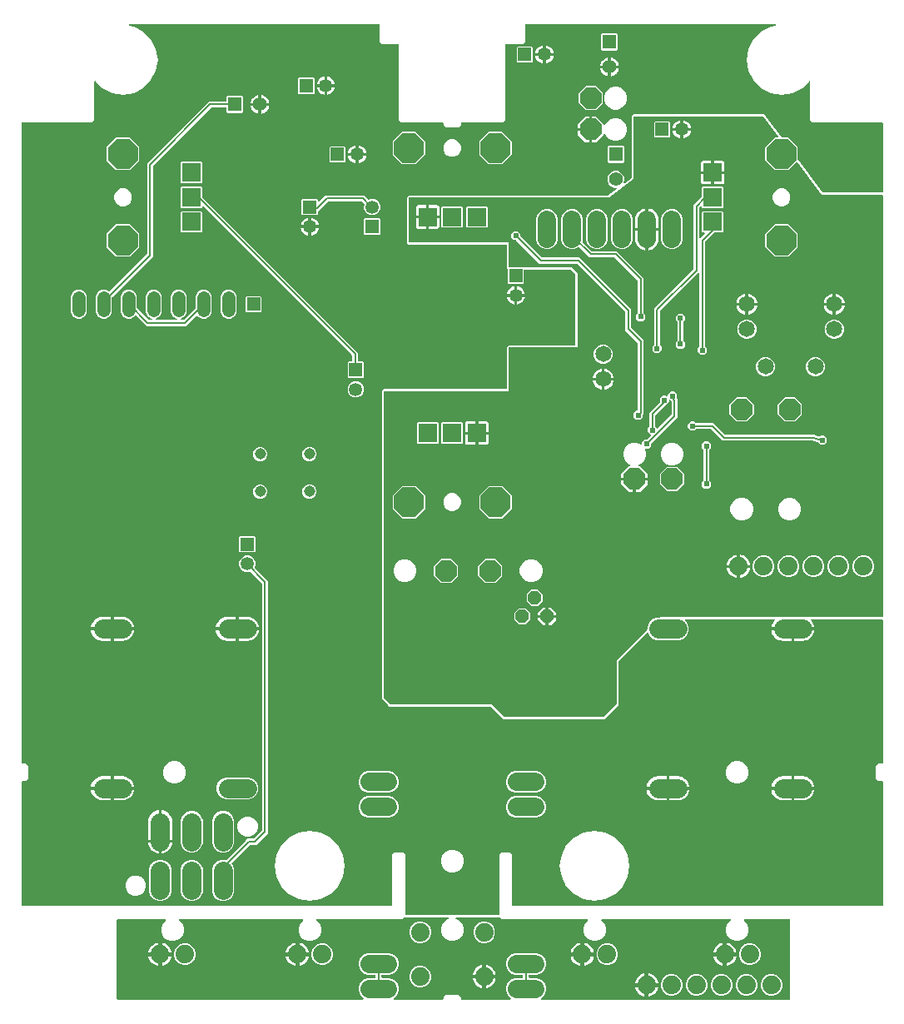
<source format=gbr>
G04 EAGLE Gerber X2 export*
%TF.Part,Single*%
%TF.FileFunction,Copper,L2,Bot,Mixed*%
%TF.FilePolarity,Positive*%
%TF.GenerationSoftware,Autodesk,EAGLE,9.2.2*%
%TF.CreationDate,2019-04-19T13:43:21Z*%
G75*
%MOMM*%
%FSLAX34Y34*%
%LPD*%
%INBottom Copper*%
%AMOC8*
5,1,8,0,0,1.08239X$1,22.5*%
G01*
%ADD10R,1.350000X1.350000*%
%ADD11C,1.350000*%
%ADD12C,1.651000*%
%ADD13C,1.143000*%
%ADD14C,1.408000*%
%ADD15R,1.408000X1.408000*%
%ADD16C,1.879600*%
%ADD17R,1.879600X1.879600*%
%ADD18P,3.247170X8X22.500000*%
%ADD19R,1.320800X1.320800*%
%ADD20C,1.320800*%
%ADD21P,3.247170X8X112.500000*%
%ADD22P,3.247170X8X202.500000*%
%ADD23P,3.247170X8X292.500000*%
%ADD24C,1.950000*%
%ADD25P,2.336880X8X22.500000*%
%ADD26C,1.879600*%
%ADD27P,1.429621X8X22.500000*%
%ADD28P,2.336880X8X202.500000*%
%ADD29C,0.203200*%
%ADD30C,0.604800*%

G36*
X489258Y89720D02*
X489258Y89720D01*
X489277Y89718D01*
X489379Y89740D01*
X489481Y89757D01*
X489498Y89766D01*
X489518Y89771D01*
X489607Y89824D01*
X489698Y89872D01*
X489712Y89886D01*
X489729Y89897D01*
X489796Y89975D01*
X489868Y90050D01*
X489876Y90068D01*
X489889Y90084D01*
X489928Y90180D01*
X489971Y90273D01*
X489973Y90293D01*
X489981Y90312D01*
X489999Y90478D01*
X489999Y151657D01*
X492343Y154001D01*
X500657Y154001D01*
X503001Y151657D01*
X503001Y99762D01*
X503004Y99742D01*
X503002Y99723D01*
X503024Y99621D01*
X503040Y99519D01*
X503050Y99502D01*
X503054Y99482D01*
X503107Y99393D01*
X503156Y99302D01*
X503170Y99288D01*
X503180Y99271D01*
X503259Y99204D01*
X503334Y99132D01*
X503352Y99124D01*
X503367Y99111D01*
X503463Y99072D01*
X503557Y99029D01*
X503577Y99027D01*
X503595Y99019D01*
X503762Y99001D01*
X879238Y99001D01*
X879258Y99004D01*
X879277Y99002D01*
X879379Y99024D01*
X879481Y99040D01*
X879498Y99050D01*
X879518Y99054D01*
X879607Y99107D01*
X879698Y99156D01*
X879712Y99170D01*
X879729Y99180D01*
X879796Y99259D01*
X879868Y99334D01*
X879876Y99352D01*
X879889Y99367D01*
X879928Y99463D01*
X879971Y99557D01*
X879973Y99577D01*
X879981Y99595D01*
X879999Y99762D01*
X879999Y225238D01*
X879997Y225250D01*
X879998Y225259D01*
X879997Y225265D01*
X879998Y225277D01*
X879976Y225379D01*
X879960Y225481D01*
X879950Y225498D01*
X879946Y225518D01*
X879893Y225607D01*
X879844Y225698D01*
X879830Y225712D01*
X879820Y225729D01*
X879741Y225796D01*
X879666Y225868D01*
X879648Y225876D01*
X879633Y225889D01*
X879537Y225928D01*
X879443Y225971D01*
X879423Y225973D01*
X879405Y225981D01*
X879238Y225999D01*
X875343Y225999D01*
X872999Y228343D01*
X872999Y241657D01*
X875343Y244001D01*
X879238Y244001D01*
X879258Y244004D01*
X879277Y244002D01*
X879379Y244024D01*
X879481Y244040D01*
X879498Y244050D01*
X879518Y244054D01*
X879607Y244107D01*
X879698Y244156D01*
X879712Y244170D01*
X879729Y244180D01*
X879796Y244259D01*
X879868Y244334D01*
X879876Y244352D01*
X879889Y244367D01*
X879928Y244463D01*
X879971Y244557D01*
X879973Y244577D01*
X879981Y244595D01*
X879999Y244762D01*
X879999Y390144D01*
X879996Y390164D01*
X879998Y390183D01*
X879976Y390285D01*
X879960Y390387D01*
X879950Y390404D01*
X879946Y390424D01*
X879893Y390513D01*
X879844Y390604D01*
X879830Y390618D01*
X879820Y390635D01*
X879741Y390702D01*
X879666Y390774D01*
X879648Y390782D01*
X879633Y390795D01*
X879537Y390834D01*
X879443Y390877D01*
X879423Y390879D01*
X879405Y390887D01*
X879238Y390905D01*
X807714Y390905D01*
X807644Y390894D01*
X807572Y390892D01*
X807523Y390874D01*
X807471Y390866D01*
X807408Y390832D01*
X807341Y390807D01*
X807300Y390775D01*
X807254Y390750D01*
X807205Y390698D01*
X807149Y390654D01*
X807121Y390610D01*
X807085Y390572D01*
X807054Y390507D01*
X807016Y390447D01*
X807003Y390396D01*
X806981Y390349D01*
X806973Y390278D01*
X806956Y390208D01*
X806960Y390156D01*
X806954Y390105D01*
X806969Y390034D01*
X806975Y389963D01*
X806995Y389915D01*
X807006Y389864D01*
X807043Y389803D01*
X807071Y389737D01*
X807116Y389681D01*
X807132Y389653D01*
X807150Y389638D01*
X807176Y389606D01*
X807625Y389157D01*
X808762Y387592D01*
X809640Y385868D01*
X810238Y384028D01*
X810453Y382673D01*
X789262Y382673D01*
X789242Y382670D01*
X789223Y382672D01*
X789121Y382650D01*
X789019Y382633D01*
X789002Y382624D01*
X788982Y382620D01*
X788893Y382567D01*
X788802Y382518D01*
X788788Y382504D01*
X788771Y382494D01*
X788704Y382415D01*
X788633Y382340D01*
X788624Y382322D01*
X788611Y382307D01*
X788573Y382211D01*
X788529Y382117D01*
X788527Y382097D01*
X788519Y382079D01*
X788501Y381912D01*
X788501Y381149D01*
X788499Y381149D01*
X788499Y381912D01*
X788496Y381932D01*
X788498Y381951D01*
X788476Y382053D01*
X788459Y382155D01*
X788450Y382172D01*
X788446Y382192D01*
X788393Y382281D01*
X788344Y382372D01*
X788330Y382386D01*
X788320Y382403D01*
X788241Y382470D01*
X788166Y382541D01*
X788148Y382550D01*
X788133Y382563D01*
X788037Y382602D01*
X787943Y382645D01*
X787923Y382647D01*
X787905Y382655D01*
X787738Y382673D01*
X766547Y382673D01*
X766762Y384028D01*
X767360Y385868D01*
X768238Y387592D01*
X769375Y389157D01*
X769824Y389606D01*
X769866Y389664D01*
X769915Y389716D01*
X769937Y389763D01*
X769968Y389805D01*
X769989Y389874D01*
X770019Y389939D01*
X770025Y389991D01*
X770040Y390041D01*
X770038Y390112D01*
X770046Y390183D01*
X770035Y390234D01*
X770034Y390286D01*
X770009Y390354D01*
X769994Y390424D01*
X769967Y390469D01*
X769949Y390517D01*
X769904Y390573D01*
X769868Y390635D01*
X769828Y390669D01*
X769795Y390709D01*
X769735Y390748D01*
X769681Y390795D01*
X769632Y390814D01*
X769589Y390842D01*
X769519Y390860D01*
X769452Y390887D01*
X769381Y390895D01*
X769350Y390903D01*
X769327Y390901D01*
X769286Y390905D01*
X679277Y390905D01*
X679207Y390894D01*
X679135Y390892D01*
X679086Y390874D01*
X679035Y390866D01*
X678971Y390832D01*
X678904Y390807D01*
X678863Y390775D01*
X678817Y390750D01*
X678768Y390698D01*
X678712Y390654D01*
X678684Y390610D01*
X678648Y390572D01*
X678618Y390507D01*
X678579Y390447D01*
X678566Y390396D01*
X678544Y390349D01*
X678536Y390278D01*
X678519Y390208D01*
X678523Y390156D01*
X678517Y390105D01*
X678532Y390034D01*
X678538Y389963D01*
X678558Y389915D01*
X678569Y389864D01*
X678606Y389803D01*
X678634Y389737D01*
X678679Y389681D01*
X678696Y389653D01*
X678713Y389638D01*
X678739Y389606D01*
X680808Y387537D01*
X682525Y383393D01*
X682525Y378907D01*
X680808Y374763D01*
X677637Y371592D01*
X673493Y369875D01*
X649507Y369875D01*
X645363Y371592D01*
X642192Y374763D01*
X641346Y376805D01*
X641322Y376844D01*
X641306Y376887D01*
X641258Y376948D01*
X641216Y377014D01*
X641181Y377044D01*
X641152Y377079D01*
X641087Y377121D01*
X641027Y377171D01*
X640984Y377187D01*
X640945Y377212D01*
X640870Y377231D01*
X640797Y377259D01*
X640751Y377261D01*
X640707Y377272D01*
X640629Y377266D01*
X640552Y377270D01*
X640507Y377257D01*
X640462Y377253D01*
X640390Y377223D01*
X640315Y377201D01*
X640278Y377175D01*
X640235Y377157D01*
X640129Y377072D01*
X640113Y377061D01*
X640110Y377057D01*
X640104Y377052D01*
X611368Y348315D01*
X611325Y348256D01*
X611280Y348209D01*
X611273Y348192D01*
X611255Y348172D01*
X611243Y348142D01*
X611224Y348116D01*
X611199Y348034D01*
X611177Y347986D01*
X611175Y347974D01*
X611163Y347944D01*
X611159Y347903D01*
X611152Y347881D01*
X611153Y347848D01*
X611145Y347777D01*
X611145Y303642D01*
X596808Y289305D01*
X494233Y289305D01*
X481756Y301782D01*
X481682Y301835D01*
X481612Y301895D01*
X481582Y301907D01*
X481556Y301926D01*
X481469Y301953D01*
X481384Y301987D01*
X481343Y301991D01*
X481321Y301998D01*
X481289Y301997D01*
X481218Y302005D01*
X378592Y302005D01*
X376732Y303865D01*
X370605Y309992D01*
X370605Y623458D01*
X372242Y625095D01*
X496844Y625095D01*
X496864Y625098D01*
X496883Y625096D01*
X496985Y625118D01*
X497087Y625134D01*
X497104Y625144D01*
X497124Y625148D01*
X497213Y625201D01*
X497304Y625250D01*
X497318Y625264D01*
X497335Y625274D01*
X497402Y625353D01*
X497474Y625428D01*
X497482Y625446D01*
X497495Y625461D01*
X497534Y625557D01*
X497577Y625651D01*
X497579Y625671D01*
X497587Y625689D01*
X497605Y625856D01*
X497605Y667908D01*
X499242Y669545D01*
X566694Y669545D01*
X566714Y669548D01*
X566733Y669546D01*
X566835Y669568D01*
X566937Y669584D01*
X566954Y669594D01*
X566974Y669598D01*
X567063Y669651D01*
X567154Y669700D01*
X567168Y669714D01*
X567185Y669724D01*
X567252Y669803D01*
X567324Y669878D01*
X567332Y669896D01*
X567345Y669911D01*
X567384Y670007D01*
X567427Y670101D01*
X567429Y670121D01*
X567437Y670139D01*
X567455Y670306D01*
X567455Y741477D01*
X567441Y741567D01*
X567433Y741658D01*
X567421Y741688D01*
X567416Y741720D01*
X567373Y741800D01*
X567337Y741884D01*
X567311Y741916D01*
X567300Y741937D01*
X567277Y741959D01*
X567232Y742015D01*
X562965Y746282D01*
X562891Y746335D01*
X562822Y746395D01*
X562792Y746407D01*
X562766Y746426D01*
X562679Y746453D01*
X562594Y746487D01*
X562553Y746491D01*
X562531Y746498D01*
X562498Y746497D01*
X562427Y746505D01*
X515786Y746505D01*
X515766Y746502D01*
X515747Y746504D01*
X515645Y746482D01*
X515543Y746466D01*
X515526Y746456D01*
X515506Y746452D01*
X515417Y746399D01*
X515326Y746350D01*
X515312Y746336D01*
X515295Y746326D01*
X515228Y746247D01*
X515156Y746172D01*
X515148Y746154D01*
X515135Y746139D01*
X515096Y746043D01*
X515053Y745949D01*
X515051Y745929D01*
X515043Y745911D01*
X515025Y745744D01*
X515025Y732868D01*
X514132Y731975D01*
X499368Y731975D01*
X498475Y732868D01*
X498475Y746957D01*
X498461Y747047D01*
X498453Y747138D01*
X498441Y747168D01*
X498436Y747200D01*
X498393Y747280D01*
X498357Y747364D01*
X498331Y747396D01*
X498320Y747417D01*
X498297Y747439D01*
X498252Y747495D01*
X497605Y748142D01*
X497605Y771144D01*
X497602Y771164D01*
X497604Y771183D01*
X497582Y771285D01*
X497566Y771387D01*
X497556Y771404D01*
X497552Y771424D01*
X497499Y771513D01*
X497450Y771604D01*
X497436Y771618D01*
X497426Y771635D01*
X497347Y771702D01*
X497272Y771774D01*
X497254Y771782D01*
X497239Y771795D01*
X497143Y771834D01*
X497049Y771877D01*
X497029Y771879D01*
X497011Y771887D01*
X496844Y771905D01*
X397642Y771905D01*
X396005Y773542D01*
X396005Y820308D01*
X397642Y821945D01*
X600815Y821945D01*
X600852Y821951D01*
X600889Y821948D01*
X600973Y821971D01*
X601057Y821984D01*
X601091Y822002D01*
X601127Y822012D01*
X601271Y822097D01*
X609495Y828265D01*
X609497Y828267D01*
X609499Y828268D01*
X609582Y828355D01*
X609666Y828442D01*
X609667Y828444D01*
X609668Y828446D01*
X609719Y828556D01*
X609771Y828665D01*
X609771Y828667D01*
X609772Y828669D01*
X609785Y828785D01*
X609799Y828909D01*
X609799Y828911D01*
X609799Y828913D01*
X609774Y829030D01*
X609748Y829150D01*
X609747Y829152D01*
X609747Y829154D01*
X609685Y829258D01*
X609623Y829362D01*
X609622Y829363D01*
X609620Y829365D01*
X609528Y829444D01*
X609437Y829523D01*
X609435Y829523D01*
X609434Y829525D01*
X609320Y829571D01*
X609210Y829616D01*
X609207Y829616D01*
X609205Y829617D01*
X609039Y829635D01*
X606646Y829635D01*
X603498Y830939D01*
X601089Y833348D01*
X599785Y836496D01*
X599785Y839904D01*
X601089Y843052D01*
X603498Y845461D01*
X606646Y846765D01*
X610054Y846765D01*
X613202Y845461D01*
X615611Y843052D01*
X616915Y839904D01*
X616915Y836496D01*
X616376Y835196D01*
X616366Y835153D01*
X616347Y835114D01*
X616338Y835034D01*
X616320Y834956D01*
X616324Y834913D01*
X616319Y834869D01*
X616335Y834791D01*
X616343Y834711D01*
X616361Y834671D01*
X616370Y834629D01*
X616410Y834560D01*
X616443Y834487D01*
X616473Y834455D01*
X616495Y834417D01*
X616555Y834365D01*
X616609Y834306D01*
X616648Y834284D01*
X616681Y834256D01*
X616755Y834226D01*
X616825Y834187D01*
X616868Y834179D01*
X616908Y834163D01*
X616988Y834158D01*
X617067Y834143D01*
X617110Y834150D01*
X617154Y834147D01*
X617231Y834167D01*
X617310Y834179D01*
X617349Y834199D01*
X617392Y834210D01*
X617517Y834284D01*
X617530Y834291D01*
X617532Y834293D01*
X617536Y834295D01*
X624301Y839369D01*
X624316Y839385D01*
X624335Y839396D01*
X624401Y839473D01*
X624471Y839546D01*
X624480Y839566D01*
X624495Y839583D01*
X624533Y839677D01*
X624576Y839769D01*
X624579Y839791D01*
X624587Y839811D01*
X624605Y839978D01*
X624605Y902858D01*
X626242Y904495D01*
X756916Y904495D01*
X756950Y904500D01*
X756984Y904498D01*
X757071Y904520D01*
X757159Y904534D01*
X757189Y904551D01*
X757223Y904559D01*
X757356Y904637D01*
X758239Y904503D01*
X758272Y904504D01*
X758352Y904495D01*
X759247Y904495D01*
X759263Y904483D01*
X759285Y904457D01*
X759362Y904412D01*
X759434Y904360D01*
X759467Y904350D01*
X759497Y904332D01*
X759646Y904292D01*
X760176Y903574D01*
X760200Y903551D01*
X760250Y903488D01*
X760883Y902855D01*
X760886Y902836D01*
X760883Y902801D01*
X760906Y902715D01*
X760920Y902627D01*
X760936Y902596D01*
X760945Y902563D01*
X761029Y902418D01*
X776952Y880834D01*
X776970Y880817D01*
X776983Y880795D01*
X777058Y880731D01*
X777128Y880662D01*
X777151Y880651D01*
X777170Y880635D01*
X777261Y880598D01*
X777350Y880556D01*
X777375Y880553D01*
X777398Y880543D01*
X777565Y880525D01*
X783845Y880525D01*
X793525Y870845D01*
X793525Y858621D01*
X793530Y858587D01*
X793528Y858552D01*
X793550Y858466D01*
X793564Y858378D01*
X793581Y858347D01*
X793589Y858314D01*
X793673Y858169D01*
X818183Y824946D01*
X818201Y824929D01*
X818214Y824907D01*
X818288Y824844D01*
X818359Y824775D01*
X818382Y824764D01*
X818401Y824748D01*
X818492Y824711D01*
X818581Y824668D01*
X818606Y824665D01*
X818629Y824656D01*
X818796Y824637D01*
X879238Y824637D01*
X879258Y824640D01*
X879277Y824638D01*
X879379Y824660D01*
X879481Y824677D01*
X879498Y824686D01*
X879518Y824690D01*
X879607Y824744D01*
X879698Y824792D01*
X879712Y824806D01*
X879729Y824817D01*
X879796Y824895D01*
X879868Y824970D01*
X879876Y824988D01*
X879889Y825004D01*
X879928Y825100D01*
X879971Y825193D01*
X879973Y825213D01*
X879981Y825232D01*
X879999Y825398D01*
X879999Y895238D01*
X879996Y895258D01*
X879998Y895277D01*
X879976Y895379D01*
X879960Y895481D01*
X879950Y895498D01*
X879946Y895518D01*
X879893Y895607D01*
X879844Y895698D01*
X879830Y895712D01*
X879820Y895729D01*
X879741Y895796D01*
X879666Y895868D01*
X879648Y895876D01*
X879633Y895889D01*
X879537Y895928D01*
X879443Y895971D01*
X879423Y895973D01*
X879405Y895981D01*
X879238Y895999D01*
X808343Y895999D01*
X805999Y898343D01*
X805999Y937503D01*
X805988Y937574D01*
X805986Y937646D01*
X805968Y937695D01*
X805960Y937746D01*
X805926Y937809D01*
X805901Y937877D01*
X805869Y937917D01*
X805844Y937964D01*
X805792Y938013D01*
X805748Y938069D01*
X805704Y938097D01*
X805666Y938133D01*
X805601Y938163D01*
X805541Y938202D01*
X805490Y938215D01*
X805443Y938237D01*
X805372Y938244D01*
X805302Y938262D01*
X805250Y938258D01*
X805199Y938264D01*
X805128Y938248D01*
X805057Y938243D01*
X805009Y938222D01*
X804958Y938211D01*
X804897Y938175D01*
X804831Y938146D01*
X804775Y938102D01*
X804747Y938085D01*
X804732Y938067D01*
X804700Y938042D01*
X797897Y931238D01*
X787986Y926189D01*
X777000Y924449D01*
X766014Y926189D01*
X756103Y931238D01*
X748238Y939103D01*
X743189Y949014D01*
X741449Y960000D01*
X743189Y970986D01*
X748238Y980897D01*
X756103Y988762D01*
X766014Y993811D01*
X770275Y994486D01*
X770336Y994506D01*
X770399Y994517D01*
X770452Y994545D01*
X770509Y994563D01*
X770560Y994602D01*
X770616Y994632D01*
X770658Y994675D01*
X770706Y994711D01*
X770742Y994764D01*
X770786Y994810D01*
X770811Y994864D01*
X770845Y994914D01*
X770862Y994975D01*
X770889Y995033D01*
X770896Y995093D01*
X770912Y995150D01*
X770909Y995214D01*
X770916Y995277D01*
X770904Y995336D01*
X770901Y995396D01*
X770878Y995455D01*
X770864Y995518D01*
X770833Y995569D01*
X770812Y995625D01*
X770771Y995674D01*
X770738Y995729D01*
X770692Y995768D01*
X770654Y995814D01*
X770600Y995847D01*
X770551Y995889D01*
X770495Y995911D01*
X770444Y995943D01*
X770382Y995957D01*
X770323Y995981D01*
X770237Y995990D01*
X770205Y995998D01*
X770180Y995997D01*
X770156Y995999D01*
X516762Y995999D01*
X516742Y995996D01*
X516723Y995998D01*
X516621Y995976D01*
X516519Y995960D01*
X516502Y995950D01*
X516482Y995946D01*
X516393Y995893D01*
X516302Y995844D01*
X516288Y995830D01*
X516271Y995820D01*
X516204Y995741D01*
X516132Y995666D01*
X516124Y995648D01*
X516111Y995633D01*
X516072Y995537D01*
X516029Y995443D01*
X516027Y995423D01*
X516019Y995405D01*
X516001Y995238D01*
X516001Y978343D01*
X513657Y975999D01*
X496762Y975999D01*
X496742Y975996D01*
X496723Y975998D01*
X496621Y975976D01*
X496519Y975960D01*
X496502Y975950D01*
X496482Y975946D01*
X496393Y975893D01*
X496302Y975844D01*
X496288Y975830D01*
X496271Y975820D01*
X496204Y975741D01*
X496132Y975666D01*
X496124Y975648D01*
X496111Y975633D01*
X496072Y975537D01*
X496029Y975443D01*
X496027Y975423D01*
X496019Y975405D01*
X496001Y975238D01*
X496001Y898343D01*
X493657Y895999D01*
X451762Y895999D01*
X451742Y895996D01*
X451723Y895998D01*
X451621Y895976D01*
X451519Y895960D01*
X451502Y895950D01*
X451482Y895946D01*
X451393Y895893D01*
X451302Y895844D01*
X451288Y895830D01*
X451271Y895820D01*
X451204Y895741D01*
X451132Y895666D01*
X451124Y895648D01*
X451111Y895633D01*
X451072Y895537D01*
X451029Y895443D01*
X451027Y895423D01*
X451019Y895405D01*
X451001Y895238D01*
X451001Y893343D01*
X448657Y890999D01*
X435343Y890999D01*
X432999Y893343D01*
X432999Y895238D01*
X432996Y895258D01*
X432998Y895277D01*
X432976Y895379D01*
X432960Y895481D01*
X432950Y895498D01*
X432946Y895518D01*
X432893Y895607D01*
X432844Y895698D01*
X432830Y895712D01*
X432820Y895729D01*
X432741Y895796D01*
X432666Y895868D01*
X432648Y895876D01*
X432633Y895889D01*
X432537Y895928D01*
X432443Y895971D01*
X432423Y895973D01*
X432405Y895981D01*
X432238Y895999D01*
X390343Y895999D01*
X387999Y898343D01*
X387999Y975238D01*
X387996Y975258D01*
X387998Y975277D01*
X387976Y975379D01*
X387960Y975481D01*
X387950Y975498D01*
X387946Y975518D01*
X387893Y975607D01*
X387844Y975698D01*
X387830Y975712D01*
X387820Y975729D01*
X387741Y975796D01*
X387666Y975868D01*
X387648Y975876D01*
X387633Y975889D01*
X387537Y975928D01*
X387443Y975971D01*
X387423Y975973D01*
X387405Y975981D01*
X387238Y975999D01*
X370343Y975999D01*
X367999Y978343D01*
X367999Y995238D01*
X367996Y995258D01*
X367998Y995277D01*
X367976Y995379D01*
X367960Y995481D01*
X367950Y995498D01*
X367946Y995518D01*
X367893Y995607D01*
X367844Y995698D01*
X367830Y995712D01*
X367820Y995729D01*
X367741Y995796D01*
X367666Y995868D01*
X367648Y995876D01*
X367633Y995889D01*
X367537Y995928D01*
X367443Y995971D01*
X367423Y995973D01*
X367405Y995981D01*
X367238Y995999D01*
X113844Y995999D01*
X113781Y995989D01*
X113717Y995989D01*
X113660Y995969D01*
X113601Y995960D01*
X113545Y995930D01*
X113484Y995909D01*
X113437Y995872D01*
X113384Y995844D01*
X113340Y995798D01*
X113289Y995759D01*
X113256Y995710D01*
X113214Y995666D01*
X113187Y995608D01*
X113152Y995555D01*
X113136Y995497D01*
X113111Y995443D01*
X113104Y995380D01*
X113087Y995318D01*
X113090Y995258D01*
X113084Y995199D01*
X113097Y995136D01*
X113101Y995072D01*
X113123Y995017D01*
X113136Y994958D01*
X113169Y994903D01*
X113192Y994844D01*
X113231Y994799D01*
X113262Y994747D01*
X113311Y994706D01*
X113352Y994657D01*
X113403Y994626D01*
X113449Y994587D01*
X113508Y994563D01*
X113563Y994530D01*
X113646Y994508D01*
X113677Y994495D01*
X113701Y994493D01*
X113725Y994486D01*
X117986Y993811D01*
X127896Y988762D01*
X135762Y980896D01*
X140811Y970986D01*
X142551Y960000D01*
X140811Y949014D01*
X135762Y939103D01*
X127897Y931238D01*
X117986Y926189D01*
X107000Y924449D01*
X96014Y926189D01*
X86103Y931238D01*
X79300Y938042D01*
X79242Y938084D01*
X79190Y938133D01*
X79143Y938155D01*
X79101Y938185D01*
X79032Y938206D01*
X78967Y938237D01*
X78915Y938242D01*
X78865Y938258D01*
X78794Y938256D01*
X78723Y938264D01*
X78672Y938253D01*
X78620Y938251D01*
X78552Y938227D01*
X78482Y938211D01*
X78437Y938185D01*
X78389Y938167D01*
X78333Y938122D01*
X78271Y938085D01*
X78237Y938046D01*
X78197Y938013D01*
X78158Y937953D01*
X78111Y937898D01*
X78092Y937850D01*
X78064Y937806D01*
X78046Y937737D01*
X78019Y937670D01*
X78011Y937599D01*
X78003Y937568D01*
X78005Y937544D01*
X78001Y937503D01*
X78001Y898343D01*
X75657Y895999D01*
X4762Y895999D01*
X4742Y895996D01*
X4723Y895998D01*
X4621Y895976D01*
X4519Y895960D01*
X4502Y895950D01*
X4482Y895946D01*
X4393Y895893D01*
X4302Y895844D01*
X4288Y895830D01*
X4271Y895820D01*
X4204Y895741D01*
X4132Y895666D01*
X4124Y895648D01*
X4111Y895633D01*
X4072Y895537D01*
X4029Y895443D01*
X4027Y895423D01*
X4019Y895405D01*
X4001Y895238D01*
X4001Y244762D01*
X4004Y244742D01*
X4002Y244723D01*
X4024Y244621D01*
X4040Y244519D01*
X4050Y244502D01*
X4054Y244482D01*
X4107Y244393D01*
X4156Y244302D01*
X4170Y244288D01*
X4180Y244271D01*
X4259Y244204D01*
X4334Y244132D01*
X4352Y244124D01*
X4367Y244111D01*
X4463Y244072D01*
X4557Y244029D01*
X4577Y244027D01*
X4595Y244019D01*
X4762Y244001D01*
X8657Y244001D01*
X11001Y241657D01*
X11001Y228343D01*
X8657Y225999D01*
X4762Y225999D01*
X4742Y225996D01*
X4723Y225998D01*
X4621Y225976D01*
X4519Y225960D01*
X4502Y225950D01*
X4482Y225946D01*
X4393Y225893D01*
X4302Y225844D01*
X4288Y225830D01*
X4271Y225820D01*
X4204Y225741D01*
X4132Y225666D01*
X4124Y225648D01*
X4111Y225633D01*
X4072Y225537D01*
X4029Y225443D01*
X4027Y225423D01*
X4019Y225405D01*
X4001Y225238D01*
X4001Y99762D01*
X4004Y99742D01*
X4002Y99723D01*
X4024Y99621D01*
X4040Y99519D01*
X4050Y99502D01*
X4054Y99482D01*
X4107Y99393D01*
X4156Y99302D01*
X4170Y99288D01*
X4180Y99271D01*
X4259Y99204D01*
X4334Y99132D01*
X4352Y99124D01*
X4367Y99111D01*
X4463Y99072D01*
X4557Y99029D01*
X4577Y99027D01*
X4595Y99019D01*
X4762Y99001D01*
X380238Y99001D01*
X380258Y99004D01*
X380277Y99002D01*
X380379Y99024D01*
X380481Y99040D01*
X380498Y99050D01*
X380518Y99054D01*
X380607Y99107D01*
X380698Y99156D01*
X380712Y99170D01*
X380729Y99180D01*
X380796Y99259D01*
X380868Y99334D01*
X380876Y99352D01*
X380889Y99367D01*
X380928Y99463D01*
X380971Y99557D01*
X380973Y99577D01*
X380981Y99595D01*
X380999Y99762D01*
X380999Y151657D01*
X383343Y154001D01*
X391657Y154001D01*
X394001Y151657D01*
X394001Y90478D01*
X394004Y90459D01*
X394002Y90439D01*
X394024Y90338D01*
X394040Y90236D01*
X394050Y90218D01*
X394054Y90199D01*
X394107Y90110D01*
X394156Y90018D01*
X394170Y90005D01*
X394180Y89988D01*
X394259Y89920D01*
X394334Y89849D01*
X394352Y89841D01*
X394367Y89828D01*
X394463Y89789D01*
X394557Y89745D01*
X394577Y89743D01*
X394595Y89736D01*
X394762Y89717D01*
X489238Y89717D01*
X489258Y89720D01*
G37*
G36*
X595740Y291354D02*
X595740Y291354D01*
X595831Y291361D01*
X595861Y291373D01*
X595893Y291379D01*
X595973Y291421D01*
X596057Y291457D01*
X596089Y291483D01*
X596110Y291494D01*
X596132Y291517D01*
X596188Y291562D01*
X608888Y304262D01*
X608941Y304336D01*
X609001Y304405D01*
X609013Y304435D01*
X609032Y304461D01*
X609059Y304548D01*
X609093Y304633D01*
X609097Y304674D01*
X609104Y304697D01*
X609103Y304729D01*
X609111Y304800D01*
X609111Y348935D01*
X640252Y380076D01*
X640305Y380150D01*
X640365Y380219D01*
X640377Y380249D01*
X640396Y380275D01*
X640423Y380362D01*
X640457Y380447D01*
X640461Y380488D01*
X640468Y380511D01*
X640467Y380543D01*
X640475Y380614D01*
X640475Y383393D01*
X642192Y387537D01*
X645363Y390708D01*
X649507Y392425D01*
X652286Y392425D01*
X652376Y392439D01*
X652467Y392447D01*
X652497Y392459D01*
X652529Y392464D01*
X652609Y392507D01*
X652693Y392543D01*
X652725Y392569D01*
X652746Y392580D01*
X652768Y392603D01*
X652824Y392648D01*
X653115Y392939D01*
X879238Y392939D01*
X879258Y392942D01*
X879277Y392940D01*
X879379Y392962D01*
X879481Y392979D01*
X879498Y392988D01*
X879518Y392992D01*
X879607Y393045D01*
X879698Y393094D01*
X879712Y393108D01*
X879729Y393118D01*
X879796Y393197D01*
X879868Y393272D01*
X879876Y393290D01*
X879889Y393305D01*
X879928Y393401D01*
X879971Y393495D01*
X879973Y393515D01*
X879981Y393533D01*
X879999Y393700D01*
X879999Y821842D01*
X879996Y821862D01*
X879998Y821882D01*
X879976Y821983D01*
X879960Y822085D01*
X879950Y822103D01*
X879946Y822122D01*
X879893Y822211D01*
X879844Y822303D01*
X879830Y822316D01*
X879820Y822333D01*
X879741Y822401D01*
X879666Y822472D01*
X879648Y822480D01*
X879633Y822493D01*
X879537Y822532D01*
X879443Y822576D01*
X879423Y822578D01*
X879405Y822585D01*
X879238Y822604D01*
X817384Y822604D01*
X793112Y855505D01*
X793057Y855559D01*
X793009Y855618D01*
X792969Y855644D01*
X792936Y855677D01*
X792866Y855710D01*
X792802Y855751D01*
X792756Y855763D01*
X792714Y855783D01*
X792638Y855793D01*
X792563Y855812D01*
X792517Y855808D01*
X792470Y855814D01*
X792395Y855798D01*
X792318Y855792D01*
X792275Y855774D01*
X792229Y855765D01*
X792162Y855726D01*
X792092Y855696D01*
X792043Y855657D01*
X792016Y855641D01*
X791999Y855621D01*
X791961Y855591D01*
X783845Y847475D01*
X770155Y847475D01*
X760475Y857155D01*
X760475Y870845D01*
X770155Y880525D01*
X773146Y880525D01*
X773160Y880527D01*
X773175Y880525D01*
X773282Y880547D01*
X773389Y880564D01*
X773402Y880571D01*
X773416Y880574D01*
X773510Y880629D01*
X773606Y880680D01*
X773616Y880690D01*
X773629Y880698D01*
X773701Y880780D01*
X773775Y880858D01*
X773782Y880871D01*
X773791Y880882D01*
X773833Y880983D01*
X773879Y881081D01*
X773881Y881096D01*
X773886Y881109D01*
X773894Y881218D01*
X773906Y881325D01*
X773903Y881340D01*
X773904Y881355D01*
X773877Y881460D01*
X773854Y881566D01*
X773846Y881579D01*
X773843Y881593D01*
X773758Y881738D01*
X758698Y902152D01*
X758680Y902169D01*
X758667Y902191D01*
X758593Y902255D01*
X758522Y902324D01*
X758499Y902335D01*
X758480Y902351D01*
X758389Y902388D01*
X758300Y902430D01*
X758276Y902433D01*
X758252Y902443D01*
X758086Y902461D01*
X627400Y902461D01*
X627380Y902458D01*
X627361Y902460D01*
X627259Y902438D01*
X627157Y902422D01*
X627140Y902412D01*
X627120Y902408D01*
X627031Y902355D01*
X626940Y902306D01*
X626926Y902292D01*
X626909Y902282D01*
X626842Y902203D01*
X626771Y902128D01*
X626762Y902110D01*
X626749Y902095D01*
X626710Y901999D01*
X626667Y901905D01*
X626665Y901885D01*
X626657Y901867D01*
X626639Y901700D01*
X626639Y838581D01*
X601746Y819911D01*
X398800Y819911D01*
X398780Y819908D01*
X398761Y819910D01*
X398659Y819888D01*
X398557Y819872D01*
X398540Y819862D01*
X398520Y819858D01*
X398431Y819805D01*
X398340Y819756D01*
X398326Y819742D01*
X398309Y819732D01*
X398242Y819653D01*
X398171Y819578D01*
X398162Y819560D01*
X398149Y819545D01*
X398110Y819449D01*
X398067Y819355D01*
X398065Y819335D01*
X398057Y819317D01*
X398039Y819150D01*
X398039Y774700D01*
X398040Y774693D01*
X398040Y774691D01*
X398042Y774680D01*
X398040Y774661D01*
X398062Y774559D01*
X398079Y774457D01*
X398088Y774440D01*
X398092Y774420D01*
X398145Y774331D01*
X398194Y774240D01*
X398208Y774226D01*
X398218Y774209D01*
X398297Y774142D01*
X398372Y774071D01*
X398390Y774062D01*
X398405Y774049D01*
X398501Y774010D01*
X398595Y773967D01*
X398615Y773965D01*
X398633Y773957D01*
X398800Y773939D01*
X499639Y773939D01*
X499639Y749300D01*
X499642Y749280D01*
X499640Y749261D01*
X499662Y749159D01*
X499679Y749057D01*
X499688Y749040D01*
X499692Y749020D01*
X499745Y748931D01*
X499794Y748840D01*
X499808Y748826D01*
X499818Y748809D01*
X499897Y748742D01*
X499972Y748671D01*
X499990Y748662D01*
X500005Y748649D01*
X500101Y748610D01*
X500195Y748567D01*
X500215Y748565D01*
X500233Y748557D01*
X500400Y748539D01*
X563585Y748539D01*
X569489Y742635D01*
X569489Y667511D01*
X500400Y667511D01*
X500380Y667508D01*
X500361Y667510D01*
X500259Y667488D01*
X500157Y667472D01*
X500140Y667462D01*
X500120Y667458D01*
X500031Y667405D01*
X499940Y667356D01*
X499926Y667342D01*
X499909Y667332D01*
X499842Y667253D01*
X499771Y667178D01*
X499762Y667160D01*
X499749Y667145D01*
X499710Y667049D01*
X499667Y666955D01*
X499665Y666935D01*
X499657Y666917D01*
X499639Y666750D01*
X499639Y623061D01*
X373400Y623061D01*
X373380Y623058D01*
X373361Y623060D01*
X373259Y623038D01*
X373157Y623022D01*
X373140Y623012D01*
X373120Y623008D01*
X373031Y622955D01*
X372940Y622906D01*
X372926Y622892D01*
X372909Y622882D01*
X372842Y622803D01*
X372771Y622728D01*
X372762Y622710D01*
X372749Y622695D01*
X372710Y622599D01*
X372667Y622505D01*
X372665Y622485D01*
X372657Y622467D01*
X372639Y622300D01*
X372639Y311150D01*
X372654Y311060D01*
X372661Y310969D01*
X372673Y310939D01*
X372679Y310907D01*
X372721Y310827D01*
X372757Y310743D01*
X372783Y310711D01*
X372794Y310690D01*
X372817Y310668D01*
X372831Y310650D01*
X372837Y310640D01*
X372843Y310635D01*
X372862Y310612D01*
X379212Y304262D01*
X379286Y304209D01*
X379355Y304149D01*
X379385Y304137D01*
X379411Y304118D01*
X379498Y304091D01*
X379583Y304057D01*
X379624Y304053D01*
X379647Y304046D01*
X379679Y304047D01*
X379750Y304039D01*
X482375Y304039D01*
X494852Y291562D01*
X494926Y291509D01*
X494996Y291449D01*
X495026Y291437D01*
X495052Y291418D01*
X495139Y291391D01*
X495224Y291357D01*
X495265Y291353D01*
X495287Y291346D01*
X495319Y291347D01*
X495391Y291339D01*
X595650Y291339D01*
X595740Y291354D01*
G37*
G36*
X350732Y4005D02*
X350732Y4005D01*
X350761Y4002D01*
X350872Y4025D01*
X350985Y4041D01*
X351011Y4053D01*
X351040Y4058D01*
X351141Y4111D01*
X351244Y4157D01*
X351266Y4176D01*
X351293Y4189D01*
X351375Y4267D01*
X351461Y4340D01*
X351477Y4365D01*
X351499Y4385D01*
X351556Y4483D01*
X351619Y4577D01*
X351628Y4605D01*
X351642Y4630D01*
X351670Y4740D01*
X351704Y4848D01*
X351705Y4878D01*
X351712Y4906D01*
X351709Y5019D01*
X351712Y5132D01*
X351704Y5161D01*
X351703Y5190D01*
X351669Y5298D01*
X351640Y5407D01*
X351625Y5433D01*
X351616Y5461D01*
X351570Y5524D01*
X351495Y5652D01*
X351449Y5695D01*
X351421Y5734D01*
X348342Y8813D01*
X346679Y12827D01*
X346679Y17173D01*
X348342Y21187D01*
X351415Y24260D01*
X355429Y25923D01*
X362936Y25923D01*
X362994Y25931D01*
X363052Y25929D01*
X363134Y25951D01*
X363218Y25963D01*
X363271Y25986D01*
X363327Y26001D01*
X363400Y26044D01*
X363477Y26079D01*
X363522Y26117D01*
X363572Y26146D01*
X363630Y26208D01*
X363694Y26262D01*
X363726Y26311D01*
X363766Y26354D01*
X363805Y26429D01*
X363852Y26499D01*
X363869Y26555D01*
X363896Y26607D01*
X363907Y26675D01*
X363937Y26770D01*
X363940Y26870D01*
X363951Y26938D01*
X363951Y28462D01*
X363943Y28520D01*
X363945Y28578D01*
X363923Y28660D01*
X363911Y28744D01*
X363888Y28797D01*
X363873Y28853D01*
X363830Y28926D01*
X363795Y29003D01*
X363757Y29048D01*
X363728Y29098D01*
X363666Y29156D01*
X363612Y29220D01*
X363563Y29252D01*
X363520Y29292D01*
X363445Y29331D01*
X363375Y29378D01*
X363319Y29395D01*
X363267Y29422D01*
X363199Y29433D01*
X363104Y29463D01*
X363004Y29466D01*
X362936Y29477D01*
X355429Y29477D01*
X351415Y31140D01*
X348342Y34213D01*
X346679Y38227D01*
X346679Y42573D01*
X348342Y46587D01*
X351415Y49660D01*
X355429Y51323D01*
X378571Y51323D01*
X382585Y49660D01*
X385658Y46587D01*
X387321Y42573D01*
X387321Y38227D01*
X385658Y34213D01*
X382585Y31140D01*
X378571Y29477D01*
X371064Y29477D01*
X371006Y29469D01*
X370948Y29471D01*
X370866Y29449D01*
X370782Y29437D01*
X370729Y29414D01*
X370673Y29399D01*
X370600Y29356D01*
X370523Y29321D01*
X370478Y29283D01*
X370428Y29254D01*
X370370Y29192D01*
X370306Y29138D01*
X370274Y29089D01*
X370234Y29046D01*
X370195Y28971D01*
X370148Y28901D01*
X370131Y28845D01*
X370104Y28793D01*
X370093Y28725D01*
X370063Y28630D01*
X370060Y28530D01*
X370049Y28462D01*
X370049Y26938D01*
X370057Y26880D01*
X370055Y26822D01*
X370077Y26740D01*
X370089Y26656D01*
X370112Y26603D01*
X370127Y26547D01*
X370170Y26474D01*
X370205Y26397D01*
X370243Y26352D01*
X370272Y26302D01*
X370334Y26244D01*
X370388Y26180D01*
X370437Y26148D01*
X370480Y26108D01*
X370555Y26069D01*
X370625Y26022D01*
X370681Y26005D01*
X370733Y25978D01*
X370801Y25967D01*
X370896Y25937D01*
X370996Y25934D01*
X371064Y25923D01*
X378571Y25923D01*
X382585Y24260D01*
X385658Y21187D01*
X387321Y17173D01*
X387321Y12827D01*
X385658Y8813D01*
X382579Y5734D01*
X382561Y5710D01*
X382539Y5691D01*
X382476Y5597D01*
X382408Y5507D01*
X382398Y5479D01*
X382381Y5455D01*
X382347Y5347D01*
X382307Y5241D01*
X382304Y5212D01*
X382296Y5184D01*
X382293Y5070D01*
X382283Y4958D01*
X382289Y4929D01*
X382288Y4900D01*
X382317Y4790D01*
X382339Y4679D01*
X382353Y4653D01*
X382360Y4625D01*
X382418Y4527D01*
X382470Y4427D01*
X382490Y4405D01*
X382505Y4380D01*
X382588Y4303D01*
X382666Y4221D01*
X382691Y4206D01*
X382713Y4186D01*
X382813Y4134D01*
X382911Y4077D01*
X382940Y4070D01*
X382966Y4056D01*
X383043Y4043D01*
X383187Y4007D01*
X383249Y4009D01*
X383297Y4001D01*
X431984Y4001D01*
X432042Y4009D01*
X432100Y4007D01*
X432182Y4029D01*
X432266Y4041D01*
X432319Y4064D01*
X432375Y4079D01*
X432448Y4122D01*
X432525Y4157D01*
X432570Y4195D01*
X432620Y4224D01*
X432678Y4286D01*
X432742Y4340D01*
X432774Y4389D01*
X432814Y4432D01*
X432853Y4507D01*
X432900Y4577D01*
X432917Y4633D01*
X432944Y4685D01*
X432955Y4753D01*
X432985Y4848D01*
X432988Y4948D01*
X432999Y5016D01*
X432999Y6657D01*
X435343Y9001D01*
X448657Y9001D01*
X451001Y6657D01*
X451001Y5016D01*
X451009Y4958D01*
X451007Y4900D01*
X451029Y4818D01*
X451041Y4734D01*
X451064Y4681D01*
X451079Y4625D01*
X451122Y4552D01*
X451157Y4475D01*
X451195Y4430D01*
X451224Y4380D01*
X451286Y4322D01*
X451340Y4258D01*
X451389Y4226D01*
X451432Y4186D01*
X451507Y4147D01*
X451577Y4100D01*
X451633Y4083D01*
X451685Y4056D01*
X451753Y4045D01*
X451848Y4015D01*
X451948Y4012D01*
X452016Y4001D01*
X500703Y4001D01*
X500732Y4005D01*
X500761Y4002D01*
X500872Y4025D01*
X500985Y4041D01*
X501011Y4053D01*
X501040Y4058D01*
X501141Y4111D01*
X501244Y4157D01*
X501266Y4176D01*
X501293Y4189D01*
X501375Y4267D01*
X501461Y4340D01*
X501477Y4365D01*
X501499Y4385D01*
X501556Y4483D01*
X501619Y4577D01*
X501628Y4605D01*
X501642Y4630D01*
X501670Y4740D01*
X501704Y4848D01*
X501705Y4878D01*
X501712Y4906D01*
X501709Y5019D01*
X501712Y5132D01*
X501704Y5161D01*
X501703Y5190D01*
X501669Y5298D01*
X501640Y5407D01*
X501625Y5433D01*
X501616Y5461D01*
X501570Y5524D01*
X501495Y5652D01*
X501449Y5695D01*
X501421Y5734D01*
X498342Y8813D01*
X496679Y12827D01*
X496679Y17173D01*
X498342Y21187D01*
X501415Y24260D01*
X505429Y25923D01*
X512936Y25923D01*
X512994Y25931D01*
X513052Y25929D01*
X513134Y25951D01*
X513218Y25963D01*
X513271Y25986D01*
X513327Y26001D01*
X513400Y26044D01*
X513477Y26079D01*
X513522Y26117D01*
X513572Y26146D01*
X513630Y26208D01*
X513694Y26262D01*
X513726Y26311D01*
X513766Y26354D01*
X513805Y26429D01*
X513852Y26499D01*
X513869Y26555D01*
X513896Y26607D01*
X513907Y26675D01*
X513937Y26770D01*
X513940Y26870D01*
X513951Y26938D01*
X513951Y28462D01*
X513943Y28520D01*
X513945Y28578D01*
X513923Y28660D01*
X513911Y28744D01*
X513888Y28797D01*
X513873Y28853D01*
X513830Y28926D01*
X513795Y29003D01*
X513757Y29048D01*
X513728Y29098D01*
X513666Y29156D01*
X513612Y29220D01*
X513563Y29252D01*
X513520Y29292D01*
X513445Y29331D01*
X513375Y29378D01*
X513319Y29395D01*
X513267Y29422D01*
X513199Y29433D01*
X513104Y29463D01*
X513004Y29466D01*
X512936Y29477D01*
X505429Y29477D01*
X501415Y31140D01*
X498342Y34213D01*
X496679Y38227D01*
X496679Y42573D01*
X498342Y46587D01*
X501415Y49660D01*
X505429Y51323D01*
X528571Y51323D01*
X532585Y49660D01*
X535658Y46587D01*
X537321Y42573D01*
X537321Y38227D01*
X535658Y34213D01*
X532585Y31140D01*
X528571Y29477D01*
X521064Y29477D01*
X521006Y29469D01*
X520948Y29471D01*
X520866Y29449D01*
X520782Y29437D01*
X520729Y29414D01*
X520673Y29399D01*
X520600Y29356D01*
X520523Y29321D01*
X520478Y29283D01*
X520428Y29254D01*
X520370Y29192D01*
X520306Y29138D01*
X520274Y29089D01*
X520234Y29046D01*
X520195Y28971D01*
X520148Y28901D01*
X520131Y28845D01*
X520104Y28793D01*
X520093Y28725D01*
X520063Y28630D01*
X520060Y28530D01*
X520049Y28462D01*
X520049Y26938D01*
X520057Y26880D01*
X520055Y26822D01*
X520077Y26740D01*
X520089Y26656D01*
X520112Y26603D01*
X520127Y26547D01*
X520170Y26474D01*
X520205Y26397D01*
X520243Y26352D01*
X520272Y26302D01*
X520334Y26244D01*
X520388Y26180D01*
X520437Y26148D01*
X520480Y26108D01*
X520555Y26069D01*
X520625Y26022D01*
X520681Y26005D01*
X520733Y25978D01*
X520801Y25967D01*
X520896Y25937D01*
X520996Y25934D01*
X521064Y25923D01*
X528571Y25923D01*
X532585Y24260D01*
X535658Y21187D01*
X537321Y17173D01*
X537321Y12827D01*
X535658Y8813D01*
X532579Y5734D01*
X532561Y5710D01*
X532539Y5691D01*
X532476Y5597D01*
X532408Y5507D01*
X532398Y5479D01*
X532381Y5455D01*
X532347Y5347D01*
X532307Y5241D01*
X532304Y5212D01*
X532296Y5184D01*
X532293Y5070D01*
X532283Y4958D01*
X532289Y4929D01*
X532288Y4900D01*
X532317Y4790D01*
X532339Y4679D01*
X532353Y4653D01*
X532360Y4625D01*
X532418Y4527D01*
X532470Y4427D01*
X532490Y4405D01*
X532505Y4380D01*
X532588Y4303D01*
X532666Y4221D01*
X532691Y4206D01*
X532713Y4186D01*
X532813Y4134D01*
X532911Y4077D01*
X532940Y4070D01*
X532966Y4056D01*
X533043Y4043D01*
X533187Y4007D01*
X533249Y4009D01*
X533297Y4001D01*
X784984Y4001D01*
X785042Y4009D01*
X785100Y4007D01*
X785182Y4029D01*
X785266Y4041D01*
X785319Y4064D01*
X785375Y4079D01*
X785448Y4122D01*
X785525Y4157D01*
X785570Y4195D01*
X785620Y4224D01*
X785678Y4286D01*
X785742Y4340D01*
X785774Y4389D01*
X785814Y4432D01*
X785853Y4507D01*
X785900Y4577D01*
X785917Y4633D01*
X785944Y4685D01*
X785955Y4753D01*
X785985Y4848D01*
X785988Y4948D01*
X785999Y5016D01*
X785999Y84984D01*
X785991Y85042D01*
X785993Y85100D01*
X785971Y85182D01*
X785959Y85266D01*
X785936Y85319D01*
X785921Y85375D01*
X785878Y85448D01*
X785843Y85525D01*
X785805Y85570D01*
X785776Y85620D01*
X785714Y85678D01*
X785660Y85742D01*
X785611Y85774D01*
X785568Y85814D01*
X785493Y85853D01*
X785423Y85900D01*
X785367Y85917D01*
X785315Y85944D01*
X785247Y85955D01*
X785152Y85985D01*
X785052Y85988D01*
X784984Y85999D01*
X739716Y85999D01*
X739687Y85995D01*
X739658Y85998D01*
X739547Y85975D01*
X739435Y85959D01*
X739408Y85947D01*
X739379Y85942D01*
X739279Y85889D01*
X739175Y85843D01*
X739153Y85824D01*
X739127Y85811D01*
X739045Y85733D01*
X738958Y85660D01*
X738942Y85635D01*
X738921Y85615D01*
X738864Y85517D01*
X738801Y85423D01*
X738792Y85395D01*
X738777Y85370D01*
X738749Y85260D01*
X738715Y85152D01*
X738714Y85122D01*
X738707Y85094D01*
X738711Y84981D01*
X738708Y84868D01*
X738715Y84839D01*
X738716Y84810D01*
X738751Y84702D01*
X738779Y84593D01*
X738794Y84567D01*
X738803Y84539D01*
X738849Y84476D01*
X738925Y84348D01*
X738970Y84305D01*
X738998Y84266D01*
X741750Y81515D01*
X743501Y77288D01*
X743501Y72712D01*
X741750Y68485D01*
X738515Y65250D01*
X734288Y63499D01*
X729712Y63499D01*
X725485Y65250D01*
X722250Y68485D01*
X720499Y72712D01*
X720499Y77288D01*
X722250Y81515D01*
X725002Y84266D01*
X725019Y84290D01*
X725042Y84309D01*
X725104Y84403D01*
X725173Y84493D01*
X725183Y84521D01*
X725199Y84545D01*
X725233Y84653D01*
X725274Y84759D01*
X725276Y84788D01*
X725285Y84816D01*
X725288Y84930D01*
X725297Y85042D01*
X725292Y85071D01*
X725292Y85100D01*
X725264Y85210D01*
X725241Y85321D01*
X725228Y85347D01*
X725221Y85375D01*
X725163Y85473D01*
X725110Y85573D01*
X725090Y85595D01*
X725075Y85620D01*
X724993Y85697D01*
X724915Y85779D01*
X724889Y85794D01*
X724868Y85814D01*
X724767Y85866D01*
X724669Y85923D01*
X724641Y85930D01*
X724615Y85944D01*
X724537Y85957D01*
X724394Y85993D01*
X724331Y85991D01*
X724284Y85999D01*
X594716Y85999D01*
X594687Y85995D01*
X594658Y85998D01*
X594547Y85975D01*
X594435Y85959D01*
X594408Y85947D01*
X594379Y85942D01*
X594279Y85889D01*
X594175Y85843D01*
X594153Y85824D01*
X594127Y85811D01*
X594045Y85733D01*
X593958Y85660D01*
X593942Y85635D01*
X593921Y85615D01*
X593864Y85517D01*
X593801Y85423D01*
X593792Y85395D01*
X593777Y85370D01*
X593749Y85260D01*
X593715Y85152D01*
X593714Y85122D01*
X593707Y85094D01*
X593711Y84981D01*
X593708Y84868D01*
X593715Y84839D01*
X593716Y84810D01*
X593751Y84702D01*
X593779Y84593D01*
X593794Y84567D01*
X593803Y84539D01*
X593849Y84476D01*
X593925Y84348D01*
X593970Y84305D01*
X593998Y84266D01*
X596750Y81515D01*
X598501Y77288D01*
X598501Y72712D01*
X596750Y68485D01*
X593515Y65250D01*
X589288Y63499D01*
X584712Y63499D01*
X580485Y65250D01*
X577250Y68485D01*
X575499Y72712D01*
X575499Y77288D01*
X577250Y81515D01*
X580002Y84266D01*
X580019Y84290D01*
X580042Y84309D01*
X580104Y84403D01*
X580173Y84493D01*
X580183Y84521D01*
X580199Y84545D01*
X580233Y84653D01*
X580274Y84759D01*
X580276Y84788D01*
X580285Y84816D01*
X580288Y84930D01*
X580297Y85042D01*
X580292Y85071D01*
X580292Y85100D01*
X580264Y85210D01*
X580241Y85321D01*
X580228Y85347D01*
X580221Y85375D01*
X580163Y85473D01*
X580110Y85573D01*
X580090Y85595D01*
X580075Y85620D01*
X579993Y85697D01*
X579915Y85779D01*
X579889Y85794D01*
X579868Y85814D01*
X579767Y85866D01*
X579669Y85923D01*
X579641Y85930D01*
X579615Y85944D01*
X579537Y85957D01*
X579394Y85993D01*
X579331Y85991D01*
X579284Y85999D01*
X492343Y85999D01*
X490956Y87386D01*
X490886Y87439D01*
X490822Y87499D01*
X490773Y87524D01*
X490729Y87557D01*
X490647Y87588D01*
X490569Y87628D01*
X490521Y87636D01*
X490463Y87659D01*
X490315Y87671D01*
X490238Y87684D01*
X446536Y87684D01*
X446450Y87672D01*
X446365Y87669D01*
X446310Y87652D01*
X446254Y87644D01*
X446176Y87609D01*
X446094Y87583D01*
X446047Y87551D01*
X445995Y87528D01*
X445929Y87472D01*
X445858Y87424D01*
X445821Y87381D01*
X445778Y87344D01*
X445730Y87272D01*
X445675Y87207D01*
X445652Y87155D01*
X445620Y87107D01*
X445594Y87025D01*
X445559Y86947D01*
X445551Y86891D01*
X445534Y86836D01*
X445532Y86751D01*
X445520Y86665D01*
X445528Y86609D01*
X445527Y86552D01*
X445549Y86469D01*
X445561Y86384D01*
X445584Y86332D01*
X445599Y86277D01*
X445643Y86203D01*
X445678Y86125D01*
X445715Y86082D01*
X445744Y86033D01*
X445807Y85974D01*
X445862Y85909D01*
X445904Y85882D01*
X445951Y85838D01*
X446080Y85772D01*
X446147Y85731D01*
X448515Y84750D01*
X451750Y81515D01*
X453501Y77288D01*
X453501Y72712D01*
X451750Y68485D01*
X448515Y65250D01*
X444288Y63499D01*
X439712Y63499D01*
X435485Y65250D01*
X432250Y68485D01*
X430499Y72712D01*
X430499Y77288D01*
X432250Y81515D01*
X435485Y84750D01*
X437853Y85731D01*
X437927Y85774D01*
X438005Y85809D01*
X438049Y85846D01*
X438098Y85875D01*
X438157Y85938D01*
X438222Y85993D01*
X438254Y86040D01*
X438293Y86082D01*
X438332Y86158D01*
X438380Y86230D01*
X438397Y86284D01*
X438423Y86334D01*
X438440Y86419D01*
X438466Y86501D01*
X438467Y86558D01*
X438478Y86613D01*
X438471Y86699D01*
X438473Y86785D01*
X438459Y86840D01*
X438454Y86897D01*
X438423Y86977D01*
X438401Y87060D01*
X438372Y87109D01*
X438352Y87162D01*
X438300Y87230D01*
X438256Y87304D01*
X438214Y87343D01*
X438180Y87389D01*
X438111Y87440D01*
X438049Y87499D01*
X437998Y87525D01*
X437952Y87559D01*
X437872Y87589D01*
X437795Y87628D01*
X437747Y87636D01*
X437686Y87659D01*
X437542Y87671D01*
X437464Y87684D01*
X393762Y87684D01*
X393676Y87672D01*
X393588Y87669D01*
X393535Y87652D01*
X393481Y87644D01*
X393401Y87608D01*
X393318Y87581D01*
X393278Y87553D01*
X393221Y87528D01*
X393108Y87432D01*
X393044Y87386D01*
X391657Y85999D01*
X304916Y85999D01*
X304887Y85995D01*
X304858Y85998D01*
X304747Y85975D01*
X304635Y85959D01*
X304608Y85947D01*
X304579Y85942D01*
X304479Y85889D01*
X304375Y85843D01*
X304353Y85824D01*
X304327Y85811D01*
X304245Y85733D01*
X304158Y85660D01*
X304142Y85635D01*
X304121Y85615D01*
X304064Y85517D01*
X304001Y85423D01*
X303992Y85395D01*
X303977Y85370D01*
X303949Y85260D01*
X303915Y85152D01*
X303914Y85122D01*
X303907Y85094D01*
X303911Y84981D01*
X303908Y84868D01*
X303915Y84839D01*
X303916Y84810D01*
X303951Y84702D01*
X303979Y84593D01*
X303994Y84567D01*
X304003Y84539D01*
X304049Y84476D01*
X304125Y84348D01*
X304170Y84305D01*
X304198Y84266D01*
X306950Y81515D01*
X308701Y77288D01*
X308701Y72712D01*
X306950Y68485D01*
X303715Y65250D01*
X299488Y63499D01*
X294912Y63499D01*
X290685Y65250D01*
X287450Y68485D01*
X285699Y72712D01*
X285699Y77288D01*
X287450Y81515D01*
X290202Y84266D01*
X290219Y84290D01*
X290242Y84309D01*
X290304Y84403D01*
X290373Y84493D01*
X290383Y84521D01*
X290399Y84545D01*
X290433Y84653D01*
X290474Y84759D01*
X290476Y84788D01*
X290485Y84816D01*
X290488Y84930D01*
X290497Y85042D01*
X290492Y85071D01*
X290492Y85100D01*
X290464Y85210D01*
X290441Y85321D01*
X290428Y85347D01*
X290421Y85375D01*
X290363Y85473D01*
X290310Y85573D01*
X290290Y85595D01*
X290275Y85620D01*
X290193Y85697D01*
X290115Y85779D01*
X290089Y85794D01*
X290068Y85814D01*
X289967Y85866D01*
X289869Y85923D01*
X289841Y85930D01*
X289815Y85944D01*
X289737Y85957D01*
X289594Y85993D01*
X289531Y85991D01*
X289484Y85999D01*
X165216Y85999D01*
X165187Y85995D01*
X165158Y85998D01*
X165047Y85975D01*
X164935Y85959D01*
X164908Y85947D01*
X164879Y85942D01*
X164779Y85889D01*
X164675Y85843D01*
X164653Y85824D01*
X164627Y85811D01*
X164545Y85733D01*
X164458Y85660D01*
X164442Y85635D01*
X164421Y85615D01*
X164364Y85517D01*
X164301Y85423D01*
X164292Y85395D01*
X164277Y85370D01*
X164249Y85260D01*
X164215Y85152D01*
X164214Y85122D01*
X164207Y85094D01*
X164211Y84981D01*
X164208Y84868D01*
X164215Y84839D01*
X164216Y84810D01*
X164251Y84702D01*
X164279Y84593D01*
X164294Y84567D01*
X164303Y84539D01*
X164349Y84476D01*
X164425Y84348D01*
X164470Y84305D01*
X164498Y84266D01*
X167250Y81515D01*
X169001Y77288D01*
X169001Y72712D01*
X167250Y68485D01*
X164015Y65250D01*
X159788Y63499D01*
X155212Y63499D01*
X150985Y65250D01*
X147750Y68485D01*
X145999Y72712D01*
X145999Y77288D01*
X147750Y81515D01*
X150502Y84266D01*
X150519Y84290D01*
X150542Y84309D01*
X150604Y84403D01*
X150673Y84493D01*
X150683Y84521D01*
X150699Y84545D01*
X150733Y84653D01*
X150774Y84759D01*
X150776Y84788D01*
X150785Y84816D01*
X150788Y84930D01*
X150797Y85042D01*
X150792Y85071D01*
X150792Y85100D01*
X150764Y85210D01*
X150741Y85321D01*
X150728Y85347D01*
X150721Y85375D01*
X150663Y85473D01*
X150610Y85573D01*
X150590Y85595D01*
X150575Y85620D01*
X150493Y85697D01*
X150415Y85779D01*
X150389Y85794D01*
X150368Y85814D01*
X150267Y85866D01*
X150169Y85923D01*
X150141Y85930D01*
X150115Y85944D01*
X150037Y85957D01*
X149894Y85993D01*
X149831Y85991D01*
X149784Y85999D01*
X102016Y85999D01*
X101958Y85991D01*
X101900Y85993D01*
X101818Y85971D01*
X101734Y85959D01*
X101681Y85936D01*
X101625Y85921D01*
X101552Y85878D01*
X101475Y85843D01*
X101430Y85805D01*
X101380Y85776D01*
X101322Y85714D01*
X101258Y85660D01*
X101226Y85611D01*
X101186Y85568D01*
X101147Y85493D01*
X101100Y85423D01*
X101083Y85367D01*
X101056Y85315D01*
X101045Y85247D01*
X101015Y85152D01*
X101012Y85052D01*
X101001Y84984D01*
X101001Y5016D01*
X101009Y4958D01*
X101007Y4900D01*
X101029Y4818D01*
X101041Y4734D01*
X101064Y4681D01*
X101079Y4625D01*
X101122Y4552D01*
X101157Y4475D01*
X101195Y4430D01*
X101224Y4380D01*
X101286Y4322D01*
X101340Y4258D01*
X101389Y4226D01*
X101432Y4186D01*
X101507Y4147D01*
X101577Y4100D01*
X101633Y4083D01*
X101685Y4056D01*
X101753Y4045D01*
X101848Y4015D01*
X101948Y4012D01*
X102016Y4001D01*
X350703Y4001D01*
X350732Y4005D01*
G37*
%LPC*%
G36*
X576014Y106189D02*
X576014Y106189D01*
X566103Y111238D01*
X558238Y119103D01*
X553189Y129014D01*
X551449Y140000D01*
X553189Y150986D01*
X558238Y160897D01*
X566103Y168762D01*
X576014Y173811D01*
X587000Y175551D01*
X597986Y173811D01*
X607897Y168762D01*
X615762Y160897D01*
X620811Y150986D01*
X622551Y140000D01*
X620811Y129014D01*
X615762Y119103D01*
X607897Y111238D01*
X597986Y106189D01*
X587000Y104449D01*
X576014Y106189D01*
G37*
%LPD*%
%LPC*%
G36*
X286014Y106189D02*
X286014Y106189D01*
X276103Y111238D01*
X268238Y119103D01*
X263189Y129014D01*
X261449Y140000D01*
X263189Y150986D01*
X268238Y160897D01*
X276103Y168762D01*
X286014Y173811D01*
X297000Y175551D01*
X307986Y173811D01*
X317897Y168762D01*
X325762Y160897D01*
X330811Y150986D01*
X332551Y140000D01*
X330811Y129014D01*
X325762Y119103D01*
X317897Y111238D01*
X307986Y106189D01*
X297000Y104449D01*
X286014Y106189D01*
G37*
%LPD*%
%LPC*%
G36*
X206757Y104225D02*
X206757Y104225D01*
X202613Y105942D01*
X199442Y109113D01*
X197725Y113257D01*
X197725Y137243D01*
X199442Y141387D01*
X202613Y144558D01*
X206757Y146275D01*
X211243Y146275D01*
X211729Y146073D01*
X211843Y146047D01*
X211956Y146018D01*
X211962Y146019D01*
X211969Y146017D01*
X212085Y146028D01*
X212201Y146037D01*
X212207Y146040D01*
X212213Y146040D01*
X212321Y146088D01*
X212428Y146133D01*
X212434Y146138D01*
X212438Y146140D01*
X212452Y146153D01*
X212559Y146238D01*
X231952Y165632D01*
X233961Y167641D01*
X239742Y167641D01*
X239832Y167655D01*
X239923Y167663D01*
X239953Y167675D01*
X239985Y167680D01*
X240065Y167723D01*
X240149Y167759D01*
X240181Y167785D01*
X240202Y167796D01*
X240224Y167819D01*
X240280Y167864D01*
X248208Y175792D01*
X248261Y175866D01*
X248321Y175935D01*
X248333Y175965D01*
X248352Y175992D01*
X248379Y176079D01*
X248413Y176163D01*
X248417Y176204D01*
X248424Y176227D01*
X248423Y176259D01*
X248431Y176330D01*
X248431Y427174D01*
X248417Y427264D01*
X248409Y427355D01*
X248397Y427385D01*
X248392Y427417D01*
X248349Y427497D01*
X248313Y427581D01*
X248287Y427613D01*
X248276Y427634D01*
X248253Y427656D01*
X248208Y427712D01*
X236872Y439049D01*
X236776Y439117D01*
X236683Y439187D01*
X236677Y439189D01*
X236672Y439192D01*
X236561Y439226D01*
X236449Y439263D01*
X236443Y439263D01*
X236437Y439265D01*
X236320Y439262D01*
X236203Y439260D01*
X236196Y439258D01*
X236191Y439258D01*
X236174Y439252D01*
X236042Y439214D01*
X235346Y438925D01*
X232054Y438925D01*
X229013Y440185D01*
X226685Y442513D01*
X225425Y445554D01*
X225425Y448846D01*
X226685Y451887D01*
X229013Y454215D01*
X232054Y455475D01*
X235346Y455475D01*
X238387Y454215D01*
X240715Y451887D01*
X241975Y448846D01*
X241975Y445554D01*
X241295Y443913D01*
X241268Y443800D01*
X241240Y443686D01*
X241240Y443680D01*
X241239Y443674D01*
X241250Y443557D01*
X241259Y443441D01*
X241261Y443435D01*
X241262Y443429D01*
X241310Y443321D01*
X241355Y443214D01*
X241360Y443209D01*
X241362Y443204D01*
X241375Y443190D01*
X241460Y443084D01*
X254529Y430015D01*
X254529Y173489D01*
X242583Y161543D01*
X236802Y161543D01*
X236712Y161529D01*
X236621Y161521D01*
X236591Y161509D01*
X236559Y161504D01*
X236479Y161461D01*
X236395Y161425D01*
X236363Y161399D01*
X236342Y161388D01*
X236320Y161365D01*
X236264Y161320D01*
X217983Y143039D01*
X217971Y143023D01*
X217955Y143010D01*
X217899Y142923D01*
X217839Y142839D01*
X217833Y142820D01*
X217822Y142803D01*
X217797Y142703D01*
X217767Y142604D01*
X217767Y142584D01*
X217762Y142565D01*
X217770Y142462D01*
X217773Y142358D01*
X217780Y142339D01*
X217781Y142320D01*
X217822Y142225D01*
X217857Y142127D01*
X217870Y142112D01*
X217878Y142093D01*
X217983Y141962D01*
X218558Y141387D01*
X220275Y137243D01*
X220275Y113257D01*
X218558Y109113D01*
X215387Y105942D01*
X211243Y104225D01*
X206757Y104225D01*
G37*
%LPD*%
%LPC*%
G36*
X694604Y659915D02*
X694604Y659915D01*
X691939Y662580D01*
X691939Y666348D01*
X693216Y667625D01*
X693259Y667685D01*
X693302Y667729D01*
X693309Y667745D01*
X693329Y667769D01*
X693341Y667799D01*
X693360Y667825D01*
X693387Y667912D01*
X693389Y667917D01*
X693405Y667953D01*
X693406Y667960D01*
X693421Y667997D01*
X693425Y668038D01*
X693432Y668060D01*
X693431Y668092D01*
X693439Y668163D01*
X693439Y742642D01*
X693428Y742713D01*
X693426Y742784D01*
X693408Y742833D01*
X693400Y742885D01*
X693366Y742948D01*
X693341Y743015D01*
X693309Y743056D01*
X693284Y743102D01*
X693232Y743151D01*
X693188Y743207D01*
X693144Y743236D01*
X693106Y743271D01*
X693041Y743302D01*
X692981Y743340D01*
X692930Y743353D01*
X692883Y743375D01*
X692812Y743383D01*
X692742Y743400D01*
X692690Y743396D01*
X692639Y743402D01*
X692568Y743387D01*
X692497Y743381D01*
X692449Y743361D01*
X692398Y743350D01*
X692337Y743313D01*
X692271Y743285D01*
X692215Y743240D01*
X692187Y743224D01*
X692172Y743206D01*
X692140Y743180D01*
X691432Y742472D01*
X653532Y704572D01*
X653479Y704498D01*
X653419Y704429D01*
X653407Y704399D01*
X653388Y704372D01*
X653361Y704285D01*
X653327Y704201D01*
X653323Y704160D01*
X653316Y704137D01*
X653317Y704105D01*
X653309Y704034D01*
X653309Y669941D01*
X653323Y669851D01*
X653331Y669760D01*
X653343Y669731D01*
X653348Y669699D01*
X653391Y669618D01*
X653427Y669534D01*
X653453Y669502D01*
X653464Y669481D01*
X653487Y669459D01*
X653532Y669403D01*
X654809Y668126D01*
X654809Y664358D01*
X652144Y661693D01*
X648376Y661693D01*
X645711Y664358D01*
X645711Y668126D01*
X646988Y669403D01*
X647041Y669477D01*
X647101Y669547D01*
X647113Y669577D01*
X647132Y669603D01*
X647159Y669690D01*
X647193Y669775D01*
X647197Y669816D01*
X647204Y669838D01*
X647203Y669870D01*
X647211Y669941D01*
X647211Y706875D01*
X649220Y708884D01*
X687120Y746784D01*
X687173Y746858D01*
X687187Y746873D01*
X687212Y746899D01*
X687214Y746906D01*
X687233Y746927D01*
X687245Y746957D01*
X687264Y746984D01*
X687290Y747068D01*
X687315Y747123D01*
X687317Y747135D01*
X687325Y747155D01*
X687329Y747196D01*
X687336Y747219D01*
X687335Y747251D01*
X687343Y747322D01*
X687343Y812031D01*
X695248Y819936D01*
X695854Y820542D01*
X695908Y820616D01*
X695967Y820685D01*
X695979Y820715D01*
X695998Y820742D01*
X696025Y820829D01*
X696059Y820913D01*
X696063Y820954D01*
X696070Y820977D01*
X696069Y821009D01*
X696077Y821080D01*
X696077Y830030D01*
X696970Y830923D01*
X717030Y830923D01*
X717923Y830030D01*
X717923Y809970D01*
X717030Y809077D01*
X696970Y809077D01*
X696077Y809970D01*
X696077Y810304D01*
X696066Y810375D01*
X696064Y810446D01*
X696046Y810495D01*
X696038Y810547D01*
X696004Y810610D01*
X695979Y810677D01*
X695947Y810718D01*
X695922Y810764D01*
X695870Y810813D01*
X695826Y810869D01*
X695782Y810898D01*
X695744Y810933D01*
X695679Y810964D01*
X695619Y811002D01*
X695568Y811015D01*
X695521Y811037D01*
X695450Y811045D01*
X695380Y811062D01*
X695328Y811058D01*
X695277Y811064D01*
X695206Y811049D01*
X695135Y811043D01*
X695087Y811023D01*
X695036Y811012D01*
X694975Y810975D01*
X694909Y810947D01*
X694853Y810902D01*
X694825Y810886D01*
X694810Y810868D01*
X694778Y810842D01*
X693664Y809728D01*
X693611Y809654D01*
X693551Y809585D01*
X693539Y809555D01*
X693520Y809528D01*
X693493Y809441D01*
X693459Y809357D01*
X693455Y809316D01*
X693448Y809293D01*
X693449Y809261D01*
X693441Y809190D01*
X693441Y779326D01*
X693452Y779255D01*
X693454Y779184D01*
X693472Y779135D01*
X693480Y779083D01*
X693514Y779020D01*
X693539Y778953D01*
X693571Y778912D01*
X693596Y778866D01*
X693647Y778817D01*
X693692Y778761D01*
X693736Y778732D01*
X693774Y778697D01*
X693839Y778666D01*
X693899Y778628D01*
X693950Y778615D01*
X693997Y778593D01*
X694068Y778585D01*
X694138Y778568D01*
X694190Y778572D01*
X694241Y778566D01*
X694312Y778581D01*
X694383Y778587D01*
X694431Y778607D01*
X694482Y778618D01*
X694543Y778655D01*
X694609Y778683D01*
X694665Y778728D01*
X694693Y778744D01*
X694708Y778762D01*
X694740Y778788D01*
X698730Y782778D01*
X698772Y782836D01*
X698821Y782888D01*
X698843Y782935D01*
X698874Y782977D01*
X698895Y783046D01*
X698925Y783111D01*
X698931Y783163D01*
X698946Y783213D01*
X698944Y783284D01*
X698952Y783355D01*
X698941Y783406D01*
X698940Y783458D01*
X698915Y783526D01*
X698900Y783596D01*
X698873Y783640D01*
X698855Y783689D01*
X698810Y783745D01*
X698774Y783807D01*
X698734Y783841D01*
X698702Y783881D01*
X698641Y783920D01*
X698587Y783967D01*
X698538Y783986D01*
X698495Y784014D01*
X698425Y784032D01*
X698359Y784059D01*
X698287Y784067D01*
X698256Y784075D01*
X698233Y784073D01*
X698192Y784077D01*
X696970Y784077D01*
X696077Y784970D01*
X696077Y805030D01*
X696970Y805923D01*
X717030Y805923D01*
X717923Y805030D01*
X717923Y784970D01*
X717030Y784077D01*
X708968Y784077D01*
X708878Y784063D01*
X708787Y784055D01*
X708757Y784043D01*
X708725Y784038D01*
X708645Y783995D01*
X708561Y783959D01*
X708529Y783933D01*
X708508Y783922D01*
X708486Y783899D01*
X708430Y783854D01*
X707688Y783112D01*
X699760Y775184D01*
X699707Y775110D01*
X699647Y775041D01*
X699635Y775011D01*
X699616Y774984D01*
X699589Y774897D01*
X699555Y774813D01*
X699551Y774772D01*
X699544Y774749D01*
X699545Y774717D01*
X699537Y774646D01*
X699537Y668163D01*
X699544Y668120D01*
X699544Y668118D01*
X699546Y668110D01*
X699551Y668073D01*
X699559Y667982D01*
X699571Y667953D01*
X699576Y667921D01*
X699594Y667888D01*
X699596Y667878D01*
X699621Y667836D01*
X699655Y667756D01*
X699681Y667724D01*
X699692Y667703D01*
X699712Y667684D01*
X699722Y667667D01*
X699736Y667655D01*
X699760Y667625D01*
X701037Y666348D01*
X701037Y662580D01*
X698372Y659915D01*
X694604Y659915D01*
G37*
%LPD*%
%LPC*%
G36*
X86033Y696467D02*
X86033Y696467D01*
X83045Y697705D01*
X80759Y699991D01*
X79521Y702979D01*
X79521Y719421D01*
X80759Y722409D01*
X83045Y724695D01*
X86033Y725933D01*
X89267Y725933D01*
X92255Y724695D01*
X92609Y724341D01*
X92625Y724329D01*
X92637Y724314D01*
X92725Y724258D01*
X92809Y724197D01*
X92828Y724192D01*
X92844Y724181D01*
X92945Y724155D01*
X93044Y724125D01*
X93064Y724126D01*
X93083Y724121D01*
X93186Y724129D01*
X93289Y724131D01*
X93308Y724138D01*
X93328Y724140D01*
X93423Y724180D01*
X93520Y724216D01*
X93536Y724228D01*
X93554Y724236D01*
X93685Y724341D01*
X131368Y762024D01*
X131421Y762098D01*
X131481Y762167D01*
X131493Y762197D01*
X131512Y762224D01*
X131539Y762311D01*
X131573Y762395D01*
X131577Y762436D01*
X131584Y762459D01*
X131583Y762491D01*
X131591Y762562D01*
X131591Y854449D01*
X194591Y917449D01*
X211674Y917449D01*
X211694Y917452D01*
X211713Y917450D01*
X211815Y917472D01*
X211917Y917488D01*
X211934Y917498D01*
X211954Y917502D01*
X212043Y917555D01*
X212134Y917604D01*
X212148Y917618D01*
X212165Y917628D01*
X212232Y917707D01*
X212304Y917782D01*
X212312Y917800D01*
X212325Y917815D01*
X212364Y917911D01*
X212407Y918005D01*
X212409Y918025D01*
X212417Y918043D01*
X212435Y918210D01*
X212435Y922072D01*
X213328Y922965D01*
X228672Y922965D01*
X229565Y922072D01*
X229565Y906728D01*
X228672Y905835D01*
X213328Y905835D01*
X212435Y906728D01*
X212435Y910590D01*
X212432Y910610D01*
X212434Y910629D01*
X212412Y910731D01*
X212396Y910833D01*
X212386Y910850D01*
X212382Y910870D01*
X212329Y910959D01*
X212280Y911050D01*
X212266Y911064D01*
X212256Y911081D01*
X212177Y911148D01*
X212102Y911220D01*
X212084Y911228D01*
X212069Y911241D01*
X211973Y911280D01*
X211879Y911323D01*
X211859Y911325D01*
X211841Y911333D01*
X211674Y911351D01*
X197432Y911351D01*
X197342Y911337D01*
X197251Y911329D01*
X197221Y911317D01*
X197189Y911312D01*
X197109Y911269D01*
X197025Y911233D01*
X196993Y911207D01*
X196972Y911196D01*
X196950Y911173D01*
X196894Y911128D01*
X137912Y852146D01*
X137859Y852072D01*
X137799Y852003D01*
X137787Y851973D01*
X137768Y851946D01*
X137741Y851859D01*
X137707Y851775D01*
X137703Y851734D01*
X137696Y851711D01*
X137697Y851679D01*
X137689Y851608D01*
X137689Y759721D01*
X96002Y718034D01*
X95949Y717960D01*
X95889Y717891D01*
X95877Y717861D01*
X95858Y717834D01*
X95831Y717747D01*
X95797Y717663D01*
X95793Y717622D01*
X95786Y717599D01*
X95787Y717567D01*
X95779Y717496D01*
X95779Y702979D01*
X94541Y699991D01*
X92255Y697705D01*
X89267Y696467D01*
X86033Y696467D01*
G37*
%LPD*%
%LPC*%
G36*
X131091Y689101D02*
X131091Y689101D01*
X120609Y699583D01*
X120593Y699595D01*
X120581Y699610D01*
X120494Y699666D01*
X120410Y699727D01*
X120391Y699732D01*
X120374Y699743D01*
X120273Y699769D01*
X120175Y699799D01*
X120155Y699798D01*
X120135Y699803D01*
X120032Y699795D01*
X119929Y699793D01*
X119910Y699786D01*
X119890Y699784D01*
X119795Y699744D01*
X119698Y699708D01*
X119682Y699696D01*
X119664Y699688D01*
X119533Y699583D01*
X117655Y697705D01*
X114667Y696467D01*
X111433Y696467D01*
X108445Y697705D01*
X106159Y699991D01*
X104921Y702979D01*
X104921Y719421D01*
X106159Y722409D01*
X108445Y724695D01*
X111433Y725933D01*
X114667Y725933D01*
X117655Y724695D01*
X119941Y722409D01*
X121179Y719421D01*
X121179Y707952D01*
X121193Y707862D01*
X121201Y707771D01*
X121213Y707741D01*
X121218Y707709D01*
X121261Y707629D01*
X121297Y707545D01*
X121323Y707513D01*
X121334Y707492D01*
X121357Y707470D01*
X121402Y707414D01*
X133394Y695422D01*
X133468Y695369D01*
X133537Y695309D01*
X133567Y695297D01*
X133594Y695278D01*
X133681Y695251D01*
X133765Y695217D01*
X133806Y695213D01*
X133829Y695206D01*
X133861Y695207D01*
X133932Y695199D01*
X136069Y695199D01*
X136165Y695214D01*
X136262Y695224D01*
X136286Y695234D01*
X136311Y695238D01*
X136397Y695284D01*
X136486Y695324D01*
X136506Y695341D01*
X136529Y695354D01*
X136596Y695424D01*
X136667Y695490D01*
X136680Y695513D01*
X136698Y695532D01*
X136739Y695620D01*
X136786Y695706D01*
X136791Y695731D01*
X136802Y695755D01*
X136812Y695852D01*
X136830Y695948D01*
X136826Y695974D01*
X136829Y695999D01*
X136808Y696095D01*
X136794Y696191D01*
X136782Y696214D01*
X136777Y696240D01*
X136727Y696323D01*
X136682Y696410D01*
X136664Y696429D01*
X136650Y696451D01*
X136576Y696514D01*
X136507Y696582D01*
X136478Y696598D01*
X136463Y696611D01*
X136433Y696623D01*
X136360Y696663D01*
X133845Y697705D01*
X131559Y699991D01*
X130321Y702979D01*
X130321Y719421D01*
X131559Y722409D01*
X133845Y724695D01*
X136833Y725933D01*
X140067Y725933D01*
X143055Y724695D01*
X145341Y722409D01*
X146579Y719421D01*
X146579Y702979D01*
X145341Y699991D01*
X143055Y697705D01*
X140540Y696663D01*
X140457Y696612D01*
X140371Y696566D01*
X140353Y696548D01*
X140331Y696534D01*
X140269Y696458D01*
X140202Y696388D01*
X140191Y696364D01*
X140174Y696344D01*
X140139Y696253D01*
X140098Y696165D01*
X140095Y696139D01*
X140086Y696115D01*
X140082Y696017D01*
X140071Y695921D01*
X140077Y695895D01*
X140076Y695869D01*
X140103Y695775D01*
X140123Y695680D01*
X140137Y695658D01*
X140144Y695633D01*
X140200Y695553D01*
X140250Y695469D01*
X140269Y695452D01*
X140284Y695431D01*
X140363Y695372D01*
X140437Y695309D01*
X140461Y695299D01*
X140482Y695284D01*
X140574Y695254D01*
X140665Y695217D01*
X140697Y695214D01*
X140716Y695208D01*
X140749Y695208D01*
X140831Y695199D01*
X161469Y695199D01*
X161565Y695214D01*
X161662Y695224D01*
X161686Y695234D01*
X161711Y695238D01*
X161797Y695284D01*
X161886Y695324D01*
X161906Y695341D01*
X161929Y695354D01*
X161996Y695424D01*
X162067Y695490D01*
X162080Y695513D01*
X162098Y695532D01*
X162139Y695620D01*
X162186Y695706D01*
X162191Y695731D01*
X162202Y695755D01*
X162212Y695852D01*
X162230Y695948D01*
X162226Y695974D01*
X162229Y695999D01*
X162208Y696095D01*
X162194Y696191D01*
X162182Y696214D01*
X162177Y696240D01*
X162127Y696323D01*
X162082Y696410D01*
X162064Y696429D01*
X162050Y696451D01*
X161976Y696514D01*
X161907Y696582D01*
X161878Y696598D01*
X161863Y696611D01*
X161833Y696623D01*
X161760Y696663D01*
X159245Y697705D01*
X156959Y699991D01*
X155721Y702979D01*
X155721Y719421D01*
X156959Y722409D01*
X159245Y724695D01*
X162233Y725933D01*
X165467Y725933D01*
X168455Y724695D01*
X170741Y722409D01*
X171979Y719421D01*
X171979Y702979D01*
X170741Y699991D01*
X168455Y697705D01*
X165940Y696663D01*
X165857Y696612D01*
X165771Y696566D01*
X165753Y696548D01*
X165731Y696534D01*
X165669Y696458D01*
X165602Y696388D01*
X165591Y696364D01*
X165574Y696344D01*
X165539Y696253D01*
X165498Y696165D01*
X165495Y696139D01*
X165486Y696115D01*
X165482Y696017D01*
X165471Y695921D01*
X165477Y695895D01*
X165476Y695869D01*
X165503Y695775D01*
X165523Y695680D01*
X165537Y695658D01*
X165544Y695633D01*
X165600Y695553D01*
X165650Y695469D01*
X165669Y695452D01*
X165684Y695431D01*
X165763Y695372D01*
X165837Y695309D01*
X165861Y695299D01*
X165882Y695284D01*
X165974Y695254D01*
X166065Y695217D01*
X166097Y695214D01*
X166116Y695208D01*
X166149Y695208D01*
X166231Y695199D01*
X168622Y695199D01*
X168712Y695213D01*
X168803Y695221D01*
X168833Y695233D01*
X168865Y695238D01*
X168945Y695281D01*
X169029Y695317D01*
X169061Y695343D01*
X169082Y695354D01*
X169104Y695377D01*
X169160Y695422D01*
X180898Y707160D01*
X180951Y707234D01*
X181011Y707303D01*
X181023Y707333D01*
X181042Y707360D01*
X181069Y707447D01*
X181103Y707531D01*
X181107Y707572D01*
X181114Y707595D01*
X181113Y707627D01*
X181121Y707698D01*
X181121Y719421D01*
X182359Y722409D01*
X184645Y724695D01*
X187633Y725933D01*
X190867Y725933D01*
X193855Y724695D01*
X196141Y722409D01*
X197379Y719421D01*
X197379Y702979D01*
X196141Y699991D01*
X193855Y697705D01*
X190867Y696467D01*
X187633Y696467D01*
X184645Y697705D01*
X182894Y699456D01*
X182878Y699468D01*
X182866Y699483D01*
X182778Y699539D01*
X182694Y699600D01*
X182675Y699605D01*
X182659Y699616D01*
X182558Y699642D01*
X182459Y699672D01*
X182439Y699671D01*
X182420Y699676D01*
X182317Y699668D01*
X182213Y699666D01*
X182195Y699659D01*
X182175Y699657D01*
X182080Y699617D01*
X181982Y699581D01*
X181967Y699569D01*
X181949Y699561D01*
X181818Y699456D01*
X173472Y691110D01*
X171463Y689101D01*
X131091Y689101D01*
G37*
%LPD*%
%LPC*%
G36*
X336493Y636389D02*
X336493Y636389D01*
X335599Y637282D01*
X335599Y652046D01*
X336493Y652939D01*
X339598Y652939D01*
X339618Y652942D01*
X339637Y652940D01*
X339739Y652962D01*
X339841Y652979D01*
X339858Y652988D01*
X339878Y652992D01*
X339967Y653045D01*
X340058Y653094D01*
X340072Y653108D01*
X340089Y653118D01*
X340156Y653197D01*
X340228Y653272D01*
X340236Y653290D01*
X340249Y653305D01*
X340288Y653401D01*
X340331Y653495D01*
X340333Y653515D01*
X340341Y653533D01*
X340359Y653700D01*
X340359Y658822D01*
X340345Y658912D01*
X340337Y659003D01*
X340325Y659033D01*
X340320Y659065D01*
X340277Y659145D01*
X340241Y659229D01*
X340215Y659261D01*
X340204Y659282D01*
X340181Y659304D01*
X340136Y659360D01*
X189222Y810274D01*
X189164Y810316D01*
X189112Y810365D01*
X189065Y810387D01*
X189023Y810418D01*
X188954Y810439D01*
X188889Y810469D01*
X188837Y810475D01*
X188787Y810490D01*
X188716Y810488D01*
X188645Y810496D01*
X188594Y810485D01*
X188542Y810484D01*
X188474Y810459D01*
X188404Y810444D01*
X188360Y810417D01*
X188311Y810399D01*
X188255Y810354D01*
X188193Y810318D01*
X188159Y810278D01*
X188119Y810246D01*
X188080Y810185D01*
X188033Y810131D01*
X188014Y810082D01*
X187986Y810039D01*
X187984Y810031D01*
X187030Y809077D01*
X166970Y809077D01*
X166077Y809970D01*
X166077Y830030D01*
X166970Y830923D01*
X187030Y830923D01*
X187923Y830030D01*
X187923Y820512D01*
X187926Y820495D01*
X187924Y820478D01*
X187938Y820410D01*
X187945Y820331D01*
X187957Y820301D01*
X187962Y820269D01*
X187974Y820248D01*
X187976Y820237D01*
X188005Y820188D01*
X188041Y820105D01*
X188067Y820073D01*
X188078Y820052D01*
X188099Y820032D01*
X188102Y820026D01*
X188107Y820022D01*
X188146Y819974D01*
X346457Y661663D01*
X346457Y653700D01*
X346460Y653680D01*
X346458Y653661D01*
X346480Y653559D01*
X346496Y653457D01*
X346506Y653440D01*
X346510Y653420D01*
X346563Y653331D01*
X346612Y653240D01*
X346626Y653226D01*
X346636Y653209D01*
X346715Y653142D01*
X346790Y653071D01*
X346808Y653062D01*
X346823Y653049D01*
X346919Y653010D01*
X347013Y652967D01*
X347033Y652965D01*
X347051Y652957D01*
X347218Y652939D01*
X351256Y652939D01*
X352149Y652046D01*
X352149Y637282D01*
X351256Y636389D01*
X336493Y636389D01*
G37*
%LPD*%
%LPC*%
G36*
X627399Y533399D02*
X627399Y533399D01*
X627399Y534162D01*
X627396Y534182D01*
X627398Y534201D01*
X627376Y534303D01*
X627359Y534405D01*
X627350Y534422D01*
X627346Y534442D01*
X627293Y534531D01*
X627244Y534622D01*
X627230Y534636D01*
X627220Y534653D01*
X627141Y534720D01*
X627066Y534791D01*
X627048Y534800D01*
X627033Y534813D01*
X626937Y534852D01*
X626843Y534895D01*
X626823Y534897D01*
X626805Y534905D01*
X626638Y534923D01*
X614064Y534923D01*
X614064Y538924D01*
X621876Y546736D01*
X622646Y546736D01*
X622742Y546751D01*
X622839Y546761D01*
X622863Y546771D01*
X622889Y546775D01*
X622975Y546821D01*
X623064Y546861D01*
X623083Y546878D01*
X623106Y546891D01*
X623173Y546961D01*
X623245Y547027D01*
X623257Y547050D01*
X623275Y547069D01*
X623316Y547157D01*
X623363Y547243D01*
X623368Y547268D01*
X623379Y547292D01*
X623390Y547389D01*
X623407Y547485D01*
X623403Y547511D01*
X623406Y547536D01*
X623385Y547632D01*
X623371Y547728D01*
X623359Y547751D01*
X623354Y547777D01*
X623304Y547860D01*
X623260Y547947D01*
X623241Y547966D01*
X623228Y547988D01*
X623154Y548051D01*
X623084Y548119D01*
X623056Y548135D01*
X623041Y548148D01*
X623010Y548160D01*
X622937Y548200D01*
X620885Y549050D01*
X617650Y552285D01*
X615899Y556512D01*
X615899Y561088D01*
X617650Y565315D01*
X620885Y568550D01*
X625112Y570301D01*
X629688Y570301D01*
X633991Y568518D01*
X634035Y568508D01*
X634077Y568489D01*
X634154Y568480D01*
X634230Y568462D01*
X634276Y568466D01*
X634321Y568461D01*
X634398Y568478D01*
X634475Y568485D01*
X634517Y568504D01*
X634562Y568514D01*
X634629Y568554D01*
X634700Y568585D01*
X634734Y568616D01*
X634773Y568640D01*
X634824Y568699D01*
X634881Y568752D01*
X634903Y568792D01*
X634933Y568827D01*
X634962Y568899D01*
X634999Y568967D01*
X635008Y569012D01*
X635025Y569055D01*
X635040Y569191D01*
X635043Y569209D01*
X635042Y569214D01*
X635043Y569222D01*
X635043Y570844D01*
X637708Y573509D01*
X639514Y573509D01*
X639604Y573523D01*
X639695Y573531D01*
X639725Y573543D01*
X639757Y573548D01*
X639837Y573591D01*
X639921Y573627D01*
X639953Y573653D01*
X639974Y573664D01*
X639996Y573687D01*
X640052Y573732D01*
X643841Y577521D01*
X643853Y577537D01*
X643869Y577550D01*
X643925Y577637D01*
X643985Y577721D01*
X643991Y577740D01*
X644002Y577757D01*
X644027Y577857D01*
X644057Y577956D01*
X644057Y577976D01*
X644062Y577995D01*
X644054Y578098D01*
X644051Y578202D01*
X644044Y578221D01*
X644043Y578240D01*
X644002Y578335D01*
X643967Y578433D01*
X643954Y578448D01*
X643946Y578467D01*
X643841Y578598D01*
X641139Y581300D01*
X641139Y585068D01*
X642416Y586345D01*
X642469Y586419D01*
X642529Y586489D01*
X642541Y586519D01*
X642560Y586545D01*
X642587Y586632D01*
X642621Y586717D01*
X642625Y586758D01*
X642632Y586780D01*
X642631Y586812D01*
X642639Y586883D01*
X642639Y600703D01*
X653108Y611172D01*
X653161Y611246D01*
X653221Y611315D01*
X653233Y611345D01*
X653252Y611372D01*
X653279Y611459D01*
X653313Y611543D01*
X653317Y611584D01*
X653324Y611607D01*
X653323Y611639D01*
X653331Y611710D01*
X653331Y615548D01*
X655996Y618213D01*
X659764Y618213D01*
X660160Y617817D01*
X660218Y617775D01*
X660270Y617726D01*
X660317Y617704D01*
X660359Y617674D01*
X660428Y617653D01*
X660493Y617622D01*
X660545Y617617D01*
X660595Y617601D01*
X660666Y617603D01*
X660737Y617595D01*
X660788Y617606D01*
X660840Y617608D01*
X660908Y617632D01*
X660978Y617647D01*
X661023Y617674D01*
X661071Y617692D01*
X661127Y617737D01*
X661189Y617774D01*
X661223Y617813D01*
X661263Y617846D01*
X661302Y617906D01*
X661349Y617961D01*
X661368Y618009D01*
X661396Y618053D01*
X661414Y618122D01*
X661441Y618189D01*
X661449Y618260D01*
X661457Y618291D01*
X661455Y618314D01*
X661459Y618355D01*
X661459Y619612D01*
X664124Y622277D01*
X667892Y622277D01*
X670557Y619612D01*
X670557Y615774D01*
X670571Y615684D01*
X670579Y615593D01*
X670591Y615563D01*
X670596Y615531D01*
X670639Y615451D01*
X670675Y615367D01*
X670701Y615335D01*
X670712Y615314D01*
X670735Y615292D01*
X670780Y615236D01*
X671089Y614927D01*
X671089Y596145D01*
X644364Y569420D01*
X644311Y569346D01*
X644251Y569277D01*
X644239Y569247D01*
X644220Y569220D01*
X644193Y569133D01*
X644159Y569049D01*
X644155Y569008D01*
X644148Y568985D01*
X644149Y568953D01*
X644141Y568882D01*
X644141Y567076D01*
X641476Y564411D01*
X638663Y564411D01*
X638618Y564404D01*
X638572Y564406D01*
X638497Y564384D01*
X638421Y564372D01*
X638380Y564350D01*
X638336Y564337D01*
X638272Y564293D01*
X638203Y564256D01*
X638172Y564223D01*
X638134Y564197D01*
X638087Y564134D01*
X638034Y564078D01*
X638014Y564036D01*
X637987Y564000D01*
X637963Y563926D01*
X637930Y563855D01*
X637925Y563809D01*
X637911Y563766D01*
X637912Y563688D01*
X637903Y563611D01*
X637913Y563566D01*
X637913Y563520D01*
X637951Y563388D01*
X637955Y563370D01*
X637958Y563366D01*
X637960Y563359D01*
X638901Y561088D01*
X638901Y556512D01*
X637150Y552285D01*
X633915Y549050D01*
X631863Y548200D01*
X631780Y548149D01*
X631694Y548103D01*
X631676Y548084D01*
X631654Y548071D01*
X631592Y547996D01*
X631525Y547925D01*
X631514Y547901D01*
X631497Y547881D01*
X631462Y547790D01*
X631421Y547702D01*
X631418Y547676D01*
X631409Y547652D01*
X631405Y547554D01*
X631394Y547457D01*
X631399Y547432D01*
X631398Y547406D01*
X631426Y547312D01*
X631446Y547217D01*
X631460Y547195D01*
X631467Y547170D01*
X631522Y547090D01*
X631572Y547006D01*
X631592Y546989D01*
X631607Y546968D01*
X631685Y546909D01*
X631759Y546846D01*
X631783Y546836D01*
X631804Y546821D01*
X631897Y546791D01*
X631987Y546754D01*
X632020Y546751D01*
X632038Y546745D01*
X632071Y546745D01*
X632154Y546736D01*
X632924Y546736D01*
X640736Y538924D01*
X640736Y534923D01*
X628162Y534923D01*
X628142Y534920D01*
X628123Y534922D01*
X628021Y534900D01*
X627919Y534883D01*
X627902Y534874D01*
X627882Y534870D01*
X627793Y534817D01*
X627702Y534768D01*
X627688Y534754D01*
X627671Y534744D01*
X627604Y534665D01*
X627533Y534590D01*
X627524Y534572D01*
X627511Y534557D01*
X627473Y534461D01*
X627429Y534367D01*
X627427Y534347D01*
X627419Y534329D01*
X627401Y534162D01*
X627401Y533399D01*
X627399Y533399D01*
G37*
%LPD*%
%LPC*%
G36*
X629266Y593875D02*
X629266Y593875D01*
X626601Y596540D01*
X626601Y600308D01*
X629266Y602973D01*
X629940Y602973D01*
X629960Y602976D01*
X629979Y602974D01*
X630081Y602996D01*
X630183Y603012D01*
X630200Y603022D01*
X630220Y603026D01*
X630309Y603079D01*
X630400Y603128D01*
X630414Y603142D01*
X630431Y603152D01*
X630498Y603231D01*
X630570Y603306D01*
X630578Y603324D01*
X630591Y603339D01*
X630630Y603435D01*
X630673Y603529D01*
X630675Y603549D01*
X630683Y603567D01*
X630701Y603734D01*
X630701Y671522D01*
X630687Y671612D01*
X630679Y671703D01*
X630667Y671733D01*
X630662Y671765D01*
X630619Y671845D01*
X630583Y671929D01*
X630557Y671961D01*
X630546Y671982D01*
X630523Y672004D01*
X630478Y672060D01*
X618001Y684537D01*
X618001Y703272D01*
X617987Y703362D01*
X617979Y703453D01*
X617967Y703483D01*
X617962Y703515D01*
X617919Y703595D01*
X617883Y703679D01*
X617857Y703711D01*
X617846Y703732D01*
X617823Y703754D01*
X617778Y703810D01*
X569210Y752378D01*
X569136Y752431D01*
X569067Y752491D01*
X569037Y752503D01*
X569010Y752522D01*
X568923Y752549D01*
X568839Y752583D01*
X568798Y752587D01*
X568775Y752594D01*
X568743Y752593D01*
X568672Y752601D01*
X530887Y752601D01*
X507210Y776278D01*
X507136Y776331D01*
X507067Y776391D01*
X507037Y776403D01*
X507010Y776422D01*
X506923Y776449D01*
X506839Y776483D01*
X506798Y776487D01*
X506775Y776494D01*
X506743Y776493D01*
X506672Y776501D01*
X504866Y776501D01*
X502201Y779166D01*
X502201Y782934D01*
X504866Y785599D01*
X508634Y785599D01*
X511299Y782934D01*
X511299Y781128D01*
X511313Y781038D01*
X511321Y780947D01*
X511333Y780917D01*
X511338Y780885D01*
X511381Y780805D01*
X511417Y780721D01*
X511443Y780689D01*
X511454Y780668D01*
X511477Y780646D01*
X511522Y780590D01*
X533190Y758922D01*
X533264Y758869D01*
X533333Y758809D01*
X533363Y758797D01*
X533390Y758778D01*
X533477Y758751D01*
X533561Y758717D01*
X533602Y758713D01*
X533625Y758706D01*
X533657Y758707D01*
X533728Y758699D01*
X571513Y758699D01*
X622090Y708122D01*
X624099Y706113D01*
X624099Y687378D01*
X624113Y687288D01*
X624121Y687197D01*
X624133Y687167D01*
X624138Y687135D01*
X624181Y687055D01*
X624217Y686971D01*
X624243Y686939D01*
X624254Y686918D01*
X624277Y686896D01*
X624322Y686840D01*
X636799Y674363D01*
X636799Y599761D01*
X635922Y598884D01*
X635869Y598810D01*
X635809Y598741D01*
X635797Y598711D01*
X635778Y598684D01*
X635751Y598597D01*
X635717Y598513D01*
X635713Y598472D01*
X635706Y598449D01*
X635707Y598417D01*
X635699Y598346D01*
X635699Y596540D01*
X633034Y593875D01*
X629266Y593875D01*
G37*
%LPD*%
%LPC*%
G36*
X631866Y693951D02*
X631866Y693951D01*
X629201Y696616D01*
X629201Y700384D01*
X630478Y701661D01*
X630531Y701735D01*
X630591Y701805D01*
X630603Y701835D01*
X630622Y701861D01*
X630649Y701948D01*
X630683Y702033D01*
X630687Y702074D01*
X630694Y702096D01*
X630693Y702128D01*
X630701Y702199D01*
X630701Y735022D01*
X630687Y735112D01*
X630679Y735203D01*
X630667Y735233D01*
X630662Y735265D01*
X630619Y735345D01*
X630583Y735429D01*
X630557Y735461D01*
X630546Y735482D01*
X630523Y735504D01*
X630478Y735560D01*
X607310Y758728D01*
X607236Y758781D01*
X607167Y758841D01*
X607137Y758853D01*
X607110Y758872D01*
X607023Y758899D01*
X606939Y758933D01*
X606898Y758937D01*
X606875Y758944D01*
X606843Y758943D01*
X606772Y758951D01*
X581687Y758951D01*
X579678Y760960D01*
X571530Y769108D01*
X571514Y769120D01*
X571501Y769136D01*
X571414Y769192D01*
X571330Y769252D01*
X571311Y769258D01*
X571295Y769269D01*
X571194Y769294D01*
X571095Y769324D01*
X571075Y769324D01*
X571056Y769329D01*
X570953Y769321D01*
X570849Y769318D01*
X570831Y769311D01*
X570811Y769310D01*
X570716Y769269D01*
X570618Y769233D01*
X570603Y769221D01*
X570584Y769213D01*
X570453Y769108D01*
X570087Y768742D01*
X566073Y767079D01*
X561727Y767079D01*
X557713Y768742D01*
X554640Y771815D01*
X552977Y775829D01*
X552977Y798971D01*
X554640Y802985D01*
X557713Y806058D01*
X561727Y807721D01*
X566073Y807721D01*
X570087Y806058D01*
X573160Y802985D01*
X574823Y798971D01*
X574823Y775829D01*
X574610Y775316D01*
X574583Y775202D01*
X574555Y775089D01*
X574555Y775083D01*
X574554Y775077D01*
X574565Y774960D01*
X574574Y774844D01*
X574576Y774838D01*
X574577Y774832D01*
X574625Y774724D01*
X574670Y774617D01*
X574675Y774612D01*
X574677Y774607D01*
X574690Y774593D01*
X574775Y774486D01*
X583990Y765272D01*
X584064Y765219D01*
X584133Y765159D01*
X584163Y765147D01*
X584190Y765128D01*
X584277Y765101D01*
X584361Y765067D01*
X584402Y765063D01*
X584425Y765056D01*
X584457Y765057D01*
X584528Y765049D01*
X609613Y765049D01*
X636799Y737863D01*
X636799Y702199D01*
X636813Y702109D01*
X636821Y702018D01*
X636833Y701989D01*
X636838Y701957D01*
X636881Y701876D01*
X636917Y701792D01*
X636943Y701760D01*
X636954Y701739D01*
X636977Y701717D01*
X637022Y701661D01*
X638299Y700384D01*
X638299Y696616D01*
X635634Y693951D01*
X631866Y693951D01*
G37*
%LPD*%
%LPC*%
G36*
X816524Y568475D02*
X816524Y568475D01*
X814257Y570742D01*
X814169Y570805D01*
X814084Y570872D01*
X814067Y570879D01*
X814057Y570886D01*
X814028Y570895D01*
X813929Y570936D01*
X808660Y572451D01*
X808638Y572454D01*
X808617Y572462D01*
X808450Y572481D01*
X717209Y572481D01*
X705713Y583976D01*
X705639Y584029D01*
X705570Y584089D01*
X705540Y584101D01*
X705514Y584120D01*
X705427Y584147D01*
X705342Y584181D01*
X705301Y584185D01*
X705278Y584192D01*
X705246Y584191D01*
X705175Y584199D01*
X690027Y584199D01*
X689937Y584185D01*
X689846Y584177D01*
X689817Y584165D01*
X689785Y584160D01*
X689704Y584117D01*
X689620Y584081D01*
X689588Y584055D01*
X689567Y584044D01*
X689545Y584021D01*
X689489Y583976D01*
X688212Y582699D01*
X684444Y582699D01*
X681779Y585364D01*
X681779Y589132D01*
X684444Y591797D01*
X688212Y591797D01*
X689489Y590520D01*
X689563Y590467D01*
X689633Y590407D01*
X689663Y590395D01*
X689689Y590376D01*
X689776Y590349D01*
X689861Y590315D01*
X689902Y590311D01*
X689924Y590304D01*
X689956Y590305D01*
X690027Y590297D01*
X708016Y590297D01*
X719511Y578801D01*
X719585Y578748D01*
X719655Y578689D01*
X719685Y578677D01*
X719711Y578658D01*
X719798Y578631D01*
X719883Y578597D01*
X719924Y578592D01*
X719946Y578585D01*
X719978Y578586D01*
X720050Y578578D01*
X808003Y578578D01*
X808110Y578596D01*
X808217Y578609D01*
X808234Y578616D01*
X808246Y578618D01*
X808272Y578632D01*
X808372Y578674D01*
X808616Y578809D01*
X809314Y578608D01*
X809336Y578605D01*
X809357Y578597D01*
X809524Y578578D01*
X810250Y578578D01*
X810447Y578381D01*
X810535Y578318D01*
X810620Y578252D01*
X810637Y578244D01*
X810647Y578237D01*
X810676Y578229D01*
X810775Y578188D01*
X815286Y576890D01*
X815360Y576881D01*
X815432Y576863D01*
X815481Y576867D01*
X815530Y576861D01*
X815603Y576877D01*
X815677Y576882D01*
X815722Y576902D01*
X815771Y576912D01*
X815835Y576949D01*
X815904Y576979D01*
X815956Y577020D01*
X815983Y577036D01*
X815999Y577055D01*
X816035Y577083D01*
X816524Y577573D01*
X820292Y577573D01*
X822957Y574908D01*
X822957Y571140D01*
X820292Y568475D01*
X816524Y568475D01*
G37*
%LPD*%
%LPC*%
G36*
X479155Y853475D02*
X479155Y853475D01*
X469475Y863155D01*
X469475Y876845D01*
X479155Y886525D01*
X492845Y886525D01*
X502525Y876845D01*
X502525Y863155D01*
X492845Y853475D01*
X479155Y853475D01*
G37*
%LPD*%
%LPC*%
G36*
X391155Y493475D02*
X391155Y493475D01*
X381475Y503155D01*
X381475Y516845D01*
X391155Y526525D01*
X404845Y526525D01*
X414525Y516845D01*
X414525Y503155D01*
X404845Y493475D01*
X391155Y493475D01*
G37*
%LPD*%
%LPC*%
G36*
X391155Y853475D02*
X391155Y853475D01*
X381475Y863155D01*
X381475Y876845D01*
X391155Y886525D01*
X404845Y886525D01*
X414525Y876845D01*
X414525Y863155D01*
X404845Y853475D01*
X391155Y853475D01*
G37*
%LPD*%
%LPC*%
G36*
X100155Y759475D02*
X100155Y759475D01*
X90475Y769155D01*
X90475Y782845D01*
X100155Y792525D01*
X113845Y792525D01*
X123525Y782845D01*
X123525Y769155D01*
X113845Y759475D01*
X100155Y759475D01*
G37*
%LPD*%
%LPC*%
G36*
X770155Y759475D02*
X770155Y759475D01*
X760475Y769155D01*
X760475Y782845D01*
X770155Y792525D01*
X783845Y792525D01*
X793525Y782845D01*
X793525Y769155D01*
X783845Y759475D01*
X770155Y759475D01*
G37*
%LPD*%
%LPC*%
G36*
X479155Y493475D02*
X479155Y493475D01*
X469475Y503155D01*
X469475Y516845D01*
X479155Y526525D01*
X492845Y526525D01*
X502525Y516845D01*
X502525Y503155D01*
X492845Y493475D01*
X479155Y493475D01*
G37*
%LPD*%
%LPC*%
G36*
X100155Y847475D02*
X100155Y847475D01*
X90475Y857155D01*
X90475Y870845D01*
X100155Y880525D01*
X113845Y880525D01*
X123525Y870845D01*
X123525Y857155D01*
X113845Y847475D01*
X100155Y847475D01*
G37*
%LPD*%
%LPC*%
G36*
X174757Y104225D02*
X174757Y104225D01*
X170613Y105942D01*
X167442Y109113D01*
X165725Y113257D01*
X165725Y137243D01*
X167442Y141387D01*
X170613Y144558D01*
X174757Y146275D01*
X179243Y146275D01*
X183387Y144558D01*
X186558Y141387D01*
X188275Y137243D01*
X188275Y113257D01*
X186558Y109113D01*
X183387Y105942D01*
X179243Y104225D01*
X174757Y104225D01*
G37*
%LPD*%
%LPC*%
G36*
X142757Y104225D02*
X142757Y104225D01*
X138613Y105942D01*
X135442Y109113D01*
X133725Y113257D01*
X133725Y137243D01*
X135442Y141387D01*
X138613Y144558D01*
X142757Y146275D01*
X147243Y146275D01*
X151387Y144558D01*
X154558Y141387D01*
X156275Y137243D01*
X156275Y113257D01*
X154558Y109113D01*
X151387Y105942D01*
X147243Y104225D01*
X142757Y104225D01*
G37*
%LPD*%
%LPC*%
G36*
X211507Y207575D02*
X211507Y207575D01*
X207363Y209292D01*
X204192Y212463D01*
X202475Y216607D01*
X202475Y221093D01*
X204192Y225237D01*
X207363Y228408D01*
X211507Y230125D01*
X235493Y230125D01*
X239637Y228408D01*
X242808Y225237D01*
X244525Y221093D01*
X244525Y216607D01*
X242808Y212463D01*
X239637Y209292D01*
X235493Y207575D01*
X211507Y207575D01*
G37*
%LPD*%
%LPC*%
G36*
X206757Y153725D02*
X206757Y153725D01*
X202613Y155442D01*
X199442Y158613D01*
X197725Y162757D01*
X197725Y186743D01*
X199442Y190887D01*
X202613Y194058D01*
X206757Y195775D01*
X211243Y195775D01*
X215387Y194058D01*
X218558Y190887D01*
X220275Y186743D01*
X220275Y162757D01*
X218558Y158613D01*
X215387Y155442D01*
X211243Y153725D01*
X206757Y153725D01*
G37*
%LPD*%
%LPC*%
G36*
X174757Y153725D02*
X174757Y153725D01*
X170613Y155442D01*
X167442Y158613D01*
X165725Y162757D01*
X165725Y186743D01*
X167442Y190887D01*
X170613Y194058D01*
X174757Y195775D01*
X179243Y195775D01*
X183387Y194058D01*
X186558Y190887D01*
X188275Y186743D01*
X188275Y162757D01*
X186558Y158613D01*
X183387Y155442D01*
X179243Y153725D01*
X174757Y153725D01*
G37*
%LPD*%
%LPC*%
G36*
X289818Y801825D02*
X289818Y801825D01*
X288925Y802718D01*
X288925Y817482D01*
X289818Y818375D01*
X304582Y818375D01*
X305475Y817482D01*
X305475Y816048D01*
X305486Y815977D01*
X305488Y815906D01*
X305506Y815857D01*
X305514Y815805D01*
X305548Y815742D01*
X305573Y815675D01*
X305605Y815634D01*
X305630Y815588D01*
X305682Y815539D01*
X305726Y815483D01*
X305770Y815454D01*
X305808Y815419D01*
X305873Y815388D01*
X305933Y815350D01*
X305984Y815337D01*
X306031Y815315D01*
X306102Y815307D01*
X306172Y815290D01*
X306224Y815294D01*
X306275Y815288D01*
X306346Y815303D01*
X306417Y815309D01*
X306465Y815329D01*
X306516Y815340D01*
X306577Y815377D01*
X306643Y815405D01*
X306699Y815450D01*
X306727Y815466D01*
X306742Y815484D01*
X306774Y815510D01*
X313209Y821945D01*
X352311Y821945D01*
X354320Y819936D01*
X356451Y817805D01*
X356545Y817737D01*
X356639Y817667D01*
X356645Y817665D01*
X356650Y817661D01*
X356761Y817627D01*
X356873Y817591D01*
X356879Y817591D01*
X356885Y817589D01*
X357002Y817592D01*
X357119Y817593D01*
X357126Y817595D01*
X357131Y817595D01*
X357149Y817602D01*
X357280Y817640D01*
X359054Y818375D01*
X362346Y818375D01*
X365387Y817115D01*
X367715Y814787D01*
X368975Y811746D01*
X368975Y808454D01*
X367715Y805413D01*
X365387Y803085D01*
X362346Y801825D01*
X359054Y801825D01*
X356013Y803085D01*
X353685Y805413D01*
X352425Y808454D01*
X352425Y811746D01*
X352659Y812309D01*
X352685Y812423D01*
X352714Y812536D01*
X352713Y812543D01*
X352715Y812549D01*
X352704Y812665D01*
X352695Y812782D01*
X352692Y812787D01*
X352692Y812794D01*
X352644Y812901D01*
X352598Y813008D01*
X352594Y813014D01*
X352592Y813018D01*
X352579Y813032D01*
X352494Y813139D01*
X350008Y815624D01*
X349934Y815677D01*
X349865Y815737D01*
X349835Y815749D01*
X349808Y815768D01*
X349721Y815795D01*
X349637Y815829D01*
X349596Y815833D01*
X349573Y815840D01*
X349541Y815839D01*
X349470Y815847D01*
X316050Y815847D01*
X315960Y815833D01*
X315869Y815825D01*
X315839Y815813D01*
X315807Y815808D01*
X315727Y815765D01*
X315643Y815729D01*
X315611Y815703D01*
X315590Y815692D01*
X315568Y815669D01*
X315512Y815624D01*
X305698Y805810D01*
X305653Y805747D01*
X305627Y805720D01*
X305622Y805710D01*
X305585Y805667D01*
X305573Y805637D01*
X305554Y805610D01*
X305527Y805523D01*
X305493Y805439D01*
X305489Y805398D01*
X305482Y805375D01*
X305483Y805343D01*
X305475Y805272D01*
X305475Y802718D01*
X304582Y801825D01*
X289818Y801825D01*
G37*
%LPD*%
%LPC*%
G36*
X536327Y767079D02*
X536327Y767079D01*
X532313Y768742D01*
X529240Y771815D01*
X527577Y775829D01*
X527577Y798971D01*
X529240Y802985D01*
X532313Y806058D01*
X536327Y807721D01*
X540673Y807721D01*
X544687Y806058D01*
X547760Y802985D01*
X549423Y798971D01*
X549423Y775829D01*
X547760Y771815D01*
X544687Y768742D01*
X540673Y767079D01*
X536327Y767079D01*
G37*
%LPD*%
%LPC*%
G36*
X612527Y767079D02*
X612527Y767079D01*
X608513Y768742D01*
X605440Y771815D01*
X603777Y775829D01*
X603777Y798971D01*
X605440Y802985D01*
X608513Y806058D01*
X612527Y807721D01*
X616873Y807721D01*
X620887Y806058D01*
X623960Y802985D01*
X625623Y798971D01*
X625623Y775829D01*
X623960Y771815D01*
X620887Y768742D01*
X616873Y767079D01*
X612527Y767079D01*
G37*
%LPD*%
%LPC*%
G36*
X505429Y214477D02*
X505429Y214477D01*
X501415Y216140D01*
X498342Y219213D01*
X496679Y223227D01*
X496679Y227573D01*
X498342Y231587D01*
X501415Y234660D01*
X505429Y236323D01*
X528571Y236323D01*
X532585Y234660D01*
X535658Y231587D01*
X537321Y227573D01*
X537321Y223227D01*
X535658Y219213D01*
X532585Y216140D01*
X528571Y214477D01*
X505429Y214477D01*
G37*
%LPD*%
%LPC*%
G36*
X505429Y189077D02*
X505429Y189077D01*
X501415Y190740D01*
X498342Y193813D01*
X496679Y197827D01*
X496679Y202173D01*
X498342Y206187D01*
X501415Y209260D01*
X505429Y210923D01*
X528571Y210923D01*
X532585Y209260D01*
X535658Y206187D01*
X537321Y202173D01*
X537321Y197827D01*
X535658Y193813D01*
X532585Y190740D01*
X528571Y189077D01*
X505429Y189077D01*
G37*
%LPD*%
%LPC*%
G36*
X663327Y767079D02*
X663327Y767079D01*
X659313Y768742D01*
X656240Y771815D01*
X654577Y775829D01*
X654577Y798971D01*
X656240Y802985D01*
X659313Y806058D01*
X663327Y807721D01*
X667673Y807721D01*
X671687Y806058D01*
X674760Y802985D01*
X676423Y798971D01*
X676423Y775829D01*
X674760Y771815D01*
X671687Y768742D01*
X667673Y767079D01*
X663327Y767079D01*
G37*
%LPD*%
%LPC*%
G36*
X355429Y189077D02*
X355429Y189077D01*
X351415Y190740D01*
X348342Y193813D01*
X346679Y197827D01*
X346679Y202173D01*
X348342Y206187D01*
X351415Y209260D01*
X355429Y210923D01*
X378571Y210923D01*
X382585Y209260D01*
X385658Y206187D01*
X387321Y202173D01*
X387321Y197827D01*
X385658Y193813D01*
X382585Y190740D01*
X378571Y189077D01*
X355429Y189077D01*
G37*
%LPD*%
%LPC*%
G36*
X355429Y214477D02*
X355429Y214477D01*
X351415Y216140D01*
X348342Y219213D01*
X346679Y223227D01*
X346679Y227573D01*
X348342Y231587D01*
X351415Y234660D01*
X355429Y236323D01*
X378571Y236323D01*
X382585Y234660D01*
X385658Y231587D01*
X387321Y227573D01*
X387321Y223227D01*
X385658Y219213D01*
X382585Y216140D01*
X378571Y214477D01*
X355429Y214477D01*
G37*
%LPD*%
%LPC*%
G36*
X587127Y767079D02*
X587127Y767079D01*
X583113Y768742D01*
X580040Y771815D01*
X578377Y775829D01*
X578377Y798971D01*
X580040Y802985D01*
X583113Y806058D01*
X587127Y807721D01*
X591473Y807721D01*
X595487Y806058D01*
X598560Y802985D01*
X600223Y798971D01*
X600223Y775829D01*
X598560Y771815D01*
X595487Y768742D01*
X591473Y767079D01*
X587127Y767079D01*
G37*
%LPD*%
%LPC*%
G36*
X584473Y875664D02*
X584473Y875664D01*
X584473Y888238D01*
X584470Y888258D01*
X584472Y888277D01*
X584450Y888379D01*
X584433Y888481D01*
X584424Y888498D01*
X584420Y888518D01*
X584367Y888607D01*
X584318Y888698D01*
X584304Y888712D01*
X584294Y888729D01*
X584215Y888796D01*
X584140Y888867D01*
X584122Y888876D01*
X584107Y888889D01*
X584011Y888927D01*
X583917Y888971D01*
X583897Y888973D01*
X583879Y888981D01*
X583712Y888999D01*
X582949Y888999D01*
X582949Y889001D01*
X583712Y889001D01*
X583732Y889004D01*
X583751Y889002D01*
X583853Y889024D01*
X583955Y889041D01*
X583972Y889050D01*
X583992Y889054D01*
X584081Y889107D01*
X584172Y889156D01*
X584186Y889170D01*
X584203Y889180D01*
X584270Y889259D01*
X584341Y889334D01*
X584350Y889352D01*
X584363Y889367D01*
X584402Y889463D01*
X584445Y889557D01*
X584447Y889577D01*
X584455Y889595D01*
X584473Y889762D01*
X584473Y902336D01*
X588474Y902336D01*
X596286Y894524D01*
X596286Y893754D01*
X596301Y893658D01*
X596311Y893561D01*
X596321Y893537D01*
X596325Y893511D01*
X596371Y893425D01*
X596411Y893336D01*
X596428Y893317D01*
X596441Y893294D01*
X596511Y893227D01*
X596577Y893155D01*
X596600Y893143D01*
X596619Y893125D01*
X596707Y893084D01*
X596793Y893037D01*
X596818Y893032D01*
X596842Y893021D01*
X596939Y893010D01*
X597035Y892993D01*
X597061Y892997D01*
X597086Y892994D01*
X597182Y893015D01*
X597278Y893029D01*
X597301Y893041D01*
X597327Y893046D01*
X597410Y893096D01*
X597497Y893140D01*
X597516Y893159D01*
X597538Y893172D01*
X597601Y893246D01*
X597669Y893316D01*
X597685Y893344D01*
X597698Y893359D01*
X597710Y893390D01*
X597750Y893463D01*
X598600Y895515D01*
X601835Y898750D01*
X606062Y900501D01*
X610638Y900501D01*
X614865Y898750D01*
X618100Y895515D01*
X619851Y891288D01*
X619851Y886712D01*
X618100Y882485D01*
X614865Y879250D01*
X610638Y877499D01*
X606062Y877499D01*
X601835Y879250D01*
X598600Y882485D01*
X597750Y884537D01*
X597699Y884620D01*
X597653Y884706D01*
X597634Y884724D01*
X597621Y884746D01*
X597546Y884808D01*
X597475Y884875D01*
X597451Y884886D01*
X597431Y884903D01*
X597340Y884938D01*
X597252Y884979D01*
X597226Y884982D01*
X597202Y884991D01*
X597104Y884995D01*
X597008Y885006D01*
X596982Y885001D01*
X596956Y885002D01*
X596862Y884974D01*
X596767Y884954D01*
X596745Y884940D01*
X596720Y884933D01*
X596640Y884878D01*
X596556Y884828D01*
X596539Y884808D01*
X596518Y884793D01*
X596459Y884715D01*
X596396Y884641D01*
X596386Y884616D01*
X596371Y884595D01*
X596341Y884503D01*
X596304Y884413D01*
X596301Y884380D01*
X596295Y884362D01*
X596295Y884329D01*
X596286Y884246D01*
X596286Y883476D01*
X588474Y875664D01*
X584473Y875664D01*
G37*
%LPD*%
%LPC*%
G36*
X780080Y591939D02*
X780080Y591939D01*
X772863Y599155D01*
X772863Y609361D01*
X780080Y616578D01*
X790286Y616578D01*
X797502Y609361D01*
X797502Y599155D01*
X790286Y591939D01*
X780080Y591939D01*
G37*
%LPD*%
%LPC*%
G36*
X577847Y908430D02*
X577847Y908430D01*
X570630Y915647D01*
X570630Y925853D01*
X577847Y933070D01*
X588053Y933070D01*
X595270Y925853D01*
X595270Y915647D01*
X588053Y908430D01*
X577847Y908430D01*
G37*
%LPD*%
%LPC*%
G36*
X430407Y427682D02*
X430407Y427682D01*
X423191Y434899D01*
X423191Y445105D01*
X430407Y452321D01*
X440613Y452321D01*
X447830Y445105D01*
X447830Y434899D01*
X440613Y427682D01*
X430407Y427682D01*
G37*
%LPD*%
%LPC*%
G36*
X475397Y427682D02*
X475397Y427682D01*
X468180Y434899D01*
X468180Y445105D01*
X475397Y452321D01*
X485603Y452321D01*
X492820Y445105D01*
X492820Y434899D01*
X485603Y427682D01*
X475397Y427682D01*
G37*
%LPD*%
%LPC*%
G36*
X731409Y591939D02*
X731409Y591939D01*
X724193Y599155D01*
X724193Y609361D01*
X731409Y616578D01*
X741615Y616578D01*
X748832Y609361D01*
X748832Y599155D01*
X741615Y591939D01*
X731409Y591939D01*
G37*
%LPD*%
%LPC*%
G36*
X660397Y521080D02*
X660397Y521080D01*
X653180Y528297D01*
X653180Y538503D01*
X660397Y545720D01*
X670603Y545720D01*
X677820Y538503D01*
X677820Y528297D01*
X670603Y521080D01*
X660397Y521080D01*
G37*
%LPD*%
%LPC*%
G36*
X166970Y784077D02*
X166970Y784077D01*
X166077Y784970D01*
X166077Y805030D01*
X166970Y805923D01*
X187030Y805923D01*
X187923Y805030D01*
X187923Y784970D01*
X187030Y784077D01*
X166970Y784077D01*
G37*
%LPD*%
%LPC*%
G36*
X456970Y789077D02*
X456970Y789077D01*
X456077Y789970D01*
X456077Y810030D01*
X456970Y810923D01*
X477030Y810923D01*
X477923Y810030D01*
X477923Y789970D01*
X477030Y789077D01*
X456970Y789077D01*
G37*
%LPD*%
%LPC*%
G36*
X431970Y789077D02*
X431970Y789077D01*
X431077Y789970D01*
X431077Y810030D01*
X431970Y810923D01*
X452030Y810923D01*
X452923Y810030D01*
X452923Y789970D01*
X452030Y789077D01*
X431970Y789077D01*
G37*
%LPD*%
%LPC*%
G36*
X431970Y569077D02*
X431970Y569077D01*
X431077Y569970D01*
X431077Y590030D01*
X431970Y590923D01*
X452030Y590923D01*
X452923Y590030D01*
X452923Y569970D01*
X452030Y569077D01*
X431970Y569077D01*
G37*
%LPD*%
%LPC*%
G36*
X166970Y834077D02*
X166970Y834077D01*
X166077Y834970D01*
X166077Y855030D01*
X166970Y855923D01*
X187030Y855923D01*
X187923Y855030D01*
X187923Y834970D01*
X187030Y834077D01*
X166970Y834077D01*
G37*
%LPD*%
%LPC*%
G36*
X406970Y569077D02*
X406970Y569077D01*
X406077Y569970D01*
X406077Y590030D01*
X406970Y590923D01*
X427030Y590923D01*
X427923Y590030D01*
X427923Y569970D01*
X427030Y569077D01*
X406970Y569077D01*
G37*
%LPD*%
%LPC*%
G36*
X60633Y696467D02*
X60633Y696467D01*
X57645Y697705D01*
X55359Y699991D01*
X54121Y702979D01*
X54121Y719421D01*
X55359Y722409D01*
X57645Y724695D01*
X60633Y725933D01*
X63867Y725933D01*
X66855Y724695D01*
X69141Y722409D01*
X70379Y719421D01*
X70379Y702979D01*
X69141Y699991D01*
X66855Y697705D01*
X63867Y696467D01*
X60633Y696467D01*
G37*
%LPD*%
%LPC*%
G36*
X213033Y696467D02*
X213033Y696467D01*
X210045Y697705D01*
X207759Y699991D01*
X206521Y702979D01*
X206521Y719421D01*
X207759Y722409D01*
X210045Y724695D01*
X213033Y725933D01*
X216267Y725933D01*
X219255Y724695D01*
X221541Y722409D01*
X222779Y719421D01*
X222779Y702979D01*
X221541Y699991D01*
X219255Y697705D01*
X216267Y696467D01*
X213033Y696467D01*
G37*
%LPD*%
%LPC*%
G36*
X520027Y428501D02*
X520027Y428501D01*
X515800Y430252D01*
X512565Y433487D01*
X510814Y437714D01*
X510814Y442289D01*
X512565Y446516D01*
X515800Y449752D01*
X520027Y451502D01*
X524603Y451502D01*
X528830Y449752D01*
X532065Y446516D01*
X533816Y442289D01*
X533816Y437714D01*
X532065Y433487D01*
X528830Y430252D01*
X524603Y428501D01*
X520027Y428501D01*
G37*
%LPD*%
%LPC*%
G36*
X391408Y428501D02*
X391408Y428501D01*
X387181Y430252D01*
X383946Y433487D01*
X382195Y437714D01*
X382195Y442289D01*
X383946Y446516D01*
X387181Y449752D01*
X391408Y451502D01*
X395983Y451502D01*
X400210Y449752D01*
X403446Y446516D01*
X405196Y442289D01*
X405196Y437714D01*
X403446Y433487D01*
X400210Y430252D01*
X395983Y428501D01*
X391408Y428501D01*
G37*
%LPD*%
%LPC*%
G36*
X729712Y223499D02*
X729712Y223499D01*
X725485Y225250D01*
X722250Y228485D01*
X720499Y232712D01*
X720499Y237288D01*
X722250Y241515D01*
X725485Y244750D01*
X729712Y246501D01*
X734288Y246501D01*
X738515Y244750D01*
X741750Y241515D01*
X743501Y237288D01*
X743501Y232712D01*
X741750Y228485D01*
X738515Y225250D01*
X734288Y223499D01*
X729712Y223499D01*
G37*
%LPD*%
%LPC*%
G36*
X157223Y223499D02*
X157223Y223499D01*
X152996Y225250D01*
X149761Y228485D01*
X148010Y232712D01*
X148010Y237288D01*
X149761Y241515D01*
X152996Y244750D01*
X157223Y246501D01*
X161798Y246501D01*
X166025Y244750D01*
X169261Y241515D01*
X171011Y237288D01*
X171011Y232712D01*
X169261Y228485D01*
X166025Y225250D01*
X161798Y223499D01*
X157223Y223499D01*
G37*
%LPD*%
%LPC*%
G36*
X439712Y133499D02*
X439712Y133499D01*
X435485Y135250D01*
X432250Y138485D01*
X430499Y142712D01*
X430499Y147288D01*
X432250Y151515D01*
X435485Y154750D01*
X439712Y156501D01*
X444288Y156501D01*
X448515Y154750D01*
X451750Y151515D01*
X453501Y147288D01*
X453501Y142712D01*
X451750Y138485D01*
X448515Y135250D01*
X444288Y133499D01*
X439712Y133499D01*
G37*
%LPD*%
%LPC*%
G36*
X782895Y491435D02*
X782895Y491435D01*
X778668Y493186D01*
X775433Y496421D01*
X773682Y500648D01*
X773682Y505223D01*
X775433Y509451D01*
X778668Y512686D01*
X782895Y514437D01*
X787470Y514437D01*
X791697Y512686D01*
X794932Y509451D01*
X796683Y505223D01*
X796683Y500648D01*
X794932Y496421D01*
X791697Y493186D01*
X787470Y491435D01*
X782895Y491435D01*
G37*
%LPD*%
%LPC*%
G36*
X734225Y491435D02*
X734225Y491435D01*
X729998Y493186D01*
X726763Y496421D01*
X725012Y500648D01*
X725012Y505223D01*
X726763Y509451D01*
X729998Y512686D01*
X734225Y514437D01*
X738800Y514437D01*
X743027Y512686D01*
X746262Y509451D01*
X748013Y505223D01*
X748013Y500648D01*
X746262Y496421D01*
X743027Y493186D01*
X738800Y491435D01*
X734225Y491435D01*
G37*
%LPD*%
%LPC*%
G36*
X663212Y547299D02*
X663212Y547299D01*
X658985Y549050D01*
X655750Y552285D01*
X653999Y556512D01*
X653999Y561088D01*
X655750Y565315D01*
X658985Y568550D01*
X663212Y570301D01*
X667788Y570301D01*
X672015Y568550D01*
X675250Y565315D01*
X677001Y561088D01*
X677001Y556512D01*
X675250Y552285D01*
X672015Y549050D01*
X667788Y547299D01*
X663212Y547299D01*
G37*
%LPD*%
%LPC*%
G36*
X606062Y909249D02*
X606062Y909249D01*
X601835Y911000D01*
X598600Y914235D01*
X596849Y918462D01*
X596849Y923038D01*
X598600Y927265D01*
X601835Y930500D01*
X606062Y932251D01*
X610638Y932251D01*
X614865Y930500D01*
X618100Y927265D01*
X619851Y923038D01*
X619851Y918462D01*
X618100Y914235D01*
X614865Y911000D01*
X610638Y909249D01*
X606062Y909249D01*
G37*
%LPD*%
%LPC*%
G36*
X742527Y39077D02*
X742527Y39077D01*
X738513Y40740D01*
X735440Y43813D01*
X733777Y47827D01*
X733777Y52173D01*
X735440Y56187D01*
X738513Y59260D01*
X742527Y60923D01*
X746873Y60923D01*
X750887Y59260D01*
X753960Y56187D01*
X755623Y52173D01*
X755623Y47827D01*
X753960Y43813D01*
X750887Y40740D01*
X746873Y39077D01*
X742527Y39077D01*
G37*
%LPD*%
%LPC*%
G36*
X407315Y16471D02*
X407315Y16471D01*
X403301Y18134D01*
X400228Y21207D01*
X398565Y25221D01*
X398565Y29567D01*
X400228Y33581D01*
X403301Y36654D01*
X407315Y38317D01*
X411661Y38317D01*
X415675Y36654D01*
X418748Y33581D01*
X420411Y29567D01*
X420411Y25221D01*
X418748Y21207D01*
X415675Y18134D01*
X411661Y16471D01*
X407315Y16471D01*
G37*
%LPD*%
%LPC*%
G36*
X307727Y39077D02*
X307727Y39077D01*
X303713Y40740D01*
X300640Y43813D01*
X298977Y47827D01*
X298977Y52173D01*
X300640Y56187D01*
X303713Y59260D01*
X307727Y60923D01*
X312073Y60923D01*
X316087Y59260D01*
X319160Y56187D01*
X320823Y52173D01*
X320823Y47827D01*
X319160Y43813D01*
X316087Y40740D01*
X312073Y39077D01*
X307727Y39077D01*
G37*
%LPD*%
%LPC*%
G36*
X597527Y39077D02*
X597527Y39077D01*
X593513Y40740D01*
X590440Y43813D01*
X588777Y47827D01*
X588777Y52173D01*
X590440Y56187D01*
X593513Y59260D01*
X597527Y60923D01*
X601873Y60923D01*
X605887Y59260D01*
X608960Y56187D01*
X610623Y52173D01*
X610623Y47827D01*
X608960Y43813D01*
X605887Y40740D01*
X601873Y39077D01*
X597527Y39077D01*
G37*
%LPD*%
%LPC*%
G36*
X662973Y7973D02*
X662973Y7973D01*
X658959Y9636D01*
X655886Y12709D01*
X654223Y16723D01*
X654223Y21069D01*
X655886Y25083D01*
X658959Y28156D01*
X662973Y29819D01*
X667319Y29819D01*
X671333Y28156D01*
X674406Y25083D01*
X676069Y21069D01*
X676069Y16723D01*
X674406Y12709D01*
X671333Y9636D01*
X667319Y7973D01*
X662973Y7973D01*
G37*
%LPD*%
%LPC*%
G36*
X713773Y7973D02*
X713773Y7973D01*
X709759Y9636D01*
X706686Y12709D01*
X705023Y16723D01*
X705023Y21069D01*
X706686Y25083D01*
X709759Y28156D01*
X713773Y29819D01*
X718119Y29819D01*
X722133Y28156D01*
X725206Y25083D01*
X726869Y21069D01*
X726869Y16723D01*
X725206Y12709D01*
X722133Y9636D01*
X718119Y7973D01*
X713773Y7973D01*
G37*
%LPD*%
%LPC*%
G36*
X688373Y7973D02*
X688373Y7973D01*
X684359Y9636D01*
X681286Y12709D01*
X679623Y16723D01*
X679623Y21069D01*
X681286Y25083D01*
X684359Y28156D01*
X688373Y29819D01*
X692719Y29819D01*
X696733Y28156D01*
X699806Y25083D01*
X701469Y21069D01*
X701469Y16723D01*
X699806Y12709D01*
X696733Y9636D01*
X692719Y7973D01*
X688373Y7973D01*
G37*
%LPD*%
%LPC*%
G36*
X168027Y39077D02*
X168027Y39077D01*
X164013Y40740D01*
X160940Y43813D01*
X159277Y47827D01*
X159277Y52173D01*
X160940Y56187D01*
X164013Y59260D01*
X168027Y60923D01*
X172373Y60923D01*
X176387Y59260D01*
X179460Y56187D01*
X181123Y52173D01*
X181123Y47827D01*
X179460Y43813D01*
X176387Y40740D01*
X172373Y39077D01*
X168027Y39077D01*
G37*
%LPD*%
%LPC*%
G36*
X764573Y7973D02*
X764573Y7973D01*
X760559Y9636D01*
X757486Y12709D01*
X755823Y16723D01*
X755823Y21069D01*
X757486Y25083D01*
X760559Y28156D01*
X764573Y29819D01*
X768919Y29819D01*
X772933Y28156D01*
X776006Y25083D01*
X777669Y21069D01*
X777669Y16723D01*
X776006Y12709D01*
X772933Y9636D01*
X768919Y7973D01*
X764573Y7973D01*
G37*
%LPD*%
%LPC*%
G36*
X739173Y7973D02*
X739173Y7973D01*
X735159Y9636D01*
X732086Y12709D01*
X730423Y16723D01*
X730423Y21069D01*
X732086Y25083D01*
X735159Y28156D01*
X739173Y29819D01*
X743519Y29819D01*
X747533Y28156D01*
X750606Y25083D01*
X752269Y21069D01*
X752269Y16723D01*
X750606Y12709D01*
X747533Y9636D01*
X743519Y7973D01*
X739173Y7973D01*
G37*
%LPD*%
%LPC*%
G36*
X407315Y61683D02*
X407315Y61683D01*
X403301Y63346D01*
X400228Y66419D01*
X398565Y70433D01*
X398565Y74779D01*
X400228Y78793D01*
X403301Y81866D01*
X407315Y83529D01*
X411661Y83529D01*
X415675Y81866D01*
X418748Y78793D01*
X420411Y74779D01*
X420411Y70433D01*
X418748Y66419D01*
X415675Y63346D01*
X411661Y61683D01*
X407315Y61683D01*
G37*
%LPD*%
%LPC*%
G36*
X472339Y61683D02*
X472339Y61683D01*
X468325Y63346D01*
X465252Y66419D01*
X463589Y70433D01*
X463589Y74779D01*
X465252Y78793D01*
X468325Y81866D01*
X472339Y83529D01*
X476685Y83529D01*
X480699Y81866D01*
X483772Y78793D01*
X485435Y74779D01*
X485435Y70433D01*
X483772Y66419D01*
X480699Y63346D01*
X476685Y61683D01*
X472339Y61683D01*
G37*
%LPD*%
%LPC*%
G36*
X832690Y433638D02*
X832690Y433638D01*
X828675Y435301D01*
X825603Y438374D01*
X823940Y442388D01*
X823940Y446734D01*
X825603Y450748D01*
X828675Y453821D01*
X832690Y455484D01*
X837035Y455484D01*
X841050Y453821D01*
X844122Y450748D01*
X845785Y446734D01*
X845785Y442388D01*
X844122Y438374D01*
X841050Y435301D01*
X837035Y433638D01*
X832690Y433638D01*
G37*
%LPD*%
%LPC*%
G36*
X858090Y433638D02*
X858090Y433638D01*
X854075Y435301D01*
X851003Y438374D01*
X849340Y442388D01*
X849340Y446734D01*
X851003Y450748D01*
X854075Y453821D01*
X858090Y455484D01*
X862435Y455484D01*
X866450Y453821D01*
X869522Y450748D01*
X871185Y446734D01*
X871185Y442388D01*
X869522Y438374D01*
X866450Y435301D01*
X862435Y433638D01*
X858090Y433638D01*
G37*
%LPD*%
%LPC*%
G36*
X756490Y433638D02*
X756490Y433638D01*
X752475Y435301D01*
X749403Y438374D01*
X747740Y442388D01*
X747740Y446734D01*
X749403Y450748D01*
X752475Y453821D01*
X756490Y455484D01*
X760835Y455484D01*
X764850Y453821D01*
X767922Y450748D01*
X769585Y446734D01*
X769585Y442388D01*
X767922Y438374D01*
X764850Y435301D01*
X760835Y433638D01*
X756490Y433638D01*
G37*
%LPD*%
%LPC*%
G36*
X781890Y433638D02*
X781890Y433638D01*
X777875Y435301D01*
X774803Y438374D01*
X773140Y442388D01*
X773140Y446734D01*
X774803Y450748D01*
X777875Y453821D01*
X781890Y455484D01*
X786235Y455484D01*
X790250Y453821D01*
X793322Y450748D01*
X794985Y446734D01*
X794985Y442388D01*
X793322Y438374D01*
X790250Y435301D01*
X786235Y433638D01*
X781890Y433638D01*
G37*
%LPD*%
%LPC*%
G36*
X807290Y433638D02*
X807290Y433638D01*
X803275Y435301D01*
X800203Y438374D01*
X798540Y442388D01*
X798540Y446734D01*
X800203Y450748D01*
X803275Y453821D01*
X807290Y455484D01*
X811635Y455484D01*
X815650Y453821D01*
X818722Y450748D01*
X820385Y446734D01*
X820385Y442388D01*
X818722Y438374D01*
X815650Y435301D01*
X811635Y433638D01*
X807290Y433638D01*
G37*
%LPD*%
%LPC*%
G36*
X231961Y169749D02*
X231961Y169749D01*
X228193Y171310D01*
X225310Y174193D01*
X223749Y177961D01*
X223749Y182039D01*
X225310Y185807D01*
X228193Y188690D01*
X231961Y190251D01*
X236039Y190251D01*
X239807Y188690D01*
X242690Y185807D01*
X244251Y182039D01*
X244251Y177961D01*
X242690Y174193D01*
X239807Y171310D01*
X236039Y169749D01*
X231961Y169749D01*
G37*
%LPD*%
%LPC*%
G36*
X117961Y109749D02*
X117961Y109749D01*
X114193Y111310D01*
X111310Y114193D01*
X109749Y117961D01*
X109749Y122039D01*
X111310Y125807D01*
X114193Y128690D01*
X117961Y130251D01*
X122039Y130251D01*
X125807Y128690D01*
X128690Y125807D01*
X130251Y122039D01*
X130251Y117961D01*
X128690Y114193D01*
X125807Y111310D01*
X122039Y109749D01*
X117961Y109749D01*
G37*
%LPD*%
%LPC*%
G36*
X698668Y523771D02*
X698668Y523771D01*
X696003Y526436D01*
X696003Y530204D01*
X697280Y531481D01*
X697333Y531555D01*
X697393Y531625D01*
X697405Y531655D01*
X697424Y531681D01*
X697451Y531768D01*
X697485Y531853D01*
X697489Y531894D01*
X697496Y531916D01*
X697495Y531948D01*
X697503Y532019D01*
X697503Y563229D01*
X697489Y563319D01*
X697481Y563410D01*
X697469Y563439D01*
X697464Y563471D01*
X697421Y563552D01*
X697385Y563636D01*
X697359Y563668D01*
X697348Y563689D01*
X697325Y563711D01*
X697280Y563767D01*
X696003Y565044D01*
X696003Y568812D01*
X698668Y571477D01*
X702436Y571477D01*
X705101Y568812D01*
X705101Y565044D01*
X703824Y563767D01*
X703771Y563693D01*
X703711Y563623D01*
X703699Y563593D01*
X703680Y563567D01*
X703653Y563480D01*
X703619Y563395D01*
X703615Y563354D01*
X703608Y563332D01*
X703609Y563300D01*
X703601Y563229D01*
X703601Y532019D01*
X703615Y531929D01*
X703623Y531838D01*
X703635Y531809D01*
X703640Y531777D01*
X703683Y531696D01*
X703719Y531612D01*
X703745Y531580D01*
X703756Y531559D01*
X703779Y531537D01*
X703824Y531481D01*
X705101Y530204D01*
X705101Y526436D01*
X702436Y523771D01*
X698668Y523771D01*
G37*
%LPD*%
%LPC*%
G36*
X809605Y637920D02*
X809605Y637920D01*
X806010Y639409D01*
X803259Y642160D01*
X801770Y645755D01*
X801770Y649645D01*
X803259Y653240D01*
X806010Y655991D01*
X809605Y657480D01*
X813495Y657480D01*
X817090Y655991D01*
X819841Y653240D01*
X821330Y649645D01*
X821330Y645755D01*
X819841Y642160D01*
X817090Y639409D01*
X813495Y637920D01*
X809605Y637920D01*
G37*
%LPD*%
%LPC*%
G36*
X593705Y650620D02*
X593705Y650620D01*
X590110Y652109D01*
X587359Y654860D01*
X585870Y658455D01*
X585870Y662345D01*
X587359Y665940D01*
X590110Y668691D01*
X593705Y670180D01*
X597595Y670180D01*
X601190Y668691D01*
X603941Y665940D01*
X605430Y662345D01*
X605430Y658455D01*
X603941Y654860D01*
X601190Y652109D01*
X597595Y650620D01*
X593705Y650620D01*
G37*
%LPD*%
%LPC*%
G36*
X739755Y676020D02*
X739755Y676020D01*
X736160Y677509D01*
X733409Y680260D01*
X731920Y683855D01*
X731920Y687745D01*
X733409Y691340D01*
X736160Y694091D01*
X739755Y695580D01*
X743645Y695580D01*
X747240Y694091D01*
X749991Y691340D01*
X751480Y687745D01*
X751480Y683855D01*
X749991Y680260D01*
X747240Y677509D01*
X743645Y676020D01*
X739755Y676020D01*
G37*
%LPD*%
%LPC*%
G36*
X828655Y676020D02*
X828655Y676020D01*
X825060Y677509D01*
X822309Y680260D01*
X820820Y683855D01*
X820820Y687745D01*
X822309Y691340D01*
X825060Y694091D01*
X828655Y695580D01*
X832545Y695580D01*
X836140Y694091D01*
X838891Y691340D01*
X840380Y687745D01*
X840380Y683855D01*
X838891Y680260D01*
X836140Y677509D01*
X832545Y676020D01*
X828655Y676020D01*
G37*
%LPD*%
%LPC*%
G36*
X758805Y637920D02*
X758805Y637920D01*
X755210Y639409D01*
X752459Y642160D01*
X750970Y645755D01*
X750970Y649645D01*
X752459Y653240D01*
X755210Y655991D01*
X758805Y657480D01*
X762695Y657480D01*
X766290Y655991D01*
X769041Y653240D01*
X770530Y649645D01*
X770530Y645755D01*
X769041Y642160D01*
X766290Y639409D01*
X762695Y637920D01*
X758805Y637920D01*
G37*
%LPD*%
%LPC*%
G36*
X146523Y166523D02*
X146523Y166523D01*
X146523Y196703D01*
X147878Y196488D01*
X149718Y195890D01*
X151442Y195012D01*
X153007Y193875D01*
X154375Y192507D01*
X155512Y190942D01*
X156390Y189218D01*
X156988Y187378D01*
X157291Y185467D01*
X157291Y166523D01*
X146523Y166523D01*
G37*
%LPD*%
%LPC*%
G36*
X132709Y166523D02*
X132709Y166523D01*
X132709Y185467D01*
X133012Y187378D01*
X133610Y189218D01*
X134488Y190942D01*
X135625Y192507D01*
X136993Y193875D01*
X138558Y195012D01*
X140282Y195890D01*
X142122Y196488D01*
X143477Y196703D01*
X143477Y166523D01*
X132709Y166523D01*
G37*
%LPD*%
%LPC*%
G36*
X600678Y855035D02*
X600678Y855035D01*
X599785Y855928D01*
X599785Y871272D01*
X600678Y872165D01*
X616022Y872165D01*
X616915Y871272D01*
X616915Y855928D01*
X616022Y855035D01*
X600678Y855035D01*
G37*
%LPD*%
%LPC*%
G36*
X594328Y969335D02*
X594328Y969335D01*
X593435Y970228D01*
X593435Y985572D01*
X594328Y986465D01*
X609672Y986465D01*
X610565Y985572D01*
X610565Y970228D01*
X609672Y969335D01*
X594328Y969335D01*
G37*
%LPD*%
%LPC*%
G36*
X317918Y855325D02*
X317918Y855325D01*
X317025Y856218D01*
X317025Y870982D01*
X317918Y871875D01*
X332682Y871875D01*
X333575Y870982D01*
X333575Y856218D01*
X332682Y855325D01*
X317918Y855325D01*
G37*
%LPD*%
%LPC*%
G36*
X226318Y458925D02*
X226318Y458925D01*
X225425Y459818D01*
X225425Y474582D01*
X226318Y475475D01*
X241082Y475475D01*
X241975Y474582D01*
X241975Y459818D01*
X241082Y458925D01*
X226318Y458925D01*
G37*
%LPD*%
%LPC*%
G36*
X353318Y781825D02*
X353318Y781825D01*
X352425Y782718D01*
X352425Y797482D01*
X353318Y798375D01*
X368082Y798375D01*
X368975Y797482D01*
X368975Y782718D01*
X368082Y781825D01*
X353318Y781825D01*
G37*
%LPD*%
%LPC*%
G36*
X508418Y956925D02*
X508418Y956925D01*
X507525Y957818D01*
X507525Y972582D01*
X508418Y973475D01*
X523182Y973475D01*
X524075Y972582D01*
X524075Y957818D01*
X523182Y956925D01*
X508418Y956925D01*
G37*
%LPD*%
%LPC*%
G36*
X286168Y925175D02*
X286168Y925175D01*
X285275Y926068D01*
X285275Y940832D01*
X286168Y941725D01*
X300932Y941725D01*
X301825Y940832D01*
X301825Y926068D01*
X300932Y925175D01*
X286168Y925175D01*
G37*
%LPD*%
%LPC*%
G36*
X648118Y880725D02*
X648118Y880725D01*
X647225Y881618D01*
X647225Y896382D01*
X648118Y897275D01*
X662882Y897275D01*
X663775Y896382D01*
X663775Y881618D01*
X662882Y880725D01*
X648118Y880725D01*
G37*
%LPD*%
%LPC*%
G36*
X232814Y703071D02*
X232814Y703071D01*
X231921Y703964D01*
X231921Y718436D01*
X232814Y719329D01*
X247286Y719329D01*
X248179Y718436D01*
X248179Y703964D01*
X247286Y703071D01*
X232814Y703071D01*
G37*
%LPD*%
%LPC*%
G36*
X440210Y860999D02*
X440210Y860999D01*
X436901Y862370D01*
X434370Y864901D01*
X432999Y868210D01*
X432999Y871790D01*
X434370Y875099D01*
X436901Y877630D01*
X440210Y879001D01*
X443790Y879001D01*
X447099Y877630D01*
X449630Y875099D01*
X451001Y871790D01*
X451001Y868210D01*
X449630Y864901D01*
X447099Y862370D01*
X443790Y860999D01*
X440210Y860999D01*
G37*
%LPD*%
%LPC*%
G36*
X440210Y500999D02*
X440210Y500999D01*
X436901Y502370D01*
X434370Y504901D01*
X432999Y508210D01*
X432999Y511790D01*
X434370Y515099D01*
X436901Y517630D01*
X440210Y519001D01*
X443790Y519001D01*
X447099Y517630D01*
X449630Y515099D01*
X451001Y511790D01*
X451001Y508210D01*
X449630Y504901D01*
X447099Y502370D01*
X443790Y500999D01*
X440210Y500999D01*
G37*
%LPD*%
%LPC*%
G36*
X775210Y810999D02*
X775210Y810999D01*
X771901Y812370D01*
X769370Y814901D01*
X767999Y818210D01*
X767999Y821790D01*
X769370Y825099D01*
X771901Y827630D01*
X775210Y829001D01*
X778790Y829001D01*
X782099Y827630D01*
X784630Y825099D01*
X786001Y821790D01*
X786001Y818210D01*
X784630Y814901D01*
X782099Y812370D01*
X778790Y810999D01*
X775210Y810999D01*
G37*
%LPD*%
%LPC*%
G36*
X105210Y810999D02*
X105210Y810999D01*
X101901Y812370D01*
X99370Y814901D01*
X97999Y818210D01*
X97999Y821790D01*
X99370Y825099D01*
X101901Y827630D01*
X105210Y829001D01*
X108790Y829001D01*
X112099Y827630D01*
X114630Y825099D01*
X116001Y821790D01*
X116001Y818210D01*
X114630Y814901D01*
X112099Y812370D01*
X108790Y810999D01*
X105210Y810999D01*
G37*
%LPD*%
G36*
X650851Y584818D02*
X650851Y584818D01*
X650955Y584821D01*
X650974Y584828D01*
X650994Y584829D01*
X651088Y584870D01*
X651186Y584905D01*
X651202Y584918D01*
X651220Y584926D01*
X651351Y585031D01*
X664768Y598448D01*
X664821Y598522D01*
X664881Y598591D01*
X664893Y598621D01*
X664912Y598648D01*
X664939Y598735D01*
X664973Y598819D01*
X664977Y598860D01*
X664984Y598883D01*
X664983Y598915D01*
X664991Y598986D01*
X664991Y612086D01*
X664977Y612176D01*
X664969Y612267D01*
X664957Y612297D01*
X664952Y612329D01*
X664909Y612409D01*
X664873Y612493D01*
X664847Y612525D01*
X664836Y612546D01*
X664813Y612568D01*
X664768Y612624D01*
X664436Y612956D01*
X664362Y613009D01*
X664293Y613069D01*
X664263Y613081D01*
X664236Y613100D01*
X664189Y613115D01*
X663728Y613575D01*
X663670Y613617D01*
X663618Y613666D01*
X663571Y613688D01*
X663529Y613718D01*
X663460Y613739D01*
X663395Y613770D01*
X663343Y613775D01*
X663293Y613791D01*
X663222Y613789D01*
X663151Y613797D01*
X663100Y613786D01*
X663048Y613784D01*
X662980Y613760D01*
X662910Y613745D01*
X662865Y613718D01*
X662817Y613700D01*
X662761Y613655D01*
X662699Y613618D01*
X662665Y613579D01*
X662625Y613546D01*
X662586Y613486D01*
X662539Y613431D01*
X662520Y613383D01*
X662492Y613339D01*
X662474Y613270D01*
X662447Y613203D01*
X662439Y613132D01*
X662431Y613101D01*
X662433Y613078D01*
X662429Y613037D01*
X662429Y611780D01*
X659699Y609050D01*
X659667Y609033D01*
X659583Y608997D01*
X659551Y608971D01*
X659530Y608960D01*
X659508Y608937D01*
X659452Y608892D01*
X648960Y598400D01*
X648907Y598326D01*
X648847Y598257D01*
X648835Y598227D01*
X648816Y598200D01*
X648789Y598113D01*
X648755Y598029D01*
X648751Y597988D01*
X648744Y597965D01*
X648745Y597933D01*
X648737Y597862D01*
X648737Y586883D01*
X648751Y586793D01*
X648759Y586702D01*
X648771Y586673D01*
X648776Y586641D01*
X648819Y586560D01*
X648855Y586476D01*
X648881Y586444D01*
X648892Y586423D01*
X648915Y586401D01*
X648960Y586345D01*
X650274Y585031D01*
X650291Y585019D01*
X650303Y585003D01*
X650390Y584947D01*
X650474Y584887D01*
X650493Y584881D01*
X650510Y584870D01*
X650610Y584845D01*
X650709Y584815D01*
X650729Y584815D01*
X650748Y584810D01*
X650851Y584818D01*
G37*
%LPC*%
G36*
X672252Y666011D02*
X672252Y666011D01*
X669587Y668676D01*
X669587Y672444D01*
X670864Y673721D01*
X670908Y673782D01*
X670944Y673819D01*
X670950Y673833D01*
X670977Y673865D01*
X670989Y673895D01*
X671008Y673921D01*
X671035Y674008D01*
X671069Y674093D01*
X671073Y674134D01*
X671080Y674156D01*
X671079Y674188D01*
X671087Y674259D01*
X671087Y693277D01*
X671083Y693305D01*
X671084Y693318D01*
X671072Y693373D01*
X671065Y693458D01*
X671053Y693487D01*
X671048Y693519D01*
X671035Y693542D01*
X671032Y693559D01*
X670999Y693613D01*
X670969Y693684D01*
X670943Y693716D01*
X670932Y693737D01*
X670916Y693752D01*
X670906Y693770D01*
X670889Y693784D01*
X670864Y693815D01*
X669587Y695092D01*
X669587Y698860D01*
X672252Y701525D01*
X676020Y701525D01*
X678685Y698860D01*
X678685Y695092D01*
X677408Y693815D01*
X677366Y693756D01*
X677319Y693707D01*
X677311Y693690D01*
X677295Y693671D01*
X677283Y693641D01*
X677264Y693615D01*
X677241Y693539D01*
X677215Y693484D01*
X677213Y693469D01*
X677203Y693443D01*
X677199Y693402D01*
X677192Y693380D01*
X677193Y693348D01*
X677185Y693277D01*
X677185Y674259D01*
X677199Y674169D01*
X677207Y674078D01*
X677219Y674049D01*
X677224Y674017D01*
X677250Y673969D01*
X677250Y673968D01*
X677254Y673961D01*
X677267Y673936D01*
X677303Y673852D01*
X677329Y673820D01*
X677340Y673799D01*
X677363Y673777D01*
X677367Y673772D01*
X677376Y673757D01*
X677386Y673748D01*
X677408Y673721D01*
X678685Y672444D01*
X678685Y668676D01*
X676020Y666011D01*
X672252Y666011D01*
G37*
%LPD*%
%LPC*%
G36*
X509733Y385571D02*
X509733Y385571D01*
X504971Y390333D01*
X504971Y397067D01*
X509733Y401829D01*
X516467Y401829D01*
X521229Y397067D01*
X521229Y390333D01*
X516467Y385571D01*
X509733Y385571D01*
G37*
%LPD*%
%LPC*%
G36*
X522433Y404621D02*
X522433Y404621D01*
X517671Y409383D01*
X517671Y416117D01*
X522433Y420879D01*
X529167Y420879D01*
X533929Y416117D01*
X533929Y409383D01*
X529167Y404621D01*
X522433Y404621D01*
G37*
%LPD*%
%LPC*%
G36*
X342228Y616389D02*
X342228Y616389D01*
X339187Y617649D01*
X336859Y619977D01*
X335599Y623018D01*
X335599Y626310D01*
X336859Y629351D01*
X339187Y631679D01*
X342228Y632939D01*
X345520Y632939D01*
X348561Y631679D01*
X350889Y629351D01*
X352149Y626310D01*
X352149Y623018D01*
X350889Y619977D01*
X348561Y617649D01*
X345520Y616389D01*
X342228Y616389D01*
G37*
%LPD*%
%LPC*%
G36*
X225023Y382673D02*
X225023Y382673D01*
X225023Y393441D01*
X234217Y393441D01*
X236128Y393138D01*
X237968Y392540D01*
X239692Y391662D01*
X241257Y390525D01*
X242625Y389157D01*
X243762Y387592D01*
X244640Y385868D01*
X245238Y384028D01*
X245453Y382673D01*
X225023Y382673D01*
G37*
%LPD*%
%LPC*%
G36*
X98023Y382673D02*
X98023Y382673D01*
X98023Y393441D01*
X107217Y393441D01*
X109128Y393138D01*
X110968Y392540D01*
X112692Y391662D01*
X114257Y390525D01*
X115625Y389157D01*
X116762Y387592D01*
X117640Y385868D01*
X118238Y384028D01*
X118453Y382673D01*
X98023Y382673D01*
G37*
%LPD*%
%LPC*%
G36*
X98023Y220373D02*
X98023Y220373D01*
X98023Y231141D01*
X107217Y231141D01*
X109128Y230838D01*
X110968Y230240D01*
X112692Y229362D01*
X114257Y228225D01*
X115625Y226857D01*
X116762Y225292D01*
X117640Y223568D01*
X118238Y221728D01*
X118453Y220373D01*
X98023Y220373D01*
G37*
%LPD*%
%LPC*%
G36*
X663023Y220373D02*
X663023Y220373D01*
X663023Y231141D01*
X672217Y231141D01*
X674128Y230838D01*
X675968Y230240D01*
X677692Y229362D01*
X679257Y228225D01*
X680625Y226857D01*
X681762Y225292D01*
X682640Y223568D01*
X683238Y221728D01*
X683453Y220373D01*
X663023Y220373D01*
G37*
%LPD*%
%LPC*%
G36*
X790023Y220373D02*
X790023Y220373D01*
X790023Y231141D01*
X799217Y231141D01*
X801128Y230838D01*
X802968Y230240D01*
X804692Y229362D01*
X806257Y228225D01*
X807625Y226857D01*
X808762Y225292D01*
X809640Y223568D01*
X810238Y221728D01*
X810453Y220373D01*
X790023Y220373D01*
G37*
%LPD*%
%LPC*%
G36*
X766547Y220373D02*
X766547Y220373D01*
X766762Y221728D01*
X767360Y223568D01*
X768238Y225292D01*
X769375Y226857D01*
X770743Y228225D01*
X772308Y229362D01*
X774032Y230240D01*
X775872Y230838D01*
X777783Y231141D01*
X786977Y231141D01*
X786977Y220373D01*
X766547Y220373D01*
G37*
%LPD*%
%LPC*%
G36*
X74547Y220373D02*
X74547Y220373D01*
X74762Y221728D01*
X75360Y223568D01*
X76238Y225292D01*
X77375Y226857D01*
X78743Y228225D01*
X80308Y229362D01*
X82032Y230240D01*
X83872Y230838D01*
X85783Y231141D01*
X94977Y231141D01*
X94977Y220373D01*
X74547Y220373D01*
G37*
%LPD*%
%LPC*%
G36*
X639547Y220373D02*
X639547Y220373D01*
X639762Y221728D01*
X640360Y223568D01*
X641238Y225292D01*
X642375Y226857D01*
X643743Y228225D01*
X645308Y229362D01*
X647032Y230240D01*
X648872Y230838D01*
X650783Y231141D01*
X659977Y231141D01*
X659977Y220373D01*
X639547Y220373D01*
G37*
%LPD*%
%LPC*%
G36*
X74547Y382673D02*
X74547Y382673D01*
X74762Y384028D01*
X75360Y385868D01*
X76238Y387592D01*
X77375Y389157D01*
X78743Y390525D01*
X80308Y391662D01*
X82032Y392540D01*
X83872Y393138D01*
X85783Y393441D01*
X94977Y393441D01*
X94977Y382673D01*
X74547Y382673D01*
G37*
%LPD*%
%LPC*%
G36*
X201547Y382673D02*
X201547Y382673D01*
X201762Y384028D01*
X202360Y385868D01*
X203238Y387592D01*
X204375Y389157D01*
X205743Y390525D01*
X207308Y391662D01*
X209032Y392540D01*
X210872Y393138D01*
X212783Y393441D01*
X221977Y393441D01*
X221977Y382673D01*
X201547Y382673D01*
G37*
%LPD*%
%LPC*%
G36*
X98023Y206559D02*
X98023Y206559D01*
X98023Y217327D01*
X118453Y217327D01*
X118238Y215972D01*
X117640Y214132D01*
X116762Y212408D01*
X115625Y210843D01*
X114257Y209475D01*
X112692Y208338D01*
X110968Y207460D01*
X109128Y206862D01*
X107217Y206559D01*
X98023Y206559D01*
G37*
%LPD*%
%LPC*%
G36*
X663023Y206559D02*
X663023Y206559D01*
X663023Y217327D01*
X683453Y217327D01*
X683238Y215972D01*
X682640Y214132D01*
X681762Y212408D01*
X680625Y210843D01*
X679257Y209475D01*
X677692Y208338D01*
X675968Y207460D01*
X674128Y206862D01*
X672217Y206559D01*
X663023Y206559D01*
G37*
%LPD*%
%LPC*%
G36*
X790023Y368859D02*
X790023Y368859D01*
X790023Y379627D01*
X810453Y379627D01*
X810238Y378272D01*
X809640Y376432D01*
X808762Y374708D01*
X807625Y373143D01*
X806257Y371775D01*
X804692Y370638D01*
X802968Y369760D01*
X801128Y369162D01*
X799217Y368859D01*
X790023Y368859D01*
G37*
%LPD*%
%LPC*%
G36*
X790023Y206559D02*
X790023Y206559D01*
X790023Y217327D01*
X810453Y217327D01*
X810238Y215972D01*
X809640Y214132D01*
X808762Y212408D01*
X807625Y210843D01*
X806257Y209475D01*
X804692Y208338D01*
X802968Y207460D01*
X801128Y206862D01*
X799217Y206559D01*
X790023Y206559D01*
G37*
%LPD*%
%LPC*%
G36*
X225023Y368859D02*
X225023Y368859D01*
X225023Y379627D01*
X245453Y379627D01*
X245238Y378272D01*
X244640Y376432D01*
X243762Y374708D01*
X242625Y373143D01*
X241257Y371775D01*
X239692Y370638D01*
X237968Y369760D01*
X236128Y369162D01*
X234217Y368859D01*
X225023Y368859D01*
G37*
%LPD*%
%LPC*%
G36*
X98023Y368859D02*
X98023Y368859D01*
X98023Y379627D01*
X118453Y379627D01*
X118238Y378272D01*
X117640Y376432D01*
X116762Y374708D01*
X115625Y373143D01*
X114257Y371775D01*
X112692Y370638D01*
X110968Y369760D01*
X109128Y369162D01*
X107217Y368859D01*
X98023Y368859D01*
G37*
%LPD*%
%LPC*%
G36*
X212783Y368859D02*
X212783Y368859D01*
X210872Y369162D01*
X209032Y369760D01*
X207308Y370638D01*
X205743Y371775D01*
X204375Y373143D01*
X203238Y374708D01*
X202360Y376432D01*
X201762Y378272D01*
X201547Y379627D01*
X221977Y379627D01*
X221977Y368859D01*
X212783Y368859D01*
G37*
%LPD*%
%LPC*%
G36*
X85783Y206559D02*
X85783Y206559D01*
X83872Y206862D01*
X82032Y207460D01*
X80308Y208338D01*
X78743Y209475D01*
X77375Y210843D01*
X76238Y212408D01*
X75360Y214132D01*
X74762Y215972D01*
X74547Y217327D01*
X94977Y217327D01*
X94977Y206559D01*
X85783Y206559D01*
G37*
%LPD*%
%LPC*%
G36*
X650783Y206559D02*
X650783Y206559D01*
X648872Y206862D01*
X647032Y207460D01*
X645308Y208338D01*
X643743Y209475D01*
X642375Y210843D01*
X641238Y212408D01*
X640360Y214132D01*
X639762Y215972D01*
X639547Y217327D01*
X659977Y217327D01*
X659977Y206559D01*
X650783Y206559D01*
G37*
%LPD*%
%LPC*%
G36*
X777783Y368859D02*
X777783Y368859D01*
X775872Y369162D01*
X774032Y369760D01*
X772308Y370638D01*
X770743Y371775D01*
X769375Y373143D01*
X768238Y374708D01*
X767360Y376432D01*
X766762Y378272D01*
X766547Y379627D01*
X786977Y379627D01*
X786977Y368859D01*
X777783Y368859D01*
G37*
%LPD*%
%LPC*%
G36*
X85783Y368859D02*
X85783Y368859D01*
X83872Y369162D01*
X82032Y369760D01*
X80308Y370638D01*
X78743Y371775D01*
X77375Y373143D01*
X76238Y374708D01*
X75360Y376432D01*
X74762Y378272D01*
X74547Y379627D01*
X94977Y379627D01*
X94977Y368859D01*
X85783Y368859D01*
G37*
%LPD*%
%LPC*%
G36*
X777783Y206559D02*
X777783Y206559D01*
X775872Y206862D01*
X774032Y207460D01*
X772308Y208338D01*
X770743Y209475D01*
X769375Y210843D01*
X768238Y212408D01*
X767360Y214132D01*
X766762Y215972D01*
X766547Y217327D01*
X786977Y217327D01*
X786977Y206559D01*
X777783Y206559D01*
G37*
%LPD*%
%LPC*%
G36*
X641623Y788923D02*
X641623Y788923D01*
X641623Y808644D01*
X642896Y808443D01*
X644683Y807862D01*
X646357Y807009D01*
X647878Y805904D01*
X649206Y804576D01*
X650311Y803055D01*
X651164Y801381D01*
X651745Y799594D01*
X652039Y797738D01*
X652039Y788923D01*
X641623Y788923D01*
G37*
%LPD*%
%LPC*%
G36*
X641623Y785877D02*
X641623Y785877D01*
X652039Y785877D01*
X652039Y777062D01*
X651745Y775206D01*
X651164Y773419D01*
X650311Y771745D01*
X649206Y770224D01*
X647878Y768896D01*
X646357Y767791D01*
X644683Y766938D01*
X642896Y766357D01*
X641623Y766156D01*
X641623Y785877D01*
G37*
%LPD*%
%LPC*%
G36*
X628161Y788923D02*
X628161Y788923D01*
X628161Y797738D01*
X628455Y799594D01*
X629036Y801381D01*
X629889Y803055D01*
X630994Y804576D01*
X632322Y805904D01*
X633843Y807009D01*
X635517Y807862D01*
X637304Y808443D01*
X638577Y808644D01*
X638577Y788923D01*
X628161Y788923D01*
G37*
%LPD*%
%LPC*%
G36*
X637304Y766357D02*
X637304Y766357D01*
X635517Y766938D01*
X633843Y767791D01*
X632322Y768896D01*
X630994Y770224D01*
X629889Y771745D01*
X629036Y773419D01*
X628455Y775206D01*
X628161Y777062D01*
X628161Y785877D01*
X638577Y785877D01*
X638577Y766156D01*
X637304Y766357D01*
G37*
%LPD*%
%LPC*%
G36*
X245360Y513460D02*
X245360Y513460D01*
X242699Y514562D01*
X240662Y516599D01*
X239560Y519260D01*
X239560Y522140D01*
X240662Y524801D01*
X242699Y526838D01*
X245360Y527940D01*
X248240Y527940D01*
X250901Y526838D01*
X252938Y524801D01*
X254040Y522140D01*
X254040Y519260D01*
X252938Y516599D01*
X250901Y514562D01*
X248240Y513460D01*
X245360Y513460D01*
G37*
%LPD*%
%LPC*%
G36*
X245360Y551560D02*
X245360Y551560D01*
X242699Y552662D01*
X240662Y554699D01*
X239560Y557360D01*
X239560Y560240D01*
X240662Y562901D01*
X242699Y564938D01*
X245360Y566040D01*
X248240Y566040D01*
X250901Y564938D01*
X252938Y562901D01*
X254040Y560240D01*
X254040Y557360D01*
X252938Y554699D01*
X250901Y552662D01*
X248240Y551560D01*
X245360Y551560D01*
G37*
%LPD*%
%LPC*%
G36*
X295360Y551560D02*
X295360Y551560D01*
X292699Y552662D01*
X290662Y554699D01*
X289560Y557360D01*
X289560Y560240D01*
X290662Y562901D01*
X292699Y564938D01*
X295360Y566040D01*
X298240Y566040D01*
X300901Y564938D01*
X302938Y562901D01*
X304040Y560240D01*
X304040Y557360D01*
X302938Y554699D01*
X300901Y552662D01*
X298240Y551560D01*
X295360Y551560D01*
G37*
%LPD*%
%LPC*%
G36*
X295360Y513460D02*
X295360Y513460D01*
X292699Y514562D01*
X290662Y516599D01*
X289560Y519260D01*
X289560Y522140D01*
X290662Y524801D01*
X292699Y526838D01*
X295360Y527940D01*
X298240Y527940D01*
X300901Y526838D01*
X302938Y524801D01*
X304040Y522140D01*
X304040Y519260D01*
X302938Y516599D01*
X300901Y514562D01*
X298240Y513460D01*
X295360Y513460D01*
G37*
%LPD*%
%LPC*%
G36*
X628923Y520064D02*
X628923Y520064D01*
X628923Y531877D01*
X640736Y531877D01*
X640736Y527876D01*
X632924Y520064D01*
X628923Y520064D01*
G37*
%LPD*%
%LPC*%
G36*
X569614Y890523D02*
X569614Y890523D01*
X569614Y894524D01*
X577426Y902336D01*
X581427Y902336D01*
X581427Y890523D01*
X569614Y890523D01*
G37*
%LPD*%
%LPC*%
G36*
X621876Y520064D02*
X621876Y520064D01*
X614064Y527876D01*
X614064Y531877D01*
X625877Y531877D01*
X625877Y520064D01*
X621876Y520064D01*
G37*
%LPD*%
%LPC*%
G36*
X577426Y875664D02*
X577426Y875664D01*
X569614Y883476D01*
X569614Y887477D01*
X581427Y887477D01*
X581427Y875664D01*
X577426Y875664D01*
G37*
%LPD*%
%LPC*%
G36*
X418523Y801523D02*
X418523Y801523D01*
X418523Y811939D01*
X426732Y811939D01*
X427379Y811766D01*
X427958Y811431D01*
X428431Y810958D01*
X428766Y810379D01*
X428939Y809732D01*
X428939Y801523D01*
X418523Y801523D01*
G37*
%LPD*%
%LPC*%
G36*
X468523Y581523D02*
X468523Y581523D01*
X468523Y591939D01*
X476732Y591939D01*
X477379Y591766D01*
X477958Y591431D01*
X478431Y590958D01*
X478766Y590379D01*
X478939Y589732D01*
X478939Y581523D01*
X468523Y581523D01*
G37*
%LPD*%
%LPC*%
G36*
X708523Y846523D02*
X708523Y846523D01*
X708523Y856939D01*
X716732Y856939D01*
X717379Y856766D01*
X717958Y856431D01*
X718431Y855958D01*
X718766Y855379D01*
X718939Y854732D01*
X718939Y846523D01*
X708523Y846523D01*
G37*
%LPD*%
%LPC*%
G36*
X405061Y801523D02*
X405061Y801523D01*
X405061Y809732D01*
X405234Y810379D01*
X405569Y810958D01*
X406042Y811431D01*
X406621Y811766D01*
X407268Y811939D01*
X415477Y811939D01*
X415477Y801523D01*
X405061Y801523D01*
G37*
%LPD*%
%LPC*%
G36*
X695061Y846523D02*
X695061Y846523D01*
X695061Y854732D01*
X695234Y855379D01*
X695569Y855958D01*
X696042Y856431D01*
X696621Y856766D01*
X697268Y856939D01*
X705477Y856939D01*
X705477Y846523D01*
X695061Y846523D01*
G37*
%LPD*%
%LPC*%
G36*
X708523Y833061D02*
X708523Y833061D01*
X708523Y843477D01*
X718939Y843477D01*
X718939Y835268D01*
X718766Y834621D01*
X718431Y834042D01*
X717958Y833569D01*
X717379Y833234D01*
X716732Y833061D01*
X708523Y833061D01*
G37*
%LPD*%
%LPC*%
G36*
X455061Y581523D02*
X455061Y581523D01*
X455061Y589732D01*
X455234Y590379D01*
X455569Y590958D01*
X456042Y591431D01*
X456621Y591766D01*
X457268Y591939D01*
X465477Y591939D01*
X465477Y581523D01*
X455061Y581523D01*
G37*
%LPD*%
%LPC*%
G36*
X468523Y568061D02*
X468523Y568061D01*
X468523Y578477D01*
X478939Y578477D01*
X478939Y570268D01*
X478766Y569621D01*
X478431Y569042D01*
X477958Y568569D01*
X477379Y568234D01*
X476732Y568061D01*
X468523Y568061D01*
G37*
%LPD*%
%LPC*%
G36*
X418523Y788061D02*
X418523Y788061D01*
X418523Y798477D01*
X428939Y798477D01*
X428939Y790268D01*
X428766Y789621D01*
X428431Y789042D01*
X427958Y788569D01*
X427379Y788234D01*
X426732Y788061D01*
X418523Y788061D01*
G37*
%LPD*%
%LPC*%
G36*
X407268Y788061D02*
X407268Y788061D01*
X406621Y788234D01*
X406042Y788569D01*
X405569Y789042D01*
X405234Y789621D01*
X405061Y790268D01*
X405061Y798477D01*
X415477Y798477D01*
X415477Y788061D01*
X407268Y788061D01*
G37*
%LPD*%
%LPC*%
G36*
X457268Y568061D02*
X457268Y568061D01*
X456621Y568234D01*
X456042Y568569D01*
X455569Y569042D01*
X455234Y569621D01*
X455061Y570268D01*
X455061Y578477D01*
X465477Y578477D01*
X465477Y568061D01*
X457268Y568061D01*
G37*
%LPD*%
%LPC*%
G36*
X697268Y833061D02*
X697268Y833061D01*
X696621Y833234D01*
X696042Y833569D01*
X695569Y834042D01*
X695234Y834621D01*
X695061Y835268D01*
X695061Y843477D01*
X705477Y843477D01*
X705477Y833061D01*
X697268Y833061D01*
G37*
%LPD*%
%LPC*%
G36*
X146523Y163477D02*
X146523Y163477D01*
X157203Y163477D01*
X156988Y162122D01*
X156390Y160282D01*
X155512Y158558D01*
X154375Y156993D01*
X153007Y155625D01*
X151442Y154488D01*
X149718Y153610D01*
X147878Y153012D01*
X146523Y152797D01*
X146523Y163477D01*
G37*
%LPD*%
%LPC*%
G36*
X142122Y153012D02*
X142122Y153012D01*
X140282Y153610D01*
X138558Y154488D01*
X136993Y155625D01*
X135625Y156993D01*
X134488Y158558D01*
X133610Y160282D01*
X133012Y162122D01*
X132797Y163477D01*
X143477Y163477D01*
X143477Y152797D01*
X142122Y153012D01*
G37*
%LPD*%
%LPC*%
G36*
X734786Y446084D02*
X734786Y446084D01*
X734786Y456407D01*
X736058Y456206D01*
X737846Y455625D01*
X739520Y454772D01*
X741040Y453667D01*
X742369Y452339D01*
X743474Y450818D01*
X744327Y449144D01*
X744907Y447357D01*
X745109Y446084D01*
X734786Y446084D01*
G37*
%LPD*%
%LPC*%
G36*
X721416Y446084D02*
X721416Y446084D01*
X721618Y447357D01*
X722199Y449144D01*
X723052Y450818D01*
X724156Y452339D01*
X725485Y453667D01*
X727005Y454772D01*
X728680Y455625D01*
X730467Y456206D01*
X731739Y456407D01*
X731739Y446084D01*
X721416Y446084D01*
G37*
%LPD*%
%LPC*%
G36*
X734786Y443038D02*
X734786Y443038D01*
X745109Y443038D01*
X744907Y441765D01*
X744327Y439978D01*
X743474Y438304D01*
X742369Y436783D01*
X741040Y435455D01*
X739520Y434350D01*
X737846Y433497D01*
X736058Y432916D01*
X734786Y432715D01*
X734786Y443038D01*
G37*
%LPD*%
%LPC*%
G36*
X730467Y432916D02*
X730467Y432916D01*
X728680Y433497D01*
X727005Y434350D01*
X725485Y435455D01*
X724156Y436783D01*
X723052Y438304D01*
X722199Y439978D01*
X721618Y441765D01*
X721416Y443038D01*
X731739Y443038D01*
X731739Y432715D01*
X730467Y432916D01*
G37*
%LPD*%
%LPC*%
G36*
X576331Y52031D02*
X576331Y52031D01*
X576331Y61766D01*
X577096Y61645D01*
X578883Y61064D01*
X580557Y60211D01*
X582078Y59106D01*
X583406Y57778D01*
X584511Y56257D01*
X585364Y54583D01*
X585945Y52796D01*
X586066Y52031D01*
X576331Y52031D01*
G37*
%LPD*%
%LPC*%
G36*
X641777Y20927D02*
X641777Y20927D01*
X641777Y30662D01*
X642541Y30541D01*
X644329Y29960D01*
X646003Y29107D01*
X647523Y28002D01*
X648852Y26674D01*
X649957Y25153D01*
X650810Y23479D01*
X651391Y21692D01*
X651512Y20927D01*
X641777Y20927D01*
G37*
%LPD*%
%LPC*%
G36*
X476543Y29425D02*
X476543Y29425D01*
X476543Y39160D01*
X477308Y39039D01*
X479095Y38458D01*
X480769Y37605D01*
X482290Y36500D01*
X483618Y35172D01*
X484723Y33651D01*
X485576Y31977D01*
X486157Y30190D01*
X486278Y29425D01*
X476543Y29425D01*
G37*
%LPD*%
%LPC*%
G36*
X146831Y52031D02*
X146831Y52031D01*
X146831Y61766D01*
X147596Y61645D01*
X149383Y61064D01*
X151057Y60211D01*
X152578Y59106D01*
X153906Y57778D01*
X155011Y56257D01*
X155864Y54583D01*
X156445Y52796D01*
X156566Y52031D01*
X146831Y52031D01*
G37*
%LPD*%
%LPC*%
G36*
X721331Y52031D02*
X721331Y52031D01*
X721331Y61766D01*
X722096Y61645D01*
X723883Y61064D01*
X725557Y60211D01*
X727078Y59106D01*
X728406Y57778D01*
X729511Y56257D01*
X730364Y54583D01*
X730945Y52796D01*
X731066Y52031D01*
X721331Y52031D01*
G37*
%LPD*%
%LPC*%
G36*
X286531Y52031D02*
X286531Y52031D01*
X286531Y61766D01*
X287296Y61645D01*
X289083Y61064D01*
X290757Y60211D01*
X292278Y59106D01*
X293606Y57778D01*
X294711Y56257D01*
X295564Y54583D01*
X296145Y52796D01*
X296266Y52031D01*
X286531Y52031D01*
G37*
%LPD*%
%LPC*%
G36*
X562534Y52031D02*
X562534Y52031D01*
X562655Y52796D01*
X563236Y54583D01*
X564089Y56257D01*
X565194Y57778D01*
X566522Y59106D01*
X568043Y60211D01*
X569717Y61064D01*
X571504Y61645D01*
X572269Y61766D01*
X572269Y52031D01*
X562534Y52031D01*
G37*
%LPD*%
%LPC*%
G36*
X272734Y52031D02*
X272734Y52031D01*
X272855Y52796D01*
X273436Y54583D01*
X274289Y56257D01*
X275394Y57778D01*
X276722Y59106D01*
X278243Y60211D01*
X279917Y61064D01*
X281704Y61645D01*
X282469Y61766D01*
X282469Y52031D01*
X272734Y52031D01*
G37*
%LPD*%
%LPC*%
G36*
X707534Y52031D02*
X707534Y52031D01*
X707655Y52796D01*
X708236Y54583D01*
X709089Y56257D01*
X710194Y57778D01*
X711522Y59106D01*
X713043Y60211D01*
X714717Y61064D01*
X716504Y61645D01*
X717269Y61766D01*
X717269Y52031D01*
X707534Y52031D01*
G37*
%LPD*%
%LPC*%
G36*
X133034Y52031D02*
X133034Y52031D01*
X133155Y52796D01*
X133736Y54583D01*
X134589Y56257D01*
X135694Y57778D01*
X137022Y59106D01*
X138543Y60211D01*
X140217Y61064D01*
X142004Y61645D01*
X142769Y61766D01*
X142769Y52031D01*
X133034Y52031D01*
G37*
%LPD*%
%LPC*%
G36*
X462746Y29425D02*
X462746Y29425D01*
X462867Y30190D01*
X463448Y31977D01*
X464301Y33651D01*
X465406Y35172D01*
X466734Y36500D01*
X468255Y37605D01*
X469929Y38458D01*
X471716Y39039D01*
X472481Y39160D01*
X472481Y29425D01*
X462746Y29425D01*
G37*
%LPD*%
%LPC*%
G36*
X627980Y20927D02*
X627980Y20927D01*
X628101Y21692D01*
X628682Y23479D01*
X629535Y25153D01*
X630639Y26674D01*
X631968Y28002D01*
X633489Y29107D01*
X635163Y29960D01*
X636950Y30541D01*
X637715Y30662D01*
X637715Y20927D01*
X627980Y20927D01*
G37*
%LPD*%
%LPC*%
G36*
X576331Y47969D02*
X576331Y47969D01*
X586066Y47969D01*
X585945Y47204D01*
X585364Y45417D01*
X584511Y43743D01*
X583406Y42222D01*
X582078Y40894D01*
X580557Y39789D01*
X578883Y38936D01*
X577096Y38355D01*
X576331Y38234D01*
X576331Y47969D01*
G37*
%LPD*%
%LPC*%
G36*
X721331Y47969D02*
X721331Y47969D01*
X731066Y47969D01*
X730945Y47204D01*
X730364Y45417D01*
X729511Y43743D01*
X728406Y42222D01*
X727078Y40894D01*
X725557Y39789D01*
X723883Y38936D01*
X722096Y38355D01*
X721331Y38234D01*
X721331Y47969D01*
G37*
%LPD*%
%LPC*%
G36*
X286531Y47969D02*
X286531Y47969D01*
X296266Y47969D01*
X296145Y47204D01*
X295564Y45417D01*
X294711Y43743D01*
X293606Y42222D01*
X292278Y40894D01*
X290757Y39789D01*
X289083Y38936D01*
X287296Y38355D01*
X286531Y38234D01*
X286531Y47969D01*
G37*
%LPD*%
%LPC*%
G36*
X476543Y25363D02*
X476543Y25363D01*
X486278Y25363D01*
X486157Y24598D01*
X485576Y22811D01*
X484723Y21137D01*
X483618Y19616D01*
X482290Y18288D01*
X480769Y17183D01*
X479095Y16330D01*
X477308Y15749D01*
X476543Y15628D01*
X476543Y25363D01*
G37*
%LPD*%
%LPC*%
G36*
X641777Y16865D02*
X641777Y16865D01*
X651512Y16865D01*
X651391Y16100D01*
X650810Y14313D01*
X649957Y12639D01*
X648852Y11118D01*
X647523Y9790D01*
X646003Y8685D01*
X644329Y7832D01*
X642541Y7251D01*
X641777Y7130D01*
X641777Y16865D01*
G37*
%LPD*%
%LPC*%
G36*
X146831Y47969D02*
X146831Y47969D01*
X156566Y47969D01*
X156445Y47204D01*
X155864Y45417D01*
X155011Y43743D01*
X153906Y42222D01*
X152578Y40894D01*
X151057Y39789D01*
X149383Y38936D01*
X147596Y38355D01*
X146831Y38234D01*
X146831Y47969D01*
G37*
%LPD*%
%LPC*%
G36*
X636950Y7251D02*
X636950Y7251D01*
X635163Y7832D01*
X633489Y8685D01*
X631968Y9790D01*
X630640Y11118D01*
X629535Y12639D01*
X628682Y14313D01*
X628101Y16100D01*
X627980Y16865D01*
X637715Y16865D01*
X637715Y7130D01*
X636950Y7251D01*
G37*
%LPD*%
%LPC*%
G36*
X716504Y38355D02*
X716504Y38355D01*
X714717Y38936D01*
X713043Y39789D01*
X711522Y40894D01*
X710194Y42222D01*
X709089Y43743D01*
X708236Y45417D01*
X707655Y47204D01*
X707534Y47969D01*
X717269Y47969D01*
X717269Y38234D01*
X716504Y38355D01*
G37*
%LPD*%
%LPC*%
G36*
X142004Y38355D02*
X142004Y38355D01*
X140217Y38936D01*
X138543Y39789D01*
X137022Y40894D01*
X135694Y42222D01*
X134589Y43743D01*
X133736Y45417D01*
X133155Y47204D01*
X133034Y47969D01*
X142769Y47969D01*
X142769Y38234D01*
X142004Y38355D01*
G37*
%LPD*%
%LPC*%
G36*
X281704Y38355D02*
X281704Y38355D01*
X279917Y38936D01*
X278243Y39789D01*
X276722Y40894D01*
X275394Y42222D01*
X274289Y43743D01*
X273436Y45417D01*
X272855Y47204D01*
X272734Y47969D01*
X282469Y47969D01*
X282469Y38234D01*
X281704Y38355D01*
G37*
%LPD*%
%LPC*%
G36*
X571504Y38355D02*
X571504Y38355D01*
X569717Y38936D01*
X568043Y39789D01*
X566522Y40894D01*
X565194Y42222D01*
X564089Y43743D01*
X563236Y45417D01*
X562655Y47204D01*
X562534Y47969D01*
X572269Y47969D01*
X572269Y38234D01*
X571504Y38355D01*
G37*
%LPD*%
%LPC*%
G36*
X471716Y15749D02*
X471716Y15749D01*
X469929Y16330D01*
X468255Y17183D01*
X466734Y18288D01*
X465406Y19616D01*
X464301Y21137D01*
X463448Y22811D01*
X462867Y24598D01*
X462746Y25363D01*
X472481Y25363D01*
X472481Y15628D01*
X471716Y15749D01*
G37*
%LPD*%
%LPC*%
G36*
X832123Y712723D02*
X832123Y712723D01*
X832123Y721889D01*
X833128Y721730D01*
X834744Y721205D01*
X836258Y720433D01*
X837633Y719434D01*
X838834Y718233D01*
X839833Y716858D01*
X840605Y715344D01*
X841130Y713728D01*
X841289Y712723D01*
X832123Y712723D01*
G37*
%LPD*%
%LPC*%
G36*
X743223Y712723D02*
X743223Y712723D01*
X743223Y721889D01*
X744228Y721730D01*
X745844Y721205D01*
X747358Y720433D01*
X748733Y719434D01*
X749934Y718233D01*
X750933Y716858D01*
X751705Y715344D01*
X752230Y713728D01*
X752389Y712723D01*
X743223Y712723D01*
G37*
%LPD*%
%LPC*%
G36*
X597173Y636523D02*
X597173Y636523D01*
X597173Y645689D01*
X598178Y645530D01*
X599794Y645005D01*
X601308Y644233D01*
X602683Y643234D01*
X603884Y642033D01*
X604883Y640658D01*
X605655Y639144D01*
X606180Y637528D01*
X606339Y636523D01*
X597173Y636523D01*
G37*
%LPD*%
%LPC*%
G36*
X584961Y636523D02*
X584961Y636523D01*
X585120Y637528D01*
X585645Y639144D01*
X586417Y640658D01*
X587416Y642033D01*
X588617Y643234D01*
X589992Y644233D01*
X591506Y645005D01*
X593122Y645530D01*
X594127Y645689D01*
X594127Y636523D01*
X584961Y636523D01*
G37*
%LPD*%
%LPC*%
G36*
X743223Y709677D02*
X743223Y709677D01*
X752389Y709677D01*
X752230Y708672D01*
X751705Y707056D01*
X750933Y705542D01*
X749934Y704167D01*
X748733Y702966D01*
X747358Y701967D01*
X745844Y701195D01*
X744228Y700670D01*
X743223Y700511D01*
X743223Y709677D01*
G37*
%LPD*%
%LPC*%
G36*
X832123Y709677D02*
X832123Y709677D01*
X841289Y709677D01*
X841130Y708672D01*
X840605Y707056D01*
X839833Y705542D01*
X838834Y704167D01*
X837633Y702966D01*
X836258Y701967D01*
X834744Y701195D01*
X833128Y700670D01*
X832123Y700511D01*
X832123Y709677D01*
G37*
%LPD*%
%LPC*%
G36*
X597173Y633477D02*
X597173Y633477D01*
X606339Y633477D01*
X606180Y632472D01*
X605655Y630856D01*
X604883Y629342D01*
X603884Y627967D01*
X602683Y626766D01*
X601308Y625767D01*
X599794Y624995D01*
X598178Y624470D01*
X597173Y624311D01*
X597173Y633477D01*
G37*
%LPD*%
%LPC*%
G36*
X731011Y712723D02*
X731011Y712723D01*
X731170Y713728D01*
X731695Y715344D01*
X732467Y716858D01*
X733466Y718233D01*
X734667Y719434D01*
X736042Y720433D01*
X737556Y721205D01*
X739172Y721730D01*
X740177Y721889D01*
X740177Y712723D01*
X731011Y712723D01*
G37*
%LPD*%
%LPC*%
G36*
X819911Y712723D02*
X819911Y712723D01*
X820070Y713728D01*
X820595Y715344D01*
X821367Y716858D01*
X822366Y718233D01*
X823567Y719434D01*
X824942Y720433D01*
X826456Y721205D01*
X828072Y721730D01*
X829077Y721889D01*
X829077Y712723D01*
X819911Y712723D01*
G37*
%LPD*%
%LPC*%
G36*
X828072Y700670D02*
X828072Y700670D01*
X826456Y701195D01*
X824942Y701967D01*
X823567Y702966D01*
X822366Y704167D01*
X821367Y705542D01*
X820595Y707056D01*
X820070Y708672D01*
X819911Y709677D01*
X829077Y709677D01*
X829077Y700511D01*
X828072Y700670D01*
G37*
%LPD*%
%LPC*%
G36*
X739172Y700670D02*
X739172Y700670D01*
X737556Y701195D01*
X736042Y701967D01*
X734667Y702966D01*
X733466Y704167D01*
X732467Y705542D01*
X731695Y707056D01*
X731170Y708672D01*
X731011Y709677D01*
X740177Y709677D01*
X740177Y700511D01*
X739172Y700670D01*
G37*
%LPD*%
%LPC*%
G36*
X593122Y624470D02*
X593122Y624470D01*
X591506Y624995D01*
X589992Y625767D01*
X588617Y626766D01*
X587416Y627967D01*
X586417Y629342D01*
X585645Y630856D01*
X585120Y632472D01*
X584961Y633477D01*
X594127Y633477D01*
X594127Y624311D01*
X593122Y624470D01*
G37*
%LPD*%
%LPC*%
G36*
X247923Y915923D02*
X247923Y915923D01*
X247923Y923859D01*
X248643Y923745D01*
X250078Y923279D01*
X251421Y922594D01*
X252642Y921708D01*
X253708Y920642D01*
X254594Y919421D01*
X255279Y918078D01*
X255745Y916643D01*
X255859Y915923D01*
X247923Y915923D01*
G37*
%LPD*%
%LPC*%
G36*
X603523Y954023D02*
X603523Y954023D01*
X603523Y961959D01*
X604243Y961845D01*
X605678Y961379D01*
X607021Y960694D01*
X608242Y959808D01*
X609308Y958742D01*
X610194Y957521D01*
X610879Y956178D01*
X611345Y954743D01*
X611459Y954023D01*
X603523Y954023D01*
G37*
%LPD*%
%LPC*%
G36*
X247923Y912877D02*
X247923Y912877D01*
X255859Y912877D01*
X255745Y912157D01*
X255279Y910722D01*
X254594Y909379D01*
X253708Y908158D01*
X252642Y907092D01*
X251421Y906206D01*
X250078Y905521D01*
X248643Y905055D01*
X247923Y904941D01*
X247923Y912877D01*
G37*
%LPD*%
%LPC*%
G36*
X236941Y915923D02*
X236941Y915923D01*
X237055Y916643D01*
X237521Y918078D01*
X238206Y919421D01*
X239092Y920642D01*
X240158Y921708D01*
X241379Y922594D01*
X242722Y923279D01*
X244157Y923745D01*
X244877Y923859D01*
X244877Y915923D01*
X236941Y915923D01*
G37*
%LPD*%
%LPC*%
G36*
X603523Y950977D02*
X603523Y950977D01*
X611459Y950977D01*
X611345Y950257D01*
X610879Y948822D01*
X610194Y947479D01*
X609308Y946258D01*
X608242Y945192D01*
X607021Y944306D01*
X605678Y943621D01*
X604243Y943155D01*
X603523Y943041D01*
X603523Y950977D01*
G37*
%LPD*%
%LPC*%
G36*
X592541Y954023D02*
X592541Y954023D01*
X592655Y954743D01*
X593121Y956178D01*
X593806Y957521D01*
X594692Y958742D01*
X595758Y959808D01*
X596979Y960694D01*
X598322Y961379D01*
X599757Y961845D01*
X600477Y961959D01*
X600477Y954023D01*
X592541Y954023D01*
G37*
%LPD*%
%LPC*%
G36*
X599757Y943155D02*
X599757Y943155D01*
X598322Y943621D01*
X596979Y944306D01*
X595758Y945192D01*
X594692Y946258D01*
X593806Y947479D01*
X593121Y948822D01*
X592655Y950257D01*
X592541Y950977D01*
X600477Y950977D01*
X600477Y943041D01*
X599757Y943155D01*
G37*
%LPD*%
%LPC*%
G36*
X244157Y905055D02*
X244157Y905055D01*
X242722Y905521D01*
X241379Y906206D01*
X240158Y907092D01*
X239092Y908158D01*
X238206Y909379D01*
X237521Y910722D01*
X237055Y912157D01*
X236941Y912877D01*
X244877Y912877D01*
X244877Y904941D01*
X244157Y905055D01*
G37*
%LPD*%
%LPC*%
G36*
X540023Y395223D02*
X540023Y395223D01*
X540023Y402845D01*
X542288Y402845D01*
X547645Y397488D01*
X547645Y395223D01*
X540023Y395223D01*
G37*
%LPD*%
%LPC*%
G36*
X529355Y395223D02*
X529355Y395223D01*
X529355Y397488D01*
X534712Y402845D01*
X536977Y402845D01*
X536977Y395223D01*
X529355Y395223D01*
G37*
%LPD*%
%LPC*%
G36*
X540023Y384555D02*
X540023Y384555D01*
X540023Y392177D01*
X547645Y392177D01*
X547645Y389912D01*
X542288Y384555D01*
X540023Y384555D01*
G37*
%LPD*%
%LPC*%
G36*
X534712Y384555D02*
X534712Y384555D01*
X529355Y389912D01*
X529355Y392177D01*
X536977Y392177D01*
X536977Y384555D01*
X534712Y384555D01*
G37*
%LPD*%
%LPC*%
G36*
X677023Y890523D02*
X677023Y890523D01*
X677023Y898170D01*
X678210Y897934D01*
X679901Y897233D01*
X681423Y896217D01*
X682717Y894923D01*
X683733Y893401D01*
X684434Y891710D01*
X684670Y890523D01*
X677023Y890523D01*
G37*
%LPD*%
%LPC*%
G36*
X315073Y934973D02*
X315073Y934973D01*
X315073Y942620D01*
X316260Y942384D01*
X317951Y941683D01*
X319473Y940667D01*
X320767Y939373D01*
X321783Y937851D01*
X322484Y936160D01*
X322720Y934973D01*
X315073Y934973D01*
G37*
%LPD*%
%LPC*%
G36*
X346823Y865123D02*
X346823Y865123D01*
X346823Y872770D01*
X348010Y872534D01*
X349701Y871833D01*
X351223Y870817D01*
X352517Y869523D01*
X353533Y868001D01*
X354234Y866310D01*
X354470Y865123D01*
X346823Y865123D01*
G37*
%LPD*%
%LPC*%
G36*
X508273Y721773D02*
X508273Y721773D01*
X508273Y729420D01*
X509460Y729184D01*
X511151Y728483D01*
X512673Y727467D01*
X513967Y726173D01*
X514983Y724651D01*
X515684Y722960D01*
X515920Y721773D01*
X508273Y721773D01*
G37*
%LPD*%
%LPC*%
G36*
X298723Y791623D02*
X298723Y791623D01*
X298723Y799270D01*
X299910Y799034D01*
X301601Y798333D01*
X303123Y797317D01*
X304417Y796023D01*
X305433Y794501D01*
X306134Y792810D01*
X306370Y791623D01*
X298723Y791623D01*
G37*
%LPD*%
%LPC*%
G36*
X537323Y966723D02*
X537323Y966723D01*
X537323Y974370D01*
X538510Y974134D01*
X540201Y973433D01*
X541723Y972417D01*
X543017Y971123D01*
X544033Y969601D01*
X544734Y967910D01*
X544970Y966723D01*
X537323Y966723D01*
G37*
%LPD*%
%LPC*%
G36*
X677023Y887477D02*
X677023Y887477D01*
X684670Y887477D01*
X684434Y886290D01*
X683733Y884599D01*
X682717Y883077D01*
X681423Y881783D01*
X679901Y880767D01*
X678210Y880066D01*
X677023Y879830D01*
X677023Y887477D01*
G37*
%LPD*%
%LPC*%
G36*
X336130Y865123D02*
X336130Y865123D01*
X336366Y866310D01*
X337067Y868001D01*
X338083Y869523D01*
X339377Y870817D01*
X340899Y871833D01*
X342590Y872534D01*
X343777Y872770D01*
X343777Y865123D01*
X336130Y865123D01*
G37*
%LPD*%
%LPC*%
G36*
X315073Y931927D02*
X315073Y931927D01*
X322720Y931927D01*
X322484Y930740D01*
X321783Y929049D01*
X320767Y927527D01*
X319473Y926233D01*
X317951Y925217D01*
X316260Y924516D01*
X315073Y924280D01*
X315073Y931927D01*
G37*
%LPD*%
%LPC*%
G36*
X666330Y890523D02*
X666330Y890523D01*
X666566Y891710D01*
X667267Y893401D01*
X668283Y894923D01*
X669577Y896217D01*
X671099Y897233D01*
X672790Y897934D01*
X673977Y898170D01*
X673977Y890523D01*
X666330Y890523D01*
G37*
%LPD*%
%LPC*%
G36*
X288030Y791623D02*
X288030Y791623D01*
X288266Y792810D01*
X288967Y794501D01*
X289983Y796023D01*
X291277Y797317D01*
X292799Y798333D01*
X294490Y799034D01*
X295677Y799270D01*
X295677Y791623D01*
X288030Y791623D01*
G37*
%LPD*%
%LPC*%
G36*
X304380Y934973D02*
X304380Y934973D01*
X304616Y936160D01*
X305317Y937851D01*
X306333Y939373D01*
X307627Y940667D01*
X309149Y941683D01*
X310840Y942384D01*
X312027Y942620D01*
X312027Y934973D01*
X304380Y934973D01*
G37*
%LPD*%
%LPC*%
G36*
X526630Y966723D02*
X526630Y966723D01*
X526866Y967910D01*
X527567Y969601D01*
X528583Y971123D01*
X529877Y972417D01*
X531399Y973433D01*
X533090Y974134D01*
X534277Y974370D01*
X534277Y966723D01*
X526630Y966723D01*
G37*
%LPD*%
%LPC*%
G36*
X497580Y721773D02*
X497580Y721773D01*
X497816Y722960D01*
X498517Y724651D01*
X499533Y726173D01*
X500827Y727467D01*
X502349Y728483D01*
X504040Y729184D01*
X505227Y729420D01*
X505227Y721773D01*
X497580Y721773D01*
G37*
%LPD*%
%LPC*%
G36*
X508273Y718727D02*
X508273Y718727D01*
X515920Y718727D01*
X515684Y717540D01*
X514983Y715849D01*
X513967Y714327D01*
X512673Y713033D01*
X511151Y712017D01*
X509460Y711316D01*
X508273Y711080D01*
X508273Y718727D01*
G37*
%LPD*%
%LPC*%
G36*
X537323Y963677D02*
X537323Y963677D01*
X544970Y963677D01*
X544734Y962490D01*
X544033Y960799D01*
X543017Y959277D01*
X541723Y957983D01*
X540201Y956967D01*
X538510Y956266D01*
X537323Y956030D01*
X537323Y963677D01*
G37*
%LPD*%
%LPC*%
G36*
X346823Y862077D02*
X346823Y862077D01*
X354470Y862077D01*
X354234Y860890D01*
X353533Y859199D01*
X352517Y857677D01*
X351223Y856383D01*
X349701Y855367D01*
X348010Y854666D01*
X346823Y854430D01*
X346823Y862077D01*
G37*
%LPD*%
%LPC*%
G36*
X298723Y788577D02*
X298723Y788577D01*
X306370Y788577D01*
X306134Y787390D01*
X305433Y785699D01*
X304417Y784177D01*
X303123Y782883D01*
X301601Y781867D01*
X299910Y781166D01*
X298723Y780930D01*
X298723Y788577D01*
G37*
%LPD*%
%LPC*%
G36*
X294490Y781166D02*
X294490Y781166D01*
X292799Y781867D01*
X291277Y782883D01*
X289983Y784177D01*
X288967Y785699D01*
X288266Y787390D01*
X288030Y788577D01*
X295677Y788577D01*
X295677Y780930D01*
X294490Y781166D01*
G37*
%LPD*%
%LPC*%
G36*
X533090Y956266D02*
X533090Y956266D01*
X531399Y956967D01*
X529877Y957983D01*
X528583Y959277D01*
X527567Y960799D01*
X526866Y962490D01*
X526630Y963677D01*
X534277Y963677D01*
X534277Y956030D01*
X533090Y956266D01*
G37*
%LPD*%
%LPC*%
G36*
X342590Y854666D02*
X342590Y854666D01*
X340899Y855367D01*
X339377Y856383D01*
X338083Y857677D01*
X337067Y859199D01*
X336366Y860890D01*
X336130Y862077D01*
X343777Y862077D01*
X343777Y854430D01*
X342590Y854666D01*
G37*
%LPD*%
%LPC*%
G36*
X504040Y711316D02*
X504040Y711316D01*
X502349Y712017D01*
X500827Y713033D01*
X499533Y714327D01*
X498517Y715849D01*
X497816Y717540D01*
X497580Y718727D01*
X505227Y718727D01*
X505227Y711080D01*
X504040Y711316D01*
G37*
%LPD*%
%LPC*%
G36*
X672790Y880066D02*
X672790Y880066D01*
X671099Y880767D01*
X669577Y881783D01*
X668283Y883077D01*
X667267Y884599D01*
X666566Y886290D01*
X666330Y887477D01*
X673977Y887477D01*
X673977Y879830D01*
X672790Y880066D01*
G37*
%LPD*%
%LPC*%
G36*
X310840Y924516D02*
X310840Y924516D01*
X309149Y925217D01*
X307627Y926233D01*
X306333Y927527D01*
X305317Y929049D01*
X304616Y930740D01*
X304380Y931927D01*
X312027Y931927D01*
X312027Y924280D01*
X310840Y924516D01*
G37*
%LPD*%
%LPC*%
G36*
X661499Y218849D02*
X661499Y218849D01*
X661499Y218851D01*
X661501Y218851D01*
X661501Y218849D01*
X661499Y218849D01*
G37*
%LPD*%
%LPC*%
G36*
X144799Y49999D02*
X144799Y49999D01*
X144799Y50001D01*
X144801Y50001D01*
X144801Y49999D01*
X144799Y49999D01*
G37*
%LPD*%
%LPC*%
G36*
X574299Y49999D02*
X574299Y49999D01*
X574299Y50001D01*
X574301Y50001D01*
X574301Y49999D01*
X574299Y49999D01*
G37*
%LPD*%
%LPC*%
G36*
X719299Y49999D02*
X719299Y49999D01*
X719299Y50001D01*
X719301Y50001D01*
X719301Y49999D01*
X719299Y49999D01*
G37*
%LPD*%
%LPC*%
G36*
X284499Y49999D02*
X284499Y49999D01*
X284499Y50001D01*
X284501Y50001D01*
X284501Y49999D01*
X284499Y49999D01*
G37*
%LPD*%
%LPC*%
G36*
X96499Y218849D02*
X96499Y218849D01*
X96499Y218851D01*
X96501Y218851D01*
X96501Y218849D01*
X96499Y218849D01*
G37*
%LPD*%
%LPC*%
G36*
X788499Y218849D02*
X788499Y218849D01*
X788499Y218851D01*
X788501Y218851D01*
X788501Y218849D01*
X788499Y218849D01*
G37*
%LPD*%
%LPC*%
G36*
X416999Y799999D02*
X416999Y799999D01*
X416999Y800001D01*
X417001Y800001D01*
X417001Y799999D01*
X416999Y799999D01*
G37*
%LPD*%
%LPC*%
G36*
X601999Y952499D02*
X601999Y952499D01*
X601999Y952501D01*
X602001Y952501D01*
X602001Y952499D01*
X601999Y952499D01*
G37*
%LPD*%
%LPC*%
G36*
X223499Y381149D02*
X223499Y381149D01*
X223499Y381151D01*
X223501Y381151D01*
X223501Y381149D01*
X223499Y381149D01*
G37*
%LPD*%
%LPC*%
G36*
X733262Y444560D02*
X733262Y444560D01*
X733262Y444562D01*
X733264Y444562D01*
X733264Y444560D01*
X733262Y444560D01*
G37*
%LPD*%
%LPC*%
G36*
X706999Y844999D02*
X706999Y844999D01*
X706999Y845001D01*
X707001Y845001D01*
X707001Y844999D01*
X706999Y844999D01*
G37*
%LPD*%
%LPC*%
G36*
X506749Y720249D02*
X506749Y720249D01*
X506749Y720251D01*
X506751Y720251D01*
X506751Y720249D01*
X506749Y720249D01*
G37*
%LPD*%
%LPC*%
G36*
X297199Y790099D02*
X297199Y790099D01*
X297199Y790101D01*
X297201Y790101D01*
X297201Y790099D01*
X297199Y790099D01*
G37*
%LPD*%
%LPC*%
G36*
X538499Y393699D02*
X538499Y393699D01*
X538499Y393701D01*
X538501Y393701D01*
X538501Y393699D01*
X538499Y393699D01*
G37*
%LPD*%
%LPC*%
G36*
X345299Y863599D02*
X345299Y863599D01*
X345299Y863601D01*
X345301Y863601D01*
X345301Y863599D01*
X345299Y863599D01*
G37*
%LPD*%
%LPC*%
G36*
X595649Y634999D02*
X595649Y634999D01*
X595649Y635001D01*
X595651Y635001D01*
X595651Y634999D01*
X595649Y634999D01*
G37*
%LPD*%
%LPC*%
G36*
X640099Y787399D02*
X640099Y787399D01*
X640099Y787401D01*
X640101Y787401D01*
X640101Y787399D01*
X640099Y787399D01*
G37*
%LPD*%
%LPC*%
G36*
X741699Y711199D02*
X741699Y711199D01*
X741699Y711201D01*
X741701Y711201D01*
X741701Y711199D01*
X741699Y711199D01*
G37*
%LPD*%
%LPC*%
G36*
X830599Y711199D02*
X830599Y711199D01*
X830599Y711201D01*
X830601Y711201D01*
X830601Y711199D01*
X830599Y711199D01*
G37*
%LPD*%
%LPC*%
G36*
X535799Y965199D02*
X535799Y965199D01*
X535799Y965201D01*
X535801Y965201D01*
X535801Y965199D01*
X535799Y965199D01*
G37*
%LPD*%
%LPC*%
G36*
X313549Y933449D02*
X313549Y933449D01*
X313549Y933451D01*
X313551Y933451D01*
X313551Y933449D01*
X313549Y933449D01*
G37*
%LPD*%
%LPC*%
G36*
X96499Y381149D02*
X96499Y381149D01*
X96499Y381151D01*
X96501Y381151D01*
X96501Y381149D01*
X96499Y381149D01*
G37*
%LPD*%
%LPC*%
G36*
X474511Y27393D02*
X474511Y27393D01*
X474511Y27395D01*
X474513Y27395D01*
X474513Y27393D01*
X474511Y27393D01*
G37*
%LPD*%
%LPC*%
G36*
X144999Y164999D02*
X144999Y164999D01*
X144999Y165001D01*
X145001Y165001D01*
X145001Y164999D01*
X144999Y164999D01*
G37*
%LPD*%
%LPC*%
G36*
X246399Y914399D02*
X246399Y914399D01*
X246399Y914401D01*
X246401Y914401D01*
X246401Y914399D01*
X246399Y914399D01*
G37*
%LPD*%
%LPC*%
G36*
X639745Y18895D02*
X639745Y18895D01*
X639745Y18897D01*
X639747Y18897D01*
X639747Y18895D01*
X639745Y18895D01*
G37*
%LPD*%
%LPC*%
G36*
X466999Y579999D02*
X466999Y579999D01*
X466999Y580001D01*
X467001Y580001D01*
X467001Y579999D01*
X466999Y579999D01*
G37*
%LPD*%
%LPC*%
G36*
X675499Y888999D02*
X675499Y888999D01*
X675499Y889001D01*
X675501Y889001D01*
X675501Y888999D01*
X675499Y888999D01*
G37*
%LPD*%
D10*
X343874Y644664D03*
D11*
X343874Y624664D03*
D10*
X360700Y790100D03*
D11*
X360700Y810100D03*
D10*
X297200Y810100D03*
D11*
X297200Y790100D03*
D12*
X595650Y635000D03*
X595650Y660400D03*
D10*
X325300Y863600D03*
D11*
X345300Y863600D03*
D13*
X296800Y520700D03*
X246800Y520700D03*
D10*
X293550Y933450D03*
D11*
X313550Y933450D03*
D14*
X246400Y914400D03*
D15*
X221000Y914400D03*
D16*
X538500Y796798D02*
X538500Y778002D01*
X563900Y778002D02*
X563900Y796798D01*
X589300Y796798D02*
X589300Y778002D01*
X614700Y778002D02*
X614700Y796798D01*
X640100Y796798D02*
X640100Y778002D01*
X665500Y778002D02*
X665500Y796798D01*
D17*
X177000Y845000D03*
X177000Y820000D03*
X177000Y795000D03*
D18*
X107000Y864000D03*
X107000Y776000D03*
D19*
X240050Y711200D03*
D20*
X214650Y717804D02*
X214650Y704596D01*
X189250Y704596D02*
X189250Y717804D01*
X163850Y717804D02*
X163850Y704596D01*
X138450Y704596D02*
X138450Y717804D01*
X113050Y717804D02*
X113050Y704596D01*
X87650Y704596D02*
X87650Y717804D01*
X62250Y717804D02*
X62250Y704596D01*
D12*
X760750Y647700D03*
X811550Y647700D03*
D17*
X417000Y580000D03*
X442000Y580000D03*
X467000Y580000D03*
D21*
X398000Y510000D03*
X486000Y510000D03*
D17*
X707000Y795000D03*
X707000Y820000D03*
X707000Y845000D03*
D22*
X777000Y776000D03*
X777000Y864000D03*
D17*
X467000Y800000D03*
X442000Y800000D03*
X417000Y800000D03*
D23*
X486000Y870000D03*
X398000Y870000D03*
D24*
X106250Y218850D02*
X86750Y218850D01*
X86750Y381150D02*
X106250Y381150D01*
X213750Y218850D02*
X233250Y218850D01*
X233250Y381150D02*
X213750Y381150D01*
X778750Y381150D02*
X798250Y381150D01*
X798250Y218850D02*
X778750Y218850D01*
X671250Y381150D02*
X651750Y381150D01*
X651750Y218850D02*
X671250Y218850D01*
D10*
X655500Y889000D03*
D11*
X675500Y889000D03*
D10*
X515800Y965200D03*
D11*
X535800Y965200D03*
D14*
X608350Y838200D03*
D15*
X608350Y863600D03*
D14*
X602000Y952500D03*
D15*
X602000Y977900D03*
D10*
X233700Y467200D03*
D11*
X233700Y447200D03*
D13*
X296800Y558800D03*
X246800Y558800D03*
D25*
X627400Y533400D03*
X665500Y533400D03*
X582950Y920750D03*
X582950Y889000D03*
D24*
X145000Y135000D02*
X145000Y115500D01*
X177000Y115500D02*
X177000Y135000D01*
X209000Y135000D02*
X209000Y115500D01*
X209000Y165000D02*
X209000Y184500D01*
X177000Y184500D02*
X177000Y165000D01*
X145000Y165000D02*
X145000Y184500D01*
D26*
X474512Y72606D03*
X409488Y72606D03*
X474512Y27394D03*
X409488Y27394D03*
X170200Y50000D03*
X144800Y50000D03*
X309900Y50000D03*
X284500Y50000D03*
X599700Y50000D03*
X574300Y50000D03*
X744700Y50000D03*
X719300Y50000D03*
D27*
X538500Y393700D03*
X525800Y412750D03*
X513100Y393700D03*
D12*
X741700Y711200D03*
X741700Y685800D03*
X830600Y711200D03*
X830600Y685800D03*
D10*
X506750Y740250D03*
D11*
X506750Y720250D03*
D28*
X785183Y604258D03*
D25*
X736512Y604258D03*
X435510Y440002D03*
X480500Y440002D03*
D16*
X507602Y200000D02*
X526398Y200000D01*
X526398Y225400D02*
X507602Y225400D01*
X376398Y200000D02*
X357602Y200000D01*
X357602Y225400D02*
X376398Y225400D01*
X507602Y15000D02*
X526398Y15000D01*
X526398Y40400D02*
X507602Y40400D01*
X376398Y15000D02*
X357602Y15000D01*
X357602Y40400D02*
X376398Y40400D01*
D26*
X766746Y18896D03*
X741346Y18896D03*
X715946Y18896D03*
X690546Y18896D03*
X665146Y18896D03*
X639746Y18896D03*
X860263Y444561D03*
X834863Y444561D03*
X809463Y444561D03*
X784063Y444561D03*
X758663Y444561D03*
X733263Y444561D03*
D29*
X88920Y711200D02*
X88920Y715264D01*
X134640Y760984D01*
X134640Y853186D01*
X195854Y914400D01*
X221000Y914400D01*
X88920Y711200D02*
X87650Y711200D01*
X564408Y780542D02*
X582950Y762000D01*
X608350Y762000D02*
X633750Y736600D01*
X633750Y698500D01*
X564408Y780542D02*
X564408Y786384D01*
X563900Y787400D01*
D30*
X633750Y698500D03*
D29*
X608350Y762000D02*
X582950Y762000D01*
X674136Y696976D02*
X674136Y670560D01*
D30*
X674136Y670560D03*
X674136Y696976D03*
D29*
X686328Y587248D02*
X706753Y587248D01*
X817698Y573024D02*
X818408Y573024D01*
X817698Y573024D02*
X808987Y575530D01*
D30*
X686328Y587248D03*
X818408Y573024D03*
D29*
X808987Y575530D02*
X718472Y575530D01*
X706753Y587248D01*
X650260Y666242D02*
X650260Y705612D01*
X690392Y745744D01*
X690392Y810768D01*
X698520Y818896D01*
X706648Y818896D01*
X707000Y820000D01*
D30*
X650260Y666242D03*
X506750Y781050D03*
D29*
X532150Y755650D01*
X570250Y755650D01*
X621050Y704850D01*
X621050Y685800D02*
X633750Y673100D01*
X633750Y601024D01*
X631150Y598424D01*
D30*
X631150Y598424D03*
D29*
X621050Y685800D02*
X621050Y704850D01*
X696488Y664464D02*
X696488Y776224D01*
X706648Y786384D01*
X706648Y794512D01*
X707000Y795000D01*
D30*
X696488Y664464D03*
X666008Y617728D03*
D29*
X668040Y597408D02*
X639592Y568960D01*
X668040Y597408D02*
X668040Y613664D01*
X666008Y615696D01*
X666008Y617728D01*
D30*
X639592Y568960D03*
X657880Y613664D03*
D29*
X645688Y599440D02*
X645688Y583184D01*
X645688Y599440D02*
X657880Y611632D01*
X657880Y613664D01*
D30*
X645688Y583184D03*
D29*
X210840Y140208D02*
X210840Y136144D01*
X210840Y140208D02*
X235224Y164592D01*
X241320Y164592D01*
X251480Y174752D01*
X251480Y428752D01*
X233192Y447040D01*
X210840Y136144D02*
X209000Y135000D01*
X233192Y447040D02*
X233700Y447200D01*
D30*
X533166Y739394D03*
X30480Y831088D03*
X720872Y633984D03*
D29*
X359176Y810768D02*
X351048Y818896D01*
X314472Y818896D01*
X304312Y808736D01*
X298216Y808736D01*
X359176Y810768D02*
X360700Y810100D01*
X298216Y808736D02*
X297200Y810100D01*
X189250Y711200D02*
X170200Y692150D01*
X132354Y692150D01*
X113304Y711200D01*
X113050Y711200D01*
X700552Y566928D02*
X700552Y528320D01*
D30*
X700552Y566928D03*
X700552Y528320D03*
D29*
X517000Y40400D02*
X517000Y15000D01*
X367000Y15000D02*
X367000Y40400D01*
X343408Y646176D02*
X343408Y660400D01*
X184912Y818896D01*
X178816Y818896D01*
X343408Y646176D02*
X343874Y644664D01*
X178816Y818896D02*
X177000Y820000D01*
M02*

</source>
